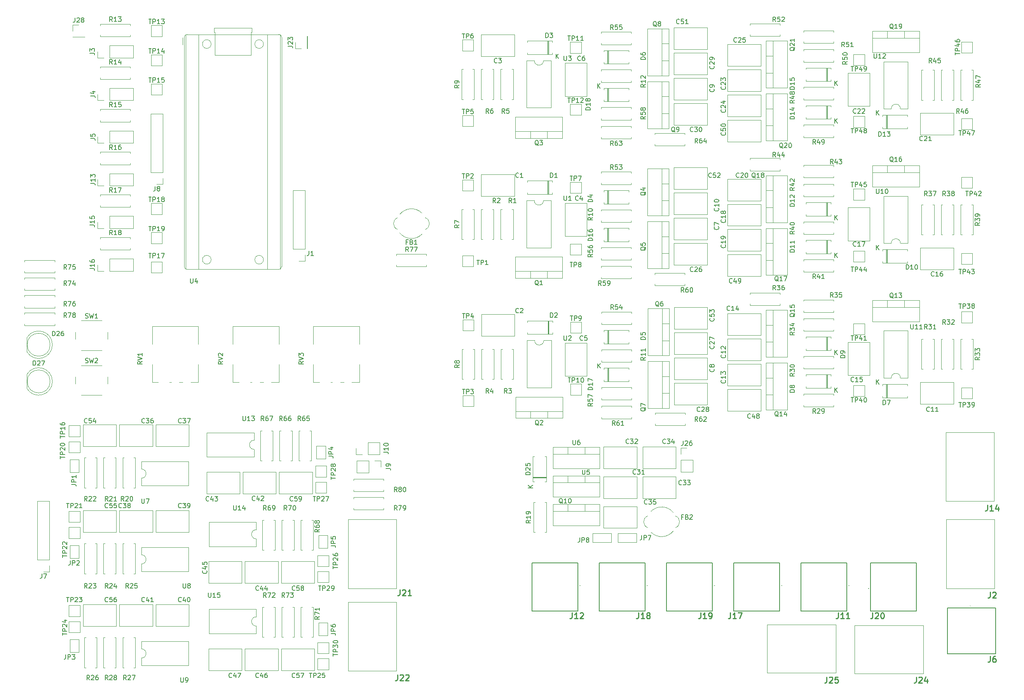
<source format=gbr>
%TF.GenerationSoftware,KiCad,Pcbnew,8.0.6*%
%TF.CreationDate,2025-02-16T13:00:18+00:00*%
%TF.ProjectId,PCB,5043422e-6b69-4636-9164-5f7063625858,rev?*%
%TF.SameCoordinates,Original*%
%TF.FileFunction,Legend,Top*%
%TF.FilePolarity,Positive*%
%FSLAX46Y46*%
G04 Gerber Fmt 4.6, Leading zero omitted, Abs format (unit mm)*
G04 Created by KiCad (PCBNEW 8.0.6) date 2025-02-16 13:00:18*
%MOMM*%
%LPD*%
G01*
G04 APERTURE LIST*
%ADD10C,0.150000*%
%ADD11C,0.254000*%
%ADD12C,0.120000*%
%ADD13C,0.100000*%
%ADD14C,0.200000*%
G04 APERTURE END LIST*
D10*
X102908207Y-170274580D02*
X102860588Y-170322200D01*
X102860588Y-170322200D02*
X102717731Y-170369819D01*
X102717731Y-170369819D02*
X102622493Y-170369819D01*
X102622493Y-170369819D02*
X102479636Y-170322200D01*
X102479636Y-170322200D02*
X102384398Y-170226961D01*
X102384398Y-170226961D02*
X102336779Y-170131723D01*
X102336779Y-170131723D02*
X102289160Y-169941247D01*
X102289160Y-169941247D02*
X102289160Y-169798390D01*
X102289160Y-169798390D02*
X102336779Y-169607914D01*
X102336779Y-169607914D02*
X102384398Y-169512676D01*
X102384398Y-169512676D02*
X102479636Y-169417438D01*
X102479636Y-169417438D02*
X102622493Y-169369819D01*
X102622493Y-169369819D02*
X102717731Y-169369819D01*
X102717731Y-169369819D02*
X102860588Y-169417438D01*
X102860588Y-169417438D02*
X102908207Y-169465057D01*
X103765350Y-169703152D02*
X103765350Y-170369819D01*
X103527255Y-169322200D02*
X103289160Y-170036485D01*
X103289160Y-170036485D02*
X103908207Y-170036485D01*
X104241541Y-169465057D02*
X104289160Y-169417438D01*
X104289160Y-169417438D02*
X104384398Y-169369819D01*
X104384398Y-169369819D02*
X104622493Y-169369819D01*
X104622493Y-169369819D02*
X104717731Y-169417438D01*
X104717731Y-169417438D02*
X104765350Y-169465057D01*
X104765350Y-169465057D02*
X104812969Y-169560295D01*
X104812969Y-169560295D02*
X104812969Y-169655533D01*
X104812969Y-169655533D02*
X104765350Y-169798390D01*
X104765350Y-169798390D02*
X104193922Y-170369819D01*
X104193922Y-170369819D02*
X104812969Y-170369819D01*
X220454819Y-116214285D02*
X219454819Y-116214285D01*
X219454819Y-116214285D02*
X219454819Y-115976190D01*
X219454819Y-115976190D02*
X219502438Y-115833333D01*
X219502438Y-115833333D02*
X219597676Y-115738095D01*
X219597676Y-115738095D02*
X219692914Y-115690476D01*
X219692914Y-115690476D02*
X219883390Y-115642857D01*
X219883390Y-115642857D02*
X220026247Y-115642857D01*
X220026247Y-115642857D02*
X220216723Y-115690476D01*
X220216723Y-115690476D02*
X220311961Y-115738095D01*
X220311961Y-115738095D02*
X220407200Y-115833333D01*
X220407200Y-115833333D02*
X220454819Y-115976190D01*
X220454819Y-115976190D02*
X220454819Y-116214285D01*
X220454819Y-114690476D02*
X220454819Y-115261904D01*
X220454819Y-114976190D02*
X219454819Y-114976190D01*
X219454819Y-114976190D02*
X219597676Y-115071428D01*
X219597676Y-115071428D02*
X219692914Y-115166666D01*
X219692914Y-115166666D02*
X219740533Y-115261904D01*
X220454819Y-113738095D02*
X220454819Y-114309523D01*
X220454819Y-114023809D02*
X219454819Y-114023809D01*
X219454819Y-114023809D02*
X219597676Y-114119047D01*
X219597676Y-114119047D02*
X219692914Y-114214285D01*
X219692914Y-114214285D02*
X219740533Y-114309523D01*
X229238095Y-117415819D02*
X229238095Y-116415819D01*
X229809523Y-117415819D02*
X229380952Y-116844390D01*
X229809523Y-116415819D02*
X229238095Y-116987247D01*
X176454819Y-113714285D02*
X175454819Y-113714285D01*
X175454819Y-113714285D02*
X175454819Y-113476190D01*
X175454819Y-113476190D02*
X175502438Y-113333333D01*
X175502438Y-113333333D02*
X175597676Y-113238095D01*
X175597676Y-113238095D02*
X175692914Y-113190476D01*
X175692914Y-113190476D02*
X175883390Y-113142857D01*
X175883390Y-113142857D02*
X176026247Y-113142857D01*
X176026247Y-113142857D02*
X176216723Y-113190476D01*
X176216723Y-113190476D02*
X176311961Y-113238095D01*
X176311961Y-113238095D02*
X176407200Y-113333333D01*
X176407200Y-113333333D02*
X176454819Y-113476190D01*
X176454819Y-113476190D02*
X176454819Y-113714285D01*
X176454819Y-112190476D02*
X176454819Y-112761904D01*
X176454819Y-112476190D02*
X175454819Y-112476190D01*
X175454819Y-112476190D02*
X175597676Y-112571428D01*
X175597676Y-112571428D02*
X175692914Y-112666666D01*
X175692914Y-112666666D02*
X175740533Y-112761904D01*
X175454819Y-111333333D02*
X175454819Y-111523809D01*
X175454819Y-111523809D02*
X175502438Y-111619047D01*
X175502438Y-111619047D02*
X175550057Y-111666666D01*
X175550057Y-111666666D02*
X175692914Y-111761904D01*
X175692914Y-111761904D02*
X175883390Y-111809523D01*
X175883390Y-111809523D02*
X176264342Y-111809523D01*
X176264342Y-111809523D02*
X176359580Y-111761904D01*
X176359580Y-111761904D02*
X176407200Y-111714285D01*
X176407200Y-111714285D02*
X176454819Y-111619047D01*
X176454819Y-111619047D02*
X176454819Y-111428571D01*
X176454819Y-111428571D02*
X176407200Y-111333333D01*
X176407200Y-111333333D02*
X176359580Y-111285714D01*
X176359580Y-111285714D02*
X176264342Y-111238095D01*
X176264342Y-111238095D02*
X176026247Y-111238095D01*
X176026247Y-111238095D02*
X175931009Y-111285714D01*
X175931009Y-111285714D02*
X175883390Y-111333333D01*
X175883390Y-111333333D02*
X175835771Y-111428571D01*
X175835771Y-111428571D02*
X175835771Y-111619047D01*
X175835771Y-111619047D02*
X175883390Y-111714285D01*
X175883390Y-111714285D02*
X175931009Y-111761904D01*
X175931009Y-111761904D02*
X176026247Y-111809523D01*
X195357142Y-66359580D02*
X195309523Y-66407200D01*
X195309523Y-66407200D02*
X195166666Y-66454819D01*
X195166666Y-66454819D02*
X195071428Y-66454819D01*
X195071428Y-66454819D02*
X194928571Y-66407200D01*
X194928571Y-66407200D02*
X194833333Y-66311961D01*
X194833333Y-66311961D02*
X194785714Y-66216723D01*
X194785714Y-66216723D02*
X194738095Y-66026247D01*
X194738095Y-66026247D02*
X194738095Y-65883390D01*
X194738095Y-65883390D02*
X194785714Y-65692914D01*
X194785714Y-65692914D02*
X194833333Y-65597676D01*
X194833333Y-65597676D02*
X194928571Y-65502438D01*
X194928571Y-65502438D02*
X195071428Y-65454819D01*
X195071428Y-65454819D02*
X195166666Y-65454819D01*
X195166666Y-65454819D02*
X195309523Y-65502438D01*
X195309523Y-65502438D02*
X195357142Y-65550057D01*
X196261904Y-65454819D02*
X195785714Y-65454819D01*
X195785714Y-65454819D02*
X195738095Y-65931009D01*
X195738095Y-65931009D02*
X195785714Y-65883390D01*
X195785714Y-65883390D02*
X195880952Y-65835771D01*
X195880952Y-65835771D02*
X196119047Y-65835771D01*
X196119047Y-65835771D02*
X196214285Y-65883390D01*
X196214285Y-65883390D02*
X196261904Y-65931009D01*
X196261904Y-65931009D02*
X196309523Y-66026247D01*
X196309523Y-66026247D02*
X196309523Y-66264342D01*
X196309523Y-66264342D02*
X196261904Y-66359580D01*
X196261904Y-66359580D02*
X196214285Y-66407200D01*
X196214285Y-66407200D02*
X196119047Y-66454819D01*
X196119047Y-66454819D02*
X195880952Y-66454819D01*
X195880952Y-66454819D02*
X195785714Y-66407200D01*
X195785714Y-66407200D02*
X195738095Y-66359580D01*
X197261904Y-66454819D02*
X196690476Y-66454819D01*
X196976190Y-66454819D02*
X196976190Y-65454819D01*
X196976190Y-65454819D02*
X196880952Y-65597676D01*
X196880952Y-65597676D02*
X196785714Y-65692914D01*
X196785714Y-65692914D02*
X196690476Y-65740533D01*
X111617142Y-208859580D02*
X111569523Y-208907200D01*
X111569523Y-208907200D02*
X111426666Y-208954819D01*
X111426666Y-208954819D02*
X111331428Y-208954819D01*
X111331428Y-208954819D02*
X111188571Y-208907200D01*
X111188571Y-208907200D02*
X111093333Y-208811961D01*
X111093333Y-208811961D02*
X111045714Y-208716723D01*
X111045714Y-208716723D02*
X110998095Y-208526247D01*
X110998095Y-208526247D02*
X110998095Y-208383390D01*
X110998095Y-208383390D02*
X111045714Y-208192914D01*
X111045714Y-208192914D02*
X111093333Y-208097676D01*
X111093333Y-208097676D02*
X111188571Y-208002438D01*
X111188571Y-208002438D02*
X111331428Y-207954819D01*
X111331428Y-207954819D02*
X111426666Y-207954819D01*
X111426666Y-207954819D02*
X111569523Y-208002438D01*
X111569523Y-208002438D02*
X111617142Y-208050057D01*
X112521904Y-207954819D02*
X112045714Y-207954819D01*
X112045714Y-207954819D02*
X111998095Y-208431009D01*
X111998095Y-208431009D02*
X112045714Y-208383390D01*
X112045714Y-208383390D02*
X112140952Y-208335771D01*
X112140952Y-208335771D02*
X112379047Y-208335771D01*
X112379047Y-208335771D02*
X112474285Y-208383390D01*
X112474285Y-208383390D02*
X112521904Y-208431009D01*
X112521904Y-208431009D02*
X112569523Y-208526247D01*
X112569523Y-208526247D02*
X112569523Y-208764342D01*
X112569523Y-208764342D02*
X112521904Y-208859580D01*
X112521904Y-208859580D02*
X112474285Y-208907200D01*
X112474285Y-208907200D02*
X112379047Y-208954819D01*
X112379047Y-208954819D02*
X112140952Y-208954819D01*
X112140952Y-208954819D02*
X112045714Y-208907200D01*
X112045714Y-208907200D02*
X111998095Y-208859580D01*
X112902857Y-207954819D02*
X113569523Y-207954819D01*
X113569523Y-207954819D02*
X113140952Y-208954819D01*
X188050057Y-115095238D02*
X188002438Y-115190476D01*
X188002438Y-115190476D02*
X187907200Y-115285714D01*
X187907200Y-115285714D02*
X187764342Y-115428571D01*
X187764342Y-115428571D02*
X187716723Y-115523809D01*
X187716723Y-115523809D02*
X187716723Y-115619047D01*
X187954819Y-115571428D02*
X187907200Y-115666666D01*
X187907200Y-115666666D02*
X187811961Y-115761904D01*
X187811961Y-115761904D02*
X187621485Y-115809523D01*
X187621485Y-115809523D02*
X187288152Y-115809523D01*
X187288152Y-115809523D02*
X187097676Y-115761904D01*
X187097676Y-115761904D02*
X187002438Y-115666666D01*
X187002438Y-115666666D02*
X186954819Y-115571428D01*
X186954819Y-115571428D02*
X186954819Y-115380952D01*
X186954819Y-115380952D02*
X187002438Y-115285714D01*
X187002438Y-115285714D02*
X187097676Y-115190476D01*
X187097676Y-115190476D02*
X187288152Y-115142857D01*
X187288152Y-115142857D02*
X187621485Y-115142857D01*
X187621485Y-115142857D02*
X187811961Y-115190476D01*
X187811961Y-115190476D02*
X187907200Y-115285714D01*
X187907200Y-115285714D02*
X187954819Y-115380952D01*
X187954819Y-115380952D02*
X187954819Y-115571428D01*
X186954819Y-114238095D02*
X186954819Y-114714285D01*
X186954819Y-114714285D02*
X187431009Y-114761904D01*
X187431009Y-114761904D02*
X187383390Y-114714285D01*
X187383390Y-114714285D02*
X187335771Y-114619047D01*
X187335771Y-114619047D02*
X187335771Y-114380952D01*
X187335771Y-114380952D02*
X187383390Y-114285714D01*
X187383390Y-114285714D02*
X187431009Y-114238095D01*
X187431009Y-114238095D02*
X187526247Y-114190476D01*
X187526247Y-114190476D02*
X187764342Y-114190476D01*
X187764342Y-114190476D02*
X187859580Y-114238095D01*
X187859580Y-114238095D02*
X187907200Y-114285714D01*
X187907200Y-114285714D02*
X187954819Y-114380952D01*
X187954819Y-114380952D02*
X187954819Y-114619047D01*
X187954819Y-114619047D02*
X187907200Y-114714285D01*
X187907200Y-114714285D02*
X187859580Y-114761904D01*
X184357142Y-157859580D02*
X184309523Y-157907200D01*
X184309523Y-157907200D02*
X184166666Y-157954819D01*
X184166666Y-157954819D02*
X184071428Y-157954819D01*
X184071428Y-157954819D02*
X183928571Y-157907200D01*
X183928571Y-157907200D02*
X183833333Y-157811961D01*
X183833333Y-157811961D02*
X183785714Y-157716723D01*
X183785714Y-157716723D02*
X183738095Y-157526247D01*
X183738095Y-157526247D02*
X183738095Y-157383390D01*
X183738095Y-157383390D02*
X183785714Y-157192914D01*
X183785714Y-157192914D02*
X183833333Y-157097676D01*
X183833333Y-157097676D02*
X183928571Y-157002438D01*
X183928571Y-157002438D02*
X184071428Y-156954819D01*
X184071428Y-156954819D02*
X184166666Y-156954819D01*
X184166666Y-156954819D02*
X184309523Y-157002438D01*
X184309523Y-157002438D02*
X184357142Y-157050057D01*
X184690476Y-156954819D02*
X185309523Y-156954819D01*
X185309523Y-156954819D02*
X184976190Y-157335771D01*
X184976190Y-157335771D02*
X185119047Y-157335771D01*
X185119047Y-157335771D02*
X185214285Y-157383390D01*
X185214285Y-157383390D02*
X185261904Y-157431009D01*
X185261904Y-157431009D02*
X185309523Y-157526247D01*
X185309523Y-157526247D02*
X185309523Y-157764342D01*
X185309523Y-157764342D02*
X185261904Y-157859580D01*
X185261904Y-157859580D02*
X185214285Y-157907200D01*
X185214285Y-157907200D02*
X185119047Y-157954819D01*
X185119047Y-157954819D02*
X184833333Y-157954819D01*
X184833333Y-157954819D02*
X184738095Y-157907200D01*
X184738095Y-157907200D02*
X184690476Y-157859580D01*
X185690476Y-157050057D02*
X185738095Y-157002438D01*
X185738095Y-157002438D02*
X185833333Y-156954819D01*
X185833333Y-156954819D02*
X186071428Y-156954819D01*
X186071428Y-156954819D02*
X186166666Y-157002438D01*
X186166666Y-157002438D02*
X186214285Y-157050057D01*
X186214285Y-157050057D02*
X186261904Y-157145295D01*
X186261904Y-157145295D02*
X186261904Y-157240533D01*
X186261904Y-157240533D02*
X186214285Y-157383390D01*
X186214285Y-157383390D02*
X185642857Y-157954819D01*
X185642857Y-157954819D02*
X186261904Y-157954819D01*
X176454819Y-108642857D02*
X175978628Y-108976190D01*
X176454819Y-109214285D02*
X175454819Y-109214285D01*
X175454819Y-109214285D02*
X175454819Y-108833333D01*
X175454819Y-108833333D02*
X175502438Y-108738095D01*
X175502438Y-108738095D02*
X175550057Y-108690476D01*
X175550057Y-108690476D02*
X175645295Y-108642857D01*
X175645295Y-108642857D02*
X175788152Y-108642857D01*
X175788152Y-108642857D02*
X175883390Y-108690476D01*
X175883390Y-108690476D02*
X175931009Y-108738095D01*
X175931009Y-108738095D02*
X175978628Y-108833333D01*
X175978628Y-108833333D02*
X175978628Y-109214285D01*
X176454819Y-107690476D02*
X176454819Y-108261904D01*
X176454819Y-107976190D02*
X175454819Y-107976190D01*
X175454819Y-107976190D02*
X175597676Y-108071428D01*
X175597676Y-108071428D02*
X175692914Y-108166666D01*
X175692914Y-108166666D02*
X175740533Y-108261904D01*
X175454819Y-107071428D02*
X175454819Y-106976190D01*
X175454819Y-106976190D02*
X175502438Y-106880952D01*
X175502438Y-106880952D02*
X175550057Y-106833333D01*
X175550057Y-106833333D02*
X175645295Y-106785714D01*
X175645295Y-106785714D02*
X175835771Y-106738095D01*
X175835771Y-106738095D02*
X176073866Y-106738095D01*
X176073866Y-106738095D02*
X176264342Y-106785714D01*
X176264342Y-106785714D02*
X176359580Y-106833333D01*
X176359580Y-106833333D02*
X176407200Y-106880952D01*
X176407200Y-106880952D02*
X176454819Y-106976190D01*
X176454819Y-106976190D02*
X176454819Y-107071428D01*
X176454819Y-107071428D02*
X176407200Y-107166666D01*
X176407200Y-107166666D02*
X176359580Y-107214285D01*
X176359580Y-107214285D02*
X176264342Y-107261904D01*
X176264342Y-107261904D02*
X176073866Y-107309523D01*
X176073866Y-107309523D02*
X175835771Y-107309523D01*
X175835771Y-107309523D02*
X175645295Y-107261904D01*
X175645295Y-107261904D02*
X175550057Y-107214285D01*
X175550057Y-107214285D02*
X175502438Y-107166666D01*
X175502438Y-107166666D02*
X175454819Y-107071428D01*
X86857142Y-192359580D02*
X86809523Y-192407200D01*
X86809523Y-192407200D02*
X86666666Y-192454819D01*
X86666666Y-192454819D02*
X86571428Y-192454819D01*
X86571428Y-192454819D02*
X86428571Y-192407200D01*
X86428571Y-192407200D02*
X86333333Y-192311961D01*
X86333333Y-192311961D02*
X86285714Y-192216723D01*
X86285714Y-192216723D02*
X86238095Y-192026247D01*
X86238095Y-192026247D02*
X86238095Y-191883390D01*
X86238095Y-191883390D02*
X86285714Y-191692914D01*
X86285714Y-191692914D02*
X86333333Y-191597676D01*
X86333333Y-191597676D02*
X86428571Y-191502438D01*
X86428571Y-191502438D02*
X86571428Y-191454819D01*
X86571428Y-191454819D02*
X86666666Y-191454819D01*
X86666666Y-191454819D02*
X86809523Y-191502438D01*
X86809523Y-191502438D02*
X86857142Y-191550057D01*
X87714285Y-191788152D02*
X87714285Y-192454819D01*
X87476190Y-191407200D02*
X87238095Y-192121485D01*
X87238095Y-192121485D02*
X87857142Y-192121485D01*
X88428571Y-191454819D02*
X88523809Y-191454819D01*
X88523809Y-191454819D02*
X88619047Y-191502438D01*
X88619047Y-191502438D02*
X88666666Y-191550057D01*
X88666666Y-191550057D02*
X88714285Y-191645295D01*
X88714285Y-191645295D02*
X88761904Y-191835771D01*
X88761904Y-191835771D02*
X88761904Y-192073866D01*
X88761904Y-192073866D02*
X88714285Y-192264342D01*
X88714285Y-192264342D02*
X88666666Y-192359580D01*
X88666666Y-192359580D02*
X88619047Y-192407200D01*
X88619047Y-192407200D02*
X88523809Y-192454819D01*
X88523809Y-192454819D02*
X88428571Y-192454819D01*
X88428571Y-192454819D02*
X88333333Y-192407200D01*
X88333333Y-192407200D02*
X88285714Y-192359580D01*
X88285714Y-192359580D02*
X88238095Y-192264342D01*
X88238095Y-192264342D02*
X88190476Y-192073866D01*
X88190476Y-192073866D02*
X88190476Y-191835771D01*
X88190476Y-191835771D02*
X88238095Y-191645295D01*
X88238095Y-191645295D02*
X88285714Y-191550057D01*
X88285714Y-191550057D02*
X88333333Y-191502438D01*
X88333333Y-191502438D02*
X88428571Y-191454819D01*
X164664761Y-123458057D02*
X164569523Y-123410438D01*
X164569523Y-123410438D02*
X164474285Y-123315200D01*
X164474285Y-123315200D02*
X164331428Y-123172342D01*
X164331428Y-123172342D02*
X164236190Y-123124723D01*
X164236190Y-123124723D02*
X164140952Y-123124723D01*
X164188571Y-123362819D02*
X164093333Y-123315200D01*
X164093333Y-123315200D02*
X163998095Y-123219961D01*
X163998095Y-123219961D02*
X163950476Y-123029485D01*
X163950476Y-123029485D02*
X163950476Y-122696152D01*
X163950476Y-122696152D02*
X163998095Y-122505676D01*
X163998095Y-122505676D02*
X164093333Y-122410438D01*
X164093333Y-122410438D02*
X164188571Y-122362819D01*
X164188571Y-122362819D02*
X164379047Y-122362819D01*
X164379047Y-122362819D02*
X164474285Y-122410438D01*
X164474285Y-122410438D02*
X164569523Y-122505676D01*
X164569523Y-122505676D02*
X164617142Y-122696152D01*
X164617142Y-122696152D02*
X164617142Y-123029485D01*
X164617142Y-123029485D02*
X164569523Y-123219961D01*
X164569523Y-123219961D02*
X164474285Y-123315200D01*
X164474285Y-123315200D02*
X164379047Y-123362819D01*
X164379047Y-123362819D02*
X164188571Y-123362819D01*
X165569523Y-123362819D02*
X164998095Y-123362819D01*
X165283809Y-123362819D02*
X165283809Y-122362819D01*
X165283809Y-122362819D02*
X165188571Y-122505676D01*
X165188571Y-122505676D02*
X165093333Y-122600914D01*
X165093333Y-122600914D02*
X164998095Y-122648533D01*
D11*
X227471905Y-208804318D02*
X227471905Y-209711461D01*
X227471905Y-209711461D02*
X227411428Y-209892889D01*
X227411428Y-209892889D02*
X227290476Y-210013842D01*
X227290476Y-210013842D02*
X227109047Y-210074318D01*
X227109047Y-210074318D02*
X226988095Y-210074318D01*
X228016190Y-208925270D02*
X228076666Y-208864794D01*
X228076666Y-208864794D02*
X228197619Y-208804318D01*
X228197619Y-208804318D02*
X228500000Y-208804318D01*
X228500000Y-208804318D02*
X228620952Y-208864794D01*
X228620952Y-208864794D02*
X228681428Y-208925270D01*
X228681428Y-208925270D02*
X228741905Y-209046222D01*
X228741905Y-209046222D02*
X228741905Y-209167175D01*
X228741905Y-209167175D02*
X228681428Y-209348603D01*
X228681428Y-209348603D02*
X227955714Y-210074318D01*
X227955714Y-210074318D02*
X228741905Y-210074318D01*
X229890952Y-208804318D02*
X229286190Y-208804318D01*
X229286190Y-208804318D02*
X229225714Y-209409080D01*
X229225714Y-209409080D02*
X229286190Y-209348603D01*
X229286190Y-209348603D02*
X229407143Y-209288127D01*
X229407143Y-209288127D02*
X229709524Y-209288127D01*
X229709524Y-209288127D02*
X229830476Y-209348603D01*
X229830476Y-209348603D02*
X229890952Y-209409080D01*
X229890952Y-209409080D02*
X229951429Y-209530032D01*
X229951429Y-209530032D02*
X229951429Y-209832413D01*
X229951429Y-209832413D02*
X229890952Y-209953365D01*
X229890952Y-209953365D02*
X229830476Y-210013842D01*
X229830476Y-210013842D02*
X229709524Y-210074318D01*
X229709524Y-210074318D02*
X229407143Y-210074318D01*
X229407143Y-210074318D02*
X229286190Y-210013842D01*
X229286190Y-210013842D02*
X229225714Y-209953365D01*
D10*
X160333333Y-99859580D02*
X160285714Y-99907200D01*
X160285714Y-99907200D02*
X160142857Y-99954819D01*
X160142857Y-99954819D02*
X160047619Y-99954819D01*
X160047619Y-99954819D02*
X159904762Y-99907200D01*
X159904762Y-99907200D02*
X159809524Y-99811961D01*
X159809524Y-99811961D02*
X159761905Y-99716723D01*
X159761905Y-99716723D02*
X159714286Y-99526247D01*
X159714286Y-99526247D02*
X159714286Y-99383390D01*
X159714286Y-99383390D02*
X159761905Y-99192914D01*
X159761905Y-99192914D02*
X159809524Y-99097676D01*
X159809524Y-99097676D02*
X159904762Y-99002438D01*
X159904762Y-99002438D02*
X160047619Y-98954819D01*
X160047619Y-98954819D02*
X160142857Y-98954819D01*
X160142857Y-98954819D02*
X160285714Y-99002438D01*
X160285714Y-99002438D02*
X160333333Y-99050057D01*
X161285714Y-99954819D02*
X160714286Y-99954819D01*
X161000000Y-99954819D02*
X161000000Y-98954819D01*
X161000000Y-98954819D02*
X160904762Y-99097676D01*
X160904762Y-99097676D02*
X160809524Y-99192914D01*
X160809524Y-99192914D02*
X160714286Y-99240533D01*
X116761905Y-188954819D02*
X117333333Y-188954819D01*
X117047619Y-189954819D02*
X117047619Y-188954819D01*
X117666667Y-189954819D02*
X117666667Y-188954819D01*
X117666667Y-188954819D02*
X118047619Y-188954819D01*
X118047619Y-188954819D02*
X118142857Y-189002438D01*
X118142857Y-189002438D02*
X118190476Y-189050057D01*
X118190476Y-189050057D02*
X118238095Y-189145295D01*
X118238095Y-189145295D02*
X118238095Y-189288152D01*
X118238095Y-189288152D02*
X118190476Y-189383390D01*
X118190476Y-189383390D02*
X118142857Y-189431009D01*
X118142857Y-189431009D02*
X118047619Y-189478628D01*
X118047619Y-189478628D02*
X117666667Y-189478628D01*
X118619048Y-189050057D02*
X118666667Y-189002438D01*
X118666667Y-189002438D02*
X118761905Y-188954819D01*
X118761905Y-188954819D02*
X119000000Y-188954819D01*
X119000000Y-188954819D02*
X119095238Y-189002438D01*
X119095238Y-189002438D02*
X119142857Y-189050057D01*
X119142857Y-189050057D02*
X119190476Y-189145295D01*
X119190476Y-189145295D02*
X119190476Y-189240533D01*
X119190476Y-189240533D02*
X119142857Y-189383390D01*
X119142857Y-189383390D02*
X118571429Y-189954819D01*
X118571429Y-189954819D02*
X119190476Y-189954819D01*
X119666667Y-189954819D02*
X119857143Y-189954819D01*
X119857143Y-189954819D02*
X119952381Y-189907200D01*
X119952381Y-189907200D02*
X120000000Y-189859580D01*
X120000000Y-189859580D02*
X120095238Y-189716723D01*
X120095238Y-189716723D02*
X120142857Y-189526247D01*
X120142857Y-189526247D02*
X120142857Y-189145295D01*
X120142857Y-189145295D02*
X120095238Y-189050057D01*
X120095238Y-189050057D02*
X120047619Y-189002438D01*
X120047619Y-189002438D02*
X119952381Y-188954819D01*
X119952381Y-188954819D02*
X119761905Y-188954819D01*
X119761905Y-188954819D02*
X119666667Y-189002438D01*
X119666667Y-189002438D02*
X119619048Y-189050057D01*
X119619048Y-189050057D02*
X119571429Y-189145295D01*
X119571429Y-189145295D02*
X119571429Y-189383390D01*
X119571429Y-189383390D02*
X119619048Y-189478628D01*
X119619048Y-189478628D02*
X119666667Y-189526247D01*
X119666667Y-189526247D02*
X119761905Y-189573866D01*
X119761905Y-189573866D02*
X119952381Y-189573866D01*
X119952381Y-189573866D02*
X120047619Y-189526247D01*
X120047619Y-189526247D02*
X120095238Y-189478628D01*
X120095238Y-189478628D02*
X120142857Y-189383390D01*
D11*
X199971905Y-194804318D02*
X199971905Y-195711461D01*
X199971905Y-195711461D02*
X199911428Y-195892889D01*
X199911428Y-195892889D02*
X199790476Y-196013842D01*
X199790476Y-196013842D02*
X199609047Y-196074318D01*
X199609047Y-196074318D02*
X199488095Y-196074318D01*
X201241905Y-196074318D02*
X200516190Y-196074318D01*
X200879047Y-196074318D02*
X200879047Y-194804318D01*
X200879047Y-194804318D02*
X200758095Y-194985746D01*
X200758095Y-194985746D02*
X200637143Y-195106699D01*
X200637143Y-195106699D02*
X200516190Y-195167175D01*
X201846667Y-196074318D02*
X202088571Y-196074318D01*
X202088571Y-196074318D02*
X202209524Y-196013842D01*
X202209524Y-196013842D02*
X202270000Y-195953365D01*
X202270000Y-195953365D02*
X202390952Y-195771937D01*
X202390952Y-195771937D02*
X202451429Y-195530032D01*
X202451429Y-195530032D02*
X202451429Y-195046222D01*
X202451429Y-195046222D02*
X202390952Y-194925270D01*
X202390952Y-194925270D02*
X202330476Y-194864794D01*
X202330476Y-194864794D02*
X202209524Y-194804318D01*
X202209524Y-194804318D02*
X201967619Y-194804318D01*
X201967619Y-194804318D02*
X201846667Y-194864794D01*
X201846667Y-194864794D02*
X201786190Y-194925270D01*
X201786190Y-194925270D02*
X201725714Y-195046222D01*
X201725714Y-195046222D02*
X201725714Y-195348603D01*
X201725714Y-195348603D02*
X201786190Y-195469556D01*
X201786190Y-195469556D02*
X201846667Y-195530032D01*
X201846667Y-195530032D02*
X201967619Y-195590508D01*
X201967619Y-195590508D02*
X202209524Y-195590508D01*
X202209524Y-195590508D02*
X202330476Y-195530032D01*
X202330476Y-195530032D02*
X202390952Y-195469556D01*
X202390952Y-195469556D02*
X202451429Y-195348603D01*
D10*
X62666666Y-183454819D02*
X62666666Y-184169104D01*
X62666666Y-184169104D02*
X62619047Y-184311961D01*
X62619047Y-184311961D02*
X62523809Y-184407200D01*
X62523809Y-184407200D02*
X62380952Y-184454819D01*
X62380952Y-184454819D02*
X62285714Y-184454819D01*
X63142857Y-184454819D02*
X63142857Y-183454819D01*
X63142857Y-183454819D02*
X63523809Y-183454819D01*
X63523809Y-183454819D02*
X63619047Y-183502438D01*
X63619047Y-183502438D02*
X63666666Y-183550057D01*
X63666666Y-183550057D02*
X63714285Y-183645295D01*
X63714285Y-183645295D02*
X63714285Y-183788152D01*
X63714285Y-183788152D02*
X63666666Y-183883390D01*
X63666666Y-183883390D02*
X63619047Y-183931009D01*
X63619047Y-183931009D02*
X63523809Y-183978628D01*
X63523809Y-183978628D02*
X63142857Y-183978628D01*
X64095238Y-183550057D02*
X64142857Y-183502438D01*
X64142857Y-183502438D02*
X64238095Y-183454819D01*
X64238095Y-183454819D02*
X64476190Y-183454819D01*
X64476190Y-183454819D02*
X64571428Y-183502438D01*
X64571428Y-183502438D02*
X64619047Y-183550057D01*
X64619047Y-183550057D02*
X64666666Y-183645295D01*
X64666666Y-183645295D02*
X64666666Y-183740533D01*
X64666666Y-183740533D02*
X64619047Y-183883390D01*
X64619047Y-183883390D02*
X64047619Y-184454819D01*
X64047619Y-184454819D02*
X64666666Y-184454819D01*
D11*
X134471905Y-189804318D02*
X134471905Y-190711461D01*
X134471905Y-190711461D02*
X134411428Y-190892889D01*
X134411428Y-190892889D02*
X134290476Y-191013842D01*
X134290476Y-191013842D02*
X134109047Y-191074318D01*
X134109047Y-191074318D02*
X133988095Y-191074318D01*
X135016190Y-189925270D02*
X135076666Y-189864794D01*
X135076666Y-189864794D02*
X135197619Y-189804318D01*
X135197619Y-189804318D02*
X135500000Y-189804318D01*
X135500000Y-189804318D02*
X135620952Y-189864794D01*
X135620952Y-189864794D02*
X135681428Y-189925270D01*
X135681428Y-189925270D02*
X135741905Y-190046222D01*
X135741905Y-190046222D02*
X135741905Y-190167175D01*
X135741905Y-190167175D02*
X135681428Y-190348603D01*
X135681428Y-190348603D02*
X134955714Y-191074318D01*
X134955714Y-191074318D02*
X135741905Y-191074318D01*
X136951429Y-191074318D02*
X136225714Y-191074318D01*
X136588571Y-191074318D02*
X136588571Y-189804318D01*
X136588571Y-189804318D02*
X136467619Y-189985746D01*
X136467619Y-189985746D02*
X136346667Y-190106699D01*
X136346667Y-190106699D02*
X136225714Y-190167175D01*
D10*
X208357142Y-99859580D02*
X208309523Y-99907200D01*
X208309523Y-99907200D02*
X208166666Y-99954819D01*
X208166666Y-99954819D02*
X208071428Y-99954819D01*
X208071428Y-99954819D02*
X207928571Y-99907200D01*
X207928571Y-99907200D02*
X207833333Y-99811961D01*
X207833333Y-99811961D02*
X207785714Y-99716723D01*
X207785714Y-99716723D02*
X207738095Y-99526247D01*
X207738095Y-99526247D02*
X207738095Y-99383390D01*
X207738095Y-99383390D02*
X207785714Y-99192914D01*
X207785714Y-99192914D02*
X207833333Y-99097676D01*
X207833333Y-99097676D02*
X207928571Y-99002438D01*
X207928571Y-99002438D02*
X208071428Y-98954819D01*
X208071428Y-98954819D02*
X208166666Y-98954819D01*
X208166666Y-98954819D02*
X208309523Y-99002438D01*
X208309523Y-99002438D02*
X208357142Y-99050057D01*
X208738095Y-99050057D02*
X208785714Y-99002438D01*
X208785714Y-99002438D02*
X208880952Y-98954819D01*
X208880952Y-98954819D02*
X209119047Y-98954819D01*
X209119047Y-98954819D02*
X209214285Y-99002438D01*
X209214285Y-99002438D02*
X209261904Y-99050057D01*
X209261904Y-99050057D02*
X209309523Y-99145295D01*
X209309523Y-99145295D02*
X209309523Y-99240533D01*
X209309523Y-99240533D02*
X209261904Y-99383390D01*
X209261904Y-99383390D02*
X208690476Y-99954819D01*
X208690476Y-99954819D02*
X209309523Y-99954819D01*
X209928571Y-98954819D02*
X210023809Y-98954819D01*
X210023809Y-98954819D02*
X210119047Y-99002438D01*
X210119047Y-99002438D02*
X210166666Y-99050057D01*
X210166666Y-99050057D02*
X210214285Y-99145295D01*
X210214285Y-99145295D02*
X210261904Y-99335771D01*
X210261904Y-99335771D02*
X210261904Y-99573866D01*
X210261904Y-99573866D02*
X210214285Y-99764342D01*
X210214285Y-99764342D02*
X210166666Y-99859580D01*
X210166666Y-99859580D02*
X210119047Y-99907200D01*
X210119047Y-99907200D02*
X210023809Y-99954819D01*
X210023809Y-99954819D02*
X209928571Y-99954819D01*
X209928571Y-99954819D02*
X209833333Y-99907200D01*
X209833333Y-99907200D02*
X209785714Y-99859580D01*
X209785714Y-99859580D02*
X209738095Y-99764342D01*
X209738095Y-99764342D02*
X209690476Y-99573866D01*
X209690476Y-99573866D02*
X209690476Y-99335771D01*
X209690476Y-99335771D02*
X209738095Y-99145295D01*
X209738095Y-99145295D02*
X209785714Y-99050057D01*
X209785714Y-99050057D02*
X209833333Y-99002438D01*
X209833333Y-99002438D02*
X209928571Y-98954819D01*
X241968571Y-96550057D02*
X241873333Y-96502438D01*
X241873333Y-96502438D02*
X241778095Y-96407200D01*
X241778095Y-96407200D02*
X241635238Y-96264342D01*
X241635238Y-96264342D02*
X241540000Y-96216723D01*
X241540000Y-96216723D02*
X241444762Y-96216723D01*
X241492381Y-96454819D02*
X241397143Y-96407200D01*
X241397143Y-96407200D02*
X241301905Y-96311961D01*
X241301905Y-96311961D02*
X241254286Y-96121485D01*
X241254286Y-96121485D02*
X241254286Y-95788152D01*
X241254286Y-95788152D02*
X241301905Y-95597676D01*
X241301905Y-95597676D02*
X241397143Y-95502438D01*
X241397143Y-95502438D02*
X241492381Y-95454819D01*
X241492381Y-95454819D02*
X241682857Y-95454819D01*
X241682857Y-95454819D02*
X241778095Y-95502438D01*
X241778095Y-95502438D02*
X241873333Y-95597676D01*
X241873333Y-95597676D02*
X241920952Y-95788152D01*
X241920952Y-95788152D02*
X241920952Y-96121485D01*
X241920952Y-96121485D02*
X241873333Y-96311961D01*
X241873333Y-96311961D02*
X241778095Y-96407200D01*
X241778095Y-96407200D02*
X241682857Y-96454819D01*
X241682857Y-96454819D02*
X241492381Y-96454819D01*
X242873333Y-96454819D02*
X242301905Y-96454819D01*
X242587619Y-96454819D02*
X242587619Y-95454819D01*
X242587619Y-95454819D02*
X242492381Y-95597676D01*
X242492381Y-95597676D02*
X242397143Y-95692914D01*
X242397143Y-95692914D02*
X242301905Y-95740533D01*
X243730476Y-95454819D02*
X243540000Y-95454819D01*
X243540000Y-95454819D02*
X243444762Y-95502438D01*
X243444762Y-95502438D02*
X243397143Y-95550057D01*
X243397143Y-95550057D02*
X243301905Y-95692914D01*
X243301905Y-95692914D02*
X243254286Y-95883390D01*
X243254286Y-95883390D02*
X243254286Y-96264342D01*
X243254286Y-96264342D02*
X243301905Y-96359580D01*
X243301905Y-96359580D02*
X243349524Y-96407200D01*
X243349524Y-96407200D02*
X243444762Y-96454819D01*
X243444762Y-96454819D02*
X243635238Y-96454819D01*
X243635238Y-96454819D02*
X243730476Y-96407200D01*
X243730476Y-96407200D02*
X243778095Y-96359580D01*
X243778095Y-96359580D02*
X243825714Y-96264342D01*
X243825714Y-96264342D02*
X243825714Y-96026247D01*
X243825714Y-96026247D02*
X243778095Y-95931009D01*
X243778095Y-95931009D02*
X243730476Y-95883390D01*
X243730476Y-95883390D02*
X243635238Y-95835771D01*
X243635238Y-95835771D02*
X243444762Y-95835771D01*
X243444762Y-95835771D02*
X243349524Y-95883390D01*
X243349524Y-95883390D02*
X243301905Y-95931009D01*
X243301905Y-95931009D02*
X243254286Y-96026247D01*
X92359580Y-185642857D02*
X92407200Y-185690476D01*
X92407200Y-185690476D02*
X92454819Y-185833333D01*
X92454819Y-185833333D02*
X92454819Y-185928571D01*
X92454819Y-185928571D02*
X92407200Y-186071428D01*
X92407200Y-186071428D02*
X92311961Y-186166666D01*
X92311961Y-186166666D02*
X92216723Y-186214285D01*
X92216723Y-186214285D02*
X92026247Y-186261904D01*
X92026247Y-186261904D02*
X91883390Y-186261904D01*
X91883390Y-186261904D02*
X91692914Y-186214285D01*
X91692914Y-186214285D02*
X91597676Y-186166666D01*
X91597676Y-186166666D02*
X91502438Y-186071428D01*
X91502438Y-186071428D02*
X91454819Y-185928571D01*
X91454819Y-185928571D02*
X91454819Y-185833333D01*
X91454819Y-185833333D02*
X91502438Y-185690476D01*
X91502438Y-185690476D02*
X91550057Y-185642857D01*
X91788152Y-184785714D02*
X92454819Y-184785714D01*
X91407200Y-185023809D02*
X92121485Y-185261904D01*
X92121485Y-185261904D02*
X92121485Y-184642857D01*
X91454819Y-183785714D02*
X91454819Y-184261904D01*
X91454819Y-184261904D02*
X91931009Y-184309523D01*
X91931009Y-184309523D02*
X91883390Y-184261904D01*
X91883390Y-184261904D02*
X91835771Y-184166666D01*
X91835771Y-184166666D02*
X91835771Y-183928571D01*
X91835771Y-183928571D02*
X91883390Y-183833333D01*
X91883390Y-183833333D02*
X91931009Y-183785714D01*
X91931009Y-183785714D02*
X92026247Y-183738095D01*
X92026247Y-183738095D02*
X92264342Y-183738095D01*
X92264342Y-183738095D02*
X92359580Y-183785714D01*
X92359580Y-183785714D02*
X92407200Y-183833333D01*
X92407200Y-183833333D02*
X92454819Y-183928571D01*
X92454819Y-183928571D02*
X92454819Y-184166666D01*
X92454819Y-184166666D02*
X92407200Y-184261904D01*
X92407200Y-184261904D02*
X92359580Y-184309523D01*
X147384819Y-79804666D02*
X146908628Y-80137999D01*
X147384819Y-80376094D02*
X146384819Y-80376094D01*
X146384819Y-80376094D02*
X146384819Y-79995142D01*
X146384819Y-79995142D02*
X146432438Y-79899904D01*
X146432438Y-79899904D02*
X146480057Y-79852285D01*
X146480057Y-79852285D02*
X146575295Y-79804666D01*
X146575295Y-79804666D02*
X146718152Y-79804666D01*
X146718152Y-79804666D02*
X146813390Y-79852285D01*
X146813390Y-79852285D02*
X146861009Y-79899904D01*
X146861009Y-79899904D02*
X146908628Y-79995142D01*
X146908628Y-79995142D02*
X146908628Y-80376094D01*
X147384819Y-79328475D02*
X147384819Y-79137999D01*
X147384819Y-79137999D02*
X147337200Y-79042761D01*
X147337200Y-79042761D02*
X147289580Y-78995142D01*
X147289580Y-78995142D02*
X147146723Y-78899904D01*
X147146723Y-78899904D02*
X146956247Y-78852285D01*
X146956247Y-78852285D02*
X146575295Y-78852285D01*
X146575295Y-78852285D02*
X146480057Y-78899904D01*
X146480057Y-78899904D02*
X146432438Y-78947523D01*
X146432438Y-78947523D02*
X146384819Y-79042761D01*
X146384819Y-79042761D02*
X146384819Y-79233237D01*
X146384819Y-79233237D02*
X146432438Y-79328475D01*
X146432438Y-79328475D02*
X146480057Y-79376094D01*
X146480057Y-79376094D02*
X146575295Y-79423713D01*
X146575295Y-79423713D02*
X146813390Y-79423713D01*
X146813390Y-79423713D02*
X146908628Y-79376094D01*
X146908628Y-79376094D02*
X146956247Y-79328475D01*
X146956247Y-79328475D02*
X147003866Y-79233237D01*
X147003866Y-79233237D02*
X147003866Y-79042761D01*
X147003866Y-79042761D02*
X146956247Y-78947523D01*
X146956247Y-78947523D02*
X146908628Y-78899904D01*
X146908628Y-78899904D02*
X146813390Y-78852285D01*
X164719761Y-153958057D02*
X164624523Y-153910438D01*
X164624523Y-153910438D02*
X164529285Y-153815200D01*
X164529285Y-153815200D02*
X164386428Y-153672342D01*
X164386428Y-153672342D02*
X164291190Y-153624723D01*
X164291190Y-153624723D02*
X164195952Y-153624723D01*
X164243571Y-153862819D02*
X164148333Y-153815200D01*
X164148333Y-153815200D02*
X164053095Y-153719961D01*
X164053095Y-153719961D02*
X164005476Y-153529485D01*
X164005476Y-153529485D02*
X164005476Y-153196152D01*
X164005476Y-153196152D02*
X164053095Y-153005676D01*
X164053095Y-153005676D02*
X164148333Y-152910438D01*
X164148333Y-152910438D02*
X164243571Y-152862819D01*
X164243571Y-152862819D02*
X164434047Y-152862819D01*
X164434047Y-152862819D02*
X164529285Y-152910438D01*
X164529285Y-152910438D02*
X164624523Y-153005676D01*
X164624523Y-153005676D02*
X164672142Y-153196152D01*
X164672142Y-153196152D02*
X164672142Y-153529485D01*
X164672142Y-153529485D02*
X164624523Y-153719961D01*
X164624523Y-153719961D02*
X164529285Y-153815200D01*
X164529285Y-153815200D02*
X164434047Y-153862819D01*
X164434047Y-153862819D02*
X164243571Y-153862819D01*
X165053095Y-152958057D02*
X165100714Y-152910438D01*
X165100714Y-152910438D02*
X165195952Y-152862819D01*
X165195952Y-152862819D02*
X165434047Y-152862819D01*
X165434047Y-152862819D02*
X165529285Y-152910438D01*
X165529285Y-152910438D02*
X165576904Y-152958057D01*
X165576904Y-152958057D02*
X165624523Y-153053295D01*
X165624523Y-153053295D02*
X165624523Y-153148533D01*
X165624523Y-153148533D02*
X165576904Y-153291390D01*
X165576904Y-153291390D02*
X165005476Y-153862819D01*
X165005476Y-153862819D02*
X165624523Y-153862819D01*
X56466666Y-186324819D02*
X56466666Y-187039104D01*
X56466666Y-187039104D02*
X56419047Y-187181961D01*
X56419047Y-187181961D02*
X56323809Y-187277200D01*
X56323809Y-187277200D02*
X56180952Y-187324819D01*
X56180952Y-187324819D02*
X56085714Y-187324819D01*
X56847619Y-186324819D02*
X57514285Y-186324819D01*
X57514285Y-186324819D02*
X57085714Y-187324819D01*
X244785714Y-119954819D02*
X244785714Y-118954819D01*
X244785714Y-118954819D02*
X245023809Y-118954819D01*
X245023809Y-118954819D02*
X245166666Y-119002438D01*
X245166666Y-119002438D02*
X245261904Y-119097676D01*
X245261904Y-119097676D02*
X245309523Y-119192914D01*
X245309523Y-119192914D02*
X245357142Y-119383390D01*
X245357142Y-119383390D02*
X245357142Y-119526247D01*
X245357142Y-119526247D02*
X245309523Y-119716723D01*
X245309523Y-119716723D02*
X245261904Y-119811961D01*
X245261904Y-119811961D02*
X245166666Y-119907200D01*
X245166666Y-119907200D02*
X245023809Y-119954819D01*
X245023809Y-119954819D02*
X244785714Y-119954819D01*
X246309523Y-119954819D02*
X245738095Y-119954819D01*
X246023809Y-119954819D02*
X246023809Y-118954819D01*
X246023809Y-118954819D02*
X245928571Y-119097676D01*
X245928571Y-119097676D02*
X245833333Y-119192914D01*
X245833333Y-119192914D02*
X245738095Y-119240533D01*
X246928571Y-118954819D02*
X247023809Y-118954819D01*
X247023809Y-118954819D02*
X247119047Y-119002438D01*
X247119047Y-119002438D02*
X247166666Y-119050057D01*
X247166666Y-119050057D02*
X247214285Y-119145295D01*
X247214285Y-119145295D02*
X247261904Y-119335771D01*
X247261904Y-119335771D02*
X247261904Y-119573866D01*
X247261904Y-119573866D02*
X247214285Y-119764342D01*
X247214285Y-119764342D02*
X247166666Y-119859580D01*
X247166666Y-119859580D02*
X247119047Y-119907200D01*
X247119047Y-119907200D02*
X247023809Y-119954819D01*
X247023809Y-119954819D02*
X246928571Y-119954819D01*
X246928571Y-119954819D02*
X246833333Y-119907200D01*
X246833333Y-119907200D02*
X246785714Y-119859580D01*
X246785714Y-119859580D02*
X246738095Y-119764342D01*
X246738095Y-119764342D02*
X246690476Y-119573866D01*
X246690476Y-119573866D02*
X246690476Y-119335771D01*
X246690476Y-119335771D02*
X246738095Y-119145295D01*
X246738095Y-119145295D02*
X246785714Y-119050057D01*
X246785714Y-119050057D02*
X246833333Y-119002438D01*
X246833333Y-119002438D02*
X246928571Y-118954819D01*
X238283095Y-115683819D02*
X238283095Y-114683819D01*
X238854523Y-115683819D02*
X238425952Y-115112390D01*
X238854523Y-114683819D02*
X238283095Y-115255247D01*
X233357142Y-144359580D02*
X233309523Y-144407200D01*
X233309523Y-144407200D02*
X233166666Y-144454819D01*
X233166666Y-144454819D02*
X233071428Y-144454819D01*
X233071428Y-144454819D02*
X232928571Y-144407200D01*
X232928571Y-144407200D02*
X232833333Y-144311961D01*
X232833333Y-144311961D02*
X232785714Y-144216723D01*
X232785714Y-144216723D02*
X232738095Y-144026247D01*
X232738095Y-144026247D02*
X232738095Y-143883390D01*
X232738095Y-143883390D02*
X232785714Y-143692914D01*
X232785714Y-143692914D02*
X232833333Y-143597676D01*
X232833333Y-143597676D02*
X232928571Y-143502438D01*
X232928571Y-143502438D02*
X233071428Y-143454819D01*
X233071428Y-143454819D02*
X233166666Y-143454819D01*
X233166666Y-143454819D02*
X233309523Y-143502438D01*
X233309523Y-143502438D02*
X233357142Y-143550057D01*
X234309523Y-144454819D02*
X233738095Y-144454819D01*
X234023809Y-144454819D02*
X234023809Y-143454819D01*
X234023809Y-143454819D02*
X233928571Y-143597676D01*
X233928571Y-143597676D02*
X233833333Y-143692914D01*
X233833333Y-143692914D02*
X233738095Y-143740533D01*
X235214285Y-143454819D02*
X234738095Y-143454819D01*
X234738095Y-143454819D02*
X234690476Y-143931009D01*
X234690476Y-143931009D02*
X234738095Y-143883390D01*
X234738095Y-143883390D02*
X234833333Y-143835771D01*
X234833333Y-143835771D02*
X235071428Y-143835771D01*
X235071428Y-143835771D02*
X235166666Y-143883390D01*
X235166666Y-143883390D02*
X235214285Y-143931009D01*
X235214285Y-143931009D02*
X235261904Y-144026247D01*
X235261904Y-144026247D02*
X235261904Y-144264342D01*
X235261904Y-144264342D02*
X235214285Y-144359580D01*
X235214285Y-144359580D02*
X235166666Y-144407200D01*
X235166666Y-144407200D02*
X235071428Y-144454819D01*
X235071428Y-144454819D02*
X234833333Y-144454819D01*
X234833333Y-144454819D02*
X234738095Y-144407200D01*
X234738095Y-144407200D02*
X234690476Y-144359580D01*
X211928571Y-100050057D02*
X211833333Y-100002438D01*
X211833333Y-100002438D02*
X211738095Y-99907200D01*
X211738095Y-99907200D02*
X211595238Y-99764342D01*
X211595238Y-99764342D02*
X211500000Y-99716723D01*
X211500000Y-99716723D02*
X211404762Y-99716723D01*
X211452381Y-99954819D02*
X211357143Y-99907200D01*
X211357143Y-99907200D02*
X211261905Y-99811961D01*
X211261905Y-99811961D02*
X211214286Y-99621485D01*
X211214286Y-99621485D02*
X211214286Y-99288152D01*
X211214286Y-99288152D02*
X211261905Y-99097676D01*
X211261905Y-99097676D02*
X211357143Y-99002438D01*
X211357143Y-99002438D02*
X211452381Y-98954819D01*
X211452381Y-98954819D02*
X211642857Y-98954819D01*
X211642857Y-98954819D02*
X211738095Y-99002438D01*
X211738095Y-99002438D02*
X211833333Y-99097676D01*
X211833333Y-99097676D02*
X211880952Y-99288152D01*
X211880952Y-99288152D02*
X211880952Y-99621485D01*
X211880952Y-99621485D02*
X211833333Y-99811961D01*
X211833333Y-99811961D02*
X211738095Y-99907200D01*
X211738095Y-99907200D02*
X211642857Y-99954819D01*
X211642857Y-99954819D02*
X211452381Y-99954819D01*
X212833333Y-99954819D02*
X212261905Y-99954819D01*
X212547619Y-99954819D02*
X212547619Y-98954819D01*
X212547619Y-98954819D02*
X212452381Y-99097676D01*
X212452381Y-99097676D02*
X212357143Y-99192914D01*
X212357143Y-99192914D02*
X212261905Y-99240533D01*
X213404762Y-99383390D02*
X213309524Y-99335771D01*
X213309524Y-99335771D02*
X213261905Y-99288152D01*
X213261905Y-99288152D02*
X213214286Y-99192914D01*
X213214286Y-99192914D02*
X213214286Y-99145295D01*
X213214286Y-99145295D02*
X213261905Y-99050057D01*
X213261905Y-99050057D02*
X213309524Y-99002438D01*
X213309524Y-99002438D02*
X213404762Y-98954819D01*
X213404762Y-98954819D02*
X213595238Y-98954819D01*
X213595238Y-98954819D02*
X213690476Y-99002438D01*
X213690476Y-99002438D02*
X213738095Y-99050057D01*
X213738095Y-99050057D02*
X213785714Y-99145295D01*
X213785714Y-99145295D02*
X213785714Y-99192914D01*
X213785714Y-99192914D02*
X213738095Y-99288152D01*
X213738095Y-99288152D02*
X213690476Y-99335771D01*
X213690476Y-99335771D02*
X213595238Y-99383390D01*
X213595238Y-99383390D02*
X213404762Y-99383390D01*
X213404762Y-99383390D02*
X213309524Y-99431009D01*
X213309524Y-99431009D02*
X213261905Y-99478628D01*
X213261905Y-99478628D02*
X213214286Y-99573866D01*
X213214286Y-99573866D02*
X213214286Y-99764342D01*
X213214286Y-99764342D02*
X213261905Y-99859580D01*
X213261905Y-99859580D02*
X213309524Y-99907200D01*
X213309524Y-99907200D02*
X213404762Y-99954819D01*
X213404762Y-99954819D02*
X213595238Y-99954819D01*
X213595238Y-99954819D02*
X213690476Y-99907200D01*
X213690476Y-99907200D02*
X213738095Y-99859580D01*
X213738095Y-99859580D02*
X213785714Y-99764342D01*
X213785714Y-99764342D02*
X213785714Y-99573866D01*
X213785714Y-99573866D02*
X213738095Y-99478628D01*
X213738095Y-99478628D02*
X213690476Y-99431009D01*
X213690476Y-99431009D02*
X213595238Y-99383390D01*
X66954819Y-119809523D02*
X67669104Y-119809523D01*
X67669104Y-119809523D02*
X67811961Y-119857142D01*
X67811961Y-119857142D02*
X67907200Y-119952380D01*
X67907200Y-119952380D02*
X67954819Y-120095237D01*
X67954819Y-120095237D02*
X67954819Y-120190475D01*
X67954819Y-118809523D02*
X67954819Y-119380951D01*
X67954819Y-119095237D02*
X66954819Y-119095237D01*
X66954819Y-119095237D02*
X67097676Y-119190475D01*
X67097676Y-119190475D02*
X67192914Y-119285713D01*
X67192914Y-119285713D02*
X67240533Y-119380951D01*
X66954819Y-117952380D02*
X66954819Y-118142856D01*
X66954819Y-118142856D02*
X67002438Y-118238094D01*
X67002438Y-118238094D02*
X67050057Y-118285713D01*
X67050057Y-118285713D02*
X67192914Y-118380951D01*
X67192914Y-118380951D02*
X67383390Y-118428570D01*
X67383390Y-118428570D02*
X67764342Y-118428570D01*
X67764342Y-118428570D02*
X67859580Y-118380951D01*
X67859580Y-118380951D02*
X67907200Y-118333332D01*
X67907200Y-118333332D02*
X67954819Y-118238094D01*
X67954819Y-118238094D02*
X67954819Y-118047618D01*
X67954819Y-118047618D02*
X67907200Y-117952380D01*
X67907200Y-117952380D02*
X67859580Y-117904761D01*
X67859580Y-117904761D02*
X67764342Y-117857142D01*
X67764342Y-117857142D02*
X67526247Y-117857142D01*
X67526247Y-117857142D02*
X67431009Y-117904761D01*
X67431009Y-117904761D02*
X67383390Y-117952380D01*
X67383390Y-117952380D02*
X67335771Y-118047618D01*
X67335771Y-118047618D02*
X67335771Y-118238094D01*
X67335771Y-118238094D02*
X67383390Y-118333332D01*
X67383390Y-118333332D02*
X67431009Y-118380951D01*
X67431009Y-118380951D02*
X67526247Y-118428570D01*
X256261905Y-119954819D02*
X256833333Y-119954819D01*
X256547619Y-120954819D02*
X256547619Y-119954819D01*
X257166667Y-120954819D02*
X257166667Y-119954819D01*
X257166667Y-119954819D02*
X257547619Y-119954819D01*
X257547619Y-119954819D02*
X257642857Y-120002438D01*
X257642857Y-120002438D02*
X257690476Y-120050057D01*
X257690476Y-120050057D02*
X257738095Y-120145295D01*
X257738095Y-120145295D02*
X257738095Y-120288152D01*
X257738095Y-120288152D02*
X257690476Y-120383390D01*
X257690476Y-120383390D02*
X257642857Y-120431009D01*
X257642857Y-120431009D02*
X257547619Y-120478628D01*
X257547619Y-120478628D02*
X257166667Y-120478628D01*
X258595238Y-120288152D02*
X258595238Y-120954819D01*
X258357143Y-119907200D02*
X258119048Y-120621485D01*
X258119048Y-120621485D02*
X258738095Y-120621485D01*
X259023810Y-119954819D02*
X259642857Y-119954819D01*
X259642857Y-119954819D02*
X259309524Y-120335771D01*
X259309524Y-120335771D02*
X259452381Y-120335771D01*
X259452381Y-120335771D02*
X259547619Y-120383390D01*
X259547619Y-120383390D02*
X259595238Y-120431009D01*
X259595238Y-120431009D02*
X259642857Y-120526247D01*
X259642857Y-120526247D02*
X259642857Y-120764342D01*
X259642857Y-120764342D02*
X259595238Y-120859580D01*
X259595238Y-120859580D02*
X259547619Y-120907200D01*
X259547619Y-120907200D02*
X259452381Y-120954819D01*
X259452381Y-120954819D02*
X259166667Y-120954819D01*
X259166667Y-120954819D02*
X259071429Y-120907200D01*
X259071429Y-120907200D02*
X259023810Y-120859580D01*
X192357142Y-157859580D02*
X192309523Y-157907200D01*
X192309523Y-157907200D02*
X192166666Y-157954819D01*
X192166666Y-157954819D02*
X192071428Y-157954819D01*
X192071428Y-157954819D02*
X191928571Y-157907200D01*
X191928571Y-157907200D02*
X191833333Y-157811961D01*
X191833333Y-157811961D02*
X191785714Y-157716723D01*
X191785714Y-157716723D02*
X191738095Y-157526247D01*
X191738095Y-157526247D02*
X191738095Y-157383390D01*
X191738095Y-157383390D02*
X191785714Y-157192914D01*
X191785714Y-157192914D02*
X191833333Y-157097676D01*
X191833333Y-157097676D02*
X191928571Y-157002438D01*
X191928571Y-157002438D02*
X192071428Y-156954819D01*
X192071428Y-156954819D02*
X192166666Y-156954819D01*
X192166666Y-156954819D02*
X192309523Y-157002438D01*
X192309523Y-157002438D02*
X192357142Y-157050057D01*
X192690476Y-156954819D02*
X193309523Y-156954819D01*
X193309523Y-156954819D02*
X192976190Y-157335771D01*
X192976190Y-157335771D02*
X193119047Y-157335771D01*
X193119047Y-157335771D02*
X193214285Y-157383390D01*
X193214285Y-157383390D02*
X193261904Y-157431009D01*
X193261904Y-157431009D02*
X193309523Y-157526247D01*
X193309523Y-157526247D02*
X193309523Y-157764342D01*
X193309523Y-157764342D02*
X193261904Y-157859580D01*
X193261904Y-157859580D02*
X193214285Y-157907200D01*
X193214285Y-157907200D02*
X193119047Y-157954819D01*
X193119047Y-157954819D02*
X192833333Y-157954819D01*
X192833333Y-157954819D02*
X192738095Y-157907200D01*
X192738095Y-157907200D02*
X192690476Y-157859580D01*
X194166666Y-157288152D02*
X194166666Y-157954819D01*
X193928571Y-156907200D02*
X193690476Y-157621485D01*
X193690476Y-157621485D02*
X194309523Y-157621485D01*
D11*
X133971905Y-208304318D02*
X133971905Y-209211461D01*
X133971905Y-209211461D02*
X133911428Y-209392889D01*
X133911428Y-209392889D02*
X133790476Y-209513842D01*
X133790476Y-209513842D02*
X133609047Y-209574318D01*
X133609047Y-209574318D02*
X133488095Y-209574318D01*
X134516190Y-208425270D02*
X134576666Y-208364794D01*
X134576666Y-208364794D02*
X134697619Y-208304318D01*
X134697619Y-208304318D02*
X135000000Y-208304318D01*
X135000000Y-208304318D02*
X135120952Y-208364794D01*
X135120952Y-208364794D02*
X135181428Y-208425270D01*
X135181428Y-208425270D02*
X135241905Y-208546222D01*
X135241905Y-208546222D02*
X135241905Y-208667175D01*
X135241905Y-208667175D02*
X135181428Y-208848603D01*
X135181428Y-208848603D02*
X134455714Y-209574318D01*
X134455714Y-209574318D02*
X135241905Y-209574318D01*
X135725714Y-208425270D02*
X135786190Y-208364794D01*
X135786190Y-208364794D02*
X135907143Y-208304318D01*
X135907143Y-208304318D02*
X136209524Y-208304318D01*
X136209524Y-208304318D02*
X136330476Y-208364794D01*
X136330476Y-208364794D02*
X136390952Y-208425270D01*
X136390952Y-208425270D02*
X136451429Y-208546222D01*
X136451429Y-208546222D02*
X136451429Y-208667175D01*
X136451429Y-208667175D02*
X136390952Y-208848603D01*
X136390952Y-208848603D02*
X135665238Y-209574318D01*
X135665238Y-209574318D02*
X136451429Y-209574318D01*
D10*
X205359580Y-109142857D02*
X205407200Y-109190476D01*
X205407200Y-109190476D02*
X205454819Y-109333333D01*
X205454819Y-109333333D02*
X205454819Y-109428571D01*
X205454819Y-109428571D02*
X205407200Y-109571428D01*
X205407200Y-109571428D02*
X205311961Y-109666666D01*
X205311961Y-109666666D02*
X205216723Y-109714285D01*
X205216723Y-109714285D02*
X205026247Y-109761904D01*
X205026247Y-109761904D02*
X204883390Y-109761904D01*
X204883390Y-109761904D02*
X204692914Y-109714285D01*
X204692914Y-109714285D02*
X204597676Y-109666666D01*
X204597676Y-109666666D02*
X204502438Y-109571428D01*
X204502438Y-109571428D02*
X204454819Y-109428571D01*
X204454819Y-109428571D02*
X204454819Y-109333333D01*
X204454819Y-109333333D02*
X204502438Y-109190476D01*
X204502438Y-109190476D02*
X204550057Y-109142857D01*
X205454819Y-108190476D02*
X205454819Y-108761904D01*
X205454819Y-108476190D02*
X204454819Y-108476190D01*
X204454819Y-108476190D02*
X204597676Y-108571428D01*
X204597676Y-108571428D02*
X204692914Y-108666666D01*
X204692914Y-108666666D02*
X204740533Y-108761904D01*
X204883390Y-107619047D02*
X204835771Y-107714285D01*
X204835771Y-107714285D02*
X204788152Y-107761904D01*
X204788152Y-107761904D02*
X204692914Y-107809523D01*
X204692914Y-107809523D02*
X204645295Y-107809523D01*
X204645295Y-107809523D02*
X204550057Y-107761904D01*
X204550057Y-107761904D02*
X204502438Y-107714285D01*
X204502438Y-107714285D02*
X204454819Y-107619047D01*
X204454819Y-107619047D02*
X204454819Y-107428571D01*
X204454819Y-107428571D02*
X204502438Y-107333333D01*
X204502438Y-107333333D02*
X204550057Y-107285714D01*
X204550057Y-107285714D02*
X204645295Y-107238095D01*
X204645295Y-107238095D02*
X204692914Y-107238095D01*
X204692914Y-107238095D02*
X204788152Y-107285714D01*
X204788152Y-107285714D02*
X204835771Y-107333333D01*
X204835771Y-107333333D02*
X204883390Y-107428571D01*
X204883390Y-107428571D02*
X204883390Y-107619047D01*
X204883390Y-107619047D02*
X204931009Y-107714285D01*
X204931009Y-107714285D02*
X204978628Y-107761904D01*
X204978628Y-107761904D02*
X205073866Y-107809523D01*
X205073866Y-107809523D02*
X205264342Y-107809523D01*
X205264342Y-107809523D02*
X205359580Y-107761904D01*
X205359580Y-107761904D02*
X205407200Y-107714285D01*
X205407200Y-107714285D02*
X205454819Y-107619047D01*
X205454819Y-107619047D02*
X205454819Y-107428571D01*
X205454819Y-107428571D02*
X205407200Y-107333333D01*
X205407200Y-107333333D02*
X205359580Y-107285714D01*
X205359580Y-107285714D02*
X205264342Y-107238095D01*
X205264342Y-107238095D02*
X205073866Y-107238095D01*
X205073866Y-107238095D02*
X204978628Y-107285714D01*
X204978628Y-107285714D02*
X204931009Y-107333333D01*
X204931009Y-107333333D02*
X204883390Y-107428571D01*
X198357142Y-120359580D02*
X198309523Y-120407200D01*
X198309523Y-120407200D02*
X198166666Y-120454819D01*
X198166666Y-120454819D02*
X198071428Y-120454819D01*
X198071428Y-120454819D02*
X197928571Y-120407200D01*
X197928571Y-120407200D02*
X197833333Y-120311961D01*
X197833333Y-120311961D02*
X197785714Y-120216723D01*
X197785714Y-120216723D02*
X197738095Y-120026247D01*
X197738095Y-120026247D02*
X197738095Y-119883390D01*
X197738095Y-119883390D02*
X197785714Y-119692914D01*
X197785714Y-119692914D02*
X197833333Y-119597676D01*
X197833333Y-119597676D02*
X197928571Y-119502438D01*
X197928571Y-119502438D02*
X198071428Y-119454819D01*
X198071428Y-119454819D02*
X198166666Y-119454819D01*
X198166666Y-119454819D02*
X198309523Y-119502438D01*
X198309523Y-119502438D02*
X198357142Y-119550057D01*
X198738095Y-119550057D02*
X198785714Y-119502438D01*
X198785714Y-119502438D02*
X198880952Y-119454819D01*
X198880952Y-119454819D02*
X199119047Y-119454819D01*
X199119047Y-119454819D02*
X199214285Y-119502438D01*
X199214285Y-119502438D02*
X199261904Y-119550057D01*
X199261904Y-119550057D02*
X199309523Y-119645295D01*
X199309523Y-119645295D02*
X199309523Y-119740533D01*
X199309523Y-119740533D02*
X199261904Y-119883390D01*
X199261904Y-119883390D02*
X198690476Y-120454819D01*
X198690476Y-120454819D02*
X199309523Y-120454819D01*
X200166666Y-119454819D02*
X199976190Y-119454819D01*
X199976190Y-119454819D02*
X199880952Y-119502438D01*
X199880952Y-119502438D02*
X199833333Y-119550057D01*
X199833333Y-119550057D02*
X199738095Y-119692914D01*
X199738095Y-119692914D02*
X199690476Y-119883390D01*
X199690476Y-119883390D02*
X199690476Y-120264342D01*
X199690476Y-120264342D02*
X199738095Y-120359580D01*
X199738095Y-120359580D02*
X199785714Y-120407200D01*
X199785714Y-120407200D02*
X199880952Y-120454819D01*
X199880952Y-120454819D02*
X200071428Y-120454819D01*
X200071428Y-120454819D02*
X200166666Y-120407200D01*
X200166666Y-120407200D02*
X200214285Y-120359580D01*
X200214285Y-120359580D02*
X200261904Y-120264342D01*
X200261904Y-120264342D02*
X200261904Y-120026247D01*
X200261904Y-120026247D02*
X200214285Y-119931009D01*
X200214285Y-119931009D02*
X200166666Y-119883390D01*
X200166666Y-119883390D02*
X200071428Y-119835771D01*
X200071428Y-119835771D02*
X199880952Y-119835771D01*
X199880952Y-119835771D02*
X199785714Y-119883390D01*
X199785714Y-119883390D02*
X199738095Y-119931009D01*
X199738095Y-119931009D02*
X199690476Y-120026247D01*
X147384819Y-110304666D02*
X146908628Y-110637999D01*
X147384819Y-110876094D02*
X146384819Y-110876094D01*
X146384819Y-110876094D02*
X146384819Y-110495142D01*
X146384819Y-110495142D02*
X146432438Y-110399904D01*
X146432438Y-110399904D02*
X146480057Y-110352285D01*
X146480057Y-110352285D02*
X146575295Y-110304666D01*
X146575295Y-110304666D02*
X146718152Y-110304666D01*
X146718152Y-110304666D02*
X146813390Y-110352285D01*
X146813390Y-110352285D02*
X146861009Y-110399904D01*
X146861009Y-110399904D02*
X146908628Y-110495142D01*
X146908628Y-110495142D02*
X146908628Y-110876094D01*
X146384819Y-109971332D02*
X146384819Y-109304666D01*
X146384819Y-109304666D02*
X147384819Y-109733237D01*
X71842142Y-75243019D02*
X71508809Y-74766828D01*
X71270714Y-75243019D02*
X71270714Y-74243019D01*
X71270714Y-74243019D02*
X71651666Y-74243019D01*
X71651666Y-74243019D02*
X71746904Y-74290638D01*
X71746904Y-74290638D02*
X71794523Y-74338257D01*
X71794523Y-74338257D02*
X71842142Y-74433495D01*
X71842142Y-74433495D02*
X71842142Y-74576352D01*
X71842142Y-74576352D02*
X71794523Y-74671590D01*
X71794523Y-74671590D02*
X71746904Y-74719209D01*
X71746904Y-74719209D02*
X71651666Y-74766828D01*
X71651666Y-74766828D02*
X71270714Y-74766828D01*
X72794523Y-75243019D02*
X72223095Y-75243019D01*
X72508809Y-75243019D02*
X72508809Y-74243019D01*
X72508809Y-74243019D02*
X72413571Y-74385876D01*
X72413571Y-74385876D02*
X72318333Y-74481114D01*
X72318333Y-74481114D02*
X72223095Y-74528733D01*
X73651666Y-74576352D02*
X73651666Y-75243019D01*
X73413571Y-74195400D02*
X73175476Y-74909685D01*
X73175476Y-74909685D02*
X73794523Y-74909685D01*
X188050057Y-103095238D02*
X188002438Y-103190476D01*
X188002438Y-103190476D02*
X187907200Y-103285714D01*
X187907200Y-103285714D02*
X187764342Y-103428571D01*
X187764342Y-103428571D02*
X187716723Y-103523809D01*
X187716723Y-103523809D02*
X187716723Y-103619047D01*
X187954819Y-103571428D02*
X187907200Y-103666666D01*
X187907200Y-103666666D02*
X187811961Y-103761904D01*
X187811961Y-103761904D02*
X187621485Y-103809523D01*
X187621485Y-103809523D02*
X187288152Y-103809523D01*
X187288152Y-103809523D02*
X187097676Y-103761904D01*
X187097676Y-103761904D02*
X187002438Y-103666666D01*
X187002438Y-103666666D02*
X186954819Y-103571428D01*
X186954819Y-103571428D02*
X186954819Y-103380952D01*
X186954819Y-103380952D02*
X187002438Y-103285714D01*
X187002438Y-103285714D02*
X187097676Y-103190476D01*
X187097676Y-103190476D02*
X187288152Y-103142857D01*
X187288152Y-103142857D02*
X187621485Y-103142857D01*
X187621485Y-103142857D02*
X187811961Y-103190476D01*
X187811961Y-103190476D02*
X187907200Y-103285714D01*
X187907200Y-103285714D02*
X187954819Y-103380952D01*
X187954819Y-103380952D02*
X187954819Y-103571428D01*
X187288152Y-102285714D02*
X187954819Y-102285714D01*
X186907200Y-102523809D02*
X187621485Y-102761904D01*
X187621485Y-102761904D02*
X187621485Y-102142857D01*
X176454819Y-149142857D02*
X175978628Y-149476190D01*
X176454819Y-149714285D02*
X175454819Y-149714285D01*
X175454819Y-149714285D02*
X175454819Y-149333333D01*
X175454819Y-149333333D02*
X175502438Y-149238095D01*
X175502438Y-149238095D02*
X175550057Y-149190476D01*
X175550057Y-149190476D02*
X175645295Y-149142857D01*
X175645295Y-149142857D02*
X175788152Y-149142857D01*
X175788152Y-149142857D02*
X175883390Y-149190476D01*
X175883390Y-149190476D02*
X175931009Y-149238095D01*
X175931009Y-149238095D02*
X175978628Y-149333333D01*
X175978628Y-149333333D02*
X175978628Y-149714285D01*
X175454819Y-148238095D02*
X175454819Y-148714285D01*
X175454819Y-148714285D02*
X175931009Y-148761904D01*
X175931009Y-148761904D02*
X175883390Y-148714285D01*
X175883390Y-148714285D02*
X175835771Y-148619047D01*
X175835771Y-148619047D02*
X175835771Y-148380952D01*
X175835771Y-148380952D02*
X175883390Y-148285714D01*
X175883390Y-148285714D02*
X175931009Y-148238095D01*
X175931009Y-148238095D02*
X176026247Y-148190476D01*
X176026247Y-148190476D02*
X176264342Y-148190476D01*
X176264342Y-148190476D02*
X176359580Y-148238095D01*
X176359580Y-148238095D02*
X176407200Y-148285714D01*
X176407200Y-148285714D02*
X176454819Y-148380952D01*
X176454819Y-148380952D02*
X176454819Y-148619047D01*
X176454819Y-148619047D02*
X176407200Y-148714285D01*
X176407200Y-148714285D02*
X176359580Y-148761904D01*
X175454819Y-147857142D02*
X175454819Y-147190476D01*
X175454819Y-147190476D02*
X176454819Y-147619047D01*
X172158095Y-157184819D02*
X172158095Y-157994342D01*
X172158095Y-157994342D02*
X172205714Y-158089580D01*
X172205714Y-158089580D02*
X172253333Y-158137200D01*
X172253333Y-158137200D02*
X172348571Y-158184819D01*
X172348571Y-158184819D02*
X172539047Y-158184819D01*
X172539047Y-158184819D02*
X172634285Y-158137200D01*
X172634285Y-158137200D02*
X172681904Y-158089580D01*
X172681904Y-158089580D02*
X172729523Y-157994342D01*
X172729523Y-157994342D02*
X172729523Y-157184819D01*
X173634285Y-157184819D02*
X173443809Y-157184819D01*
X173443809Y-157184819D02*
X173348571Y-157232438D01*
X173348571Y-157232438D02*
X173300952Y-157280057D01*
X173300952Y-157280057D02*
X173205714Y-157422914D01*
X173205714Y-157422914D02*
X173158095Y-157613390D01*
X173158095Y-157613390D02*
X173158095Y-157994342D01*
X173158095Y-157994342D02*
X173205714Y-158089580D01*
X173205714Y-158089580D02*
X173253333Y-158137200D01*
X173253333Y-158137200D02*
X173348571Y-158184819D01*
X173348571Y-158184819D02*
X173539047Y-158184819D01*
X173539047Y-158184819D02*
X173634285Y-158137200D01*
X173634285Y-158137200D02*
X173681904Y-158089580D01*
X173681904Y-158089580D02*
X173729523Y-157994342D01*
X173729523Y-157994342D02*
X173729523Y-157756247D01*
X173729523Y-157756247D02*
X173681904Y-157661009D01*
X173681904Y-157661009D02*
X173634285Y-157613390D01*
X173634285Y-157613390D02*
X173539047Y-157565771D01*
X173539047Y-157565771D02*
X173348571Y-157565771D01*
X173348571Y-157565771D02*
X173253333Y-157613390D01*
X173253333Y-157613390D02*
X173205714Y-157661009D01*
X173205714Y-157661009D02*
X173158095Y-157756247D01*
X67084819Y-91438733D02*
X67799104Y-91438733D01*
X67799104Y-91438733D02*
X67941961Y-91486352D01*
X67941961Y-91486352D02*
X68037200Y-91581590D01*
X68037200Y-91581590D02*
X68084819Y-91724447D01*
X68084819Y-91724447D02*
X68084819Y-91819685D01*
X67084819Y-90486352D02*
X67084819Y-90962542D01*
X67084819Y-90962542D02*
X67561009Y-91010161D01*
X67561009Y-91010161D02*
X67513390Y-90962542D01*
X67513390Y-90962542D02*
X67465771Y-90867304D01*
X67465771Y-90867304D02*
X67465771Y-90629209D01*
X67465771Y-90629209D02*
X67513390Y-90533971D01*
X67513390Y-90533971D02*
X67561009Y-90486352D01*
X67561009Y-90486352D02*
X67656247Y-90438733D01*
X67656247Y-90438733D02*
X67894342Y-90438733D01*
X67894342Y-90438733D02*
X67989580Y-90486352D01*
X67989580Y-90486352D02*
X68037200Y-90533971D01*
X68037200Y-90533971D02*
X68084819Y-90629209D01*
X68084819Y-90629209D02*
X68084819Y-90867304D01*
X68084819Y-90867304D02*
X68037200Y-90962542D01*
X68037200Y-90962542D02*
X67989580Y-91010161D01*
X136166666Y-113995009D02*
X135833333Y-113995009D01*
X135833333Y-114518819D02*
X135833333Y-113518819D01*
X135833333Y-113518819D02*
X136309523Y-113518819D01*
X137023809Y-113995009D02*
X137166666Y-114042628D01*
X137166666Y-114042628D02*
X137214285Y-114090247D01*
X137214285Y-114090247D02*
X137261904Y-114185485D01*
X137261904Y-114185485D02*
X137261904Y-114328342D01*
X137261904Y-114328342D02*
X137214285Y-114423580D01*
X137214285Y-114423580D02*
X137166666Y-114471200D01*
X137166666Y-114471200D02*
X137071428Y-114518819D01*
X137071428Y-114518819D02*
X136690476Y-114518819D01*
X136690476Y-114518819D02*
X136690476Y-113518819D01*
X136690476Y-113518819D02*
X137023809Y-113518819D01*
X137023809Y-113518819D02*
X137119047Y-113566438D01*
X137119047Y-113566438D02*
X137166666Y-113614057D01*
X137166666Y-113614057D02*
X137214285Y-113709295D01*
X137214285Y-113709295D02*
X137214285Y-113804533D01*
X137214285Y-113804533D02*
X137166666Y-113899771D01*
X137166666Y-113899771D02*
X137119047Y-113947390D01*
X137119047Y-113947390D02*
X137023809Y-113995009D01*
X137023809Y-113995009D02*
X136690476Y-113995009D01*
X138214285Y-114518819D02*
X137642857Y-114518819D01*
X137928571Y-114518819D02*
X137928571Y-113518819D01*
X137928571Y-113518819D02*
X137833333Y-113661676D01*
X137833333Y-113661676D02*
X137738095Y-113756914D01*
X137738095Y-113756914D02*
X137642857Y-113804533D01*
X116954819Y-195642857D02*
X116478628Y-195976190D01*
X116954819Y-196214285D02*
X115954819Y-196214285D01*
X115954819Y-196214285D02*
X115954819Y-195833333D01*
X115954819Y-195833333D02*
X116002438Y-195738095D01*
X116002438Y-195738095D02*
X116050057Y-195690476D01*
X116050057Y-195690476D02*
X116145295Y-195642857D01*
X116145295Y-195642857D02*
X116288152Y-195642857D01*
X116288152Y-195642857D02*
X116383390Y-195690476D01*
X116383390Y-195690476D02*
X116431009Y-195738095D01*
X116431009Y-195738095D02*
X116478628Y-195833333D01*
X116478628Y-195833333D02*
X116478628Y-196214285D01*
X115954819Y-195309523D02*
X115954819Y-194642857D01*
X115954819Y-194642857D02*
X116954819Y-195071428D01*
X116954819Y-193738095D02*
X116954819Y-194309523D01*
X116954819Y-194023809D02*
X115954819Y-194023809D01*
X115954819Y-194023809D02*
X116097676Y-194119047D01*
X116097676Y-194119047D02*
X116192914Y-194214285D01*
X116192914Y-194214285D02*
X116240533Y-194309523D01*
X232761905Y-89250819D02*
X233333333Y-89250819D01*
X233047619Y-90250819D02*
X233047619Y-89250819D01*
X233666667Y-90250819D02*
X233666667Y-89250819D01*
X233666667Y-89250819D02*
X234047619Y-89250819D01*
X234047619Y-89250819D02*
X234142857Y-89298438D01*
X234142857Y-89298438D02*
X234190476Y-89346057D01*
X234190476Y-89346057D02*
X234238095Y-89441295D01*
X234238095Y-89441295D02*
X234238095Y-89584152D01*
X234238095Y-89584152D02*
X234190476Y-89679390D01*
X234190476Y-89679390D02*
X234142857Y-89727009D01*
X234142857Y-89727009D02*
X234047619Y-89774628D01*
X234047619Y-89774628D02*
X233666667Y-89774628D01*
X235095238Y-89584152D02*
X235095238Y-90250819D01*
X234857143Y-89203200D02*
X234619048Y-89917485D01*
X234619048Y-89917485D02*
X235238095Y-89917485D01*
X235761905Y-89679390D02*
X235666667Y-89631771D01*
X235666667Y-89631771D02*
X235619048Y-89584152D01*
X235619048Y-89584152D02*
X235571429Y-89488914D01*
X235571429Y-89488914D02*
X235571429Y-89441295D01*
X235571429Y-89441295D02*
X235619048Y-89346057D01*
X235619048Y-89346057D02*
X235666667Y-89298438D01*
X235666667Y-89298438D02*
X235761905Y-89250819D01*
X235761905Y-89250819D02*
X235952381Y-89250819D01*
X235952381Y-89250819D02*
X236047619Y-89298438D01*
X236047619Y-89298438D02*
X236095238Y-89346057D01*
X236095238Y-89346057D02*
X236142857Y-89441295D01*
X236142857Y-89441295D02*
X236142857Y-89488914D01*
X236142857Y-89488914D02*
X236095238Y-89584152D01*
X236095238Y-89584152D02*
X236047619Y-89631771D01*
X236047619Y-89631771D02*
X235952381Y-89679390D01*
X235952381Y-89679390D02*
X235761905Y-89679390D01*
X235761905Y-89679390D02*
X235666667Y-89727009D01*
X235666667Y-89727009D02*
X235619048Y-89774628D01*
X235619048Y-89774628D02*
X235571429Y-89869866D01*
X235571429Y-89869866D02*
X235571429Y-90060342D01*
X235571429Y-90060342D02*
X235619048Y-90155580D01*
X235619048Y-90155580D02*
X235666667Y-90203200D01*
X235666667Y-90203200D02*
X235761905Y-90250819D01*
X235761905Y-90250819D02*
X235952381Y-90250819D01*
X235952381Y-90250819D02*
X236047619Y-90203200D01*
X236047619Y-90203200D02*
X236095238Y-90155580D01*
X236095238Y-90155580D02*
X236142857Y-90060342D01*
X236142857Y-90060342D02*
X236142857Y-89869866D01*
X236142857Y-89869866D02*
X236095238Y-89774628D01*
X236095238Y-89774628D02*
X236047619Y-89727009D01*
X236047619Y-89727009D02*
X235952381Y-89679390D01*
X260954819Y-79642857D02*
X260478628Y-79976190D01*
X260954819Y-80214285D02*
X259954819Y-80214285D01*
X259954819Y-80214285D02*
X259954819Y-79833333D01*
X259954819Y-79833333D02*
X260002438Y-79738095D01*
X260002438Y-79738095D02*
X260050057Y-79690476D01*
X260050057Y-79690476D02*
X260145295Y-79642857D01*
X260145295Y-79642857D02*
X260288152Y-79642857D01*
X260288152Y-79642857D02*
X260383390Y-79690476D01*
X260383390Y-79690476D02*
X260431009Y-79738095D01*
X260431009Y-79738095D02*
X260478628Y-79833333D01*
X260478628Y-79833333D02*
X260478628Y-80214285D01*
X260288152Y-78785714D02*
X260954819Y-78785714D01*
X259907200Y-79023809D02*
X260621485Y-79261904D01*
X260621485Y-79261904D02*
X260621485Y-78642857D01*
X259954819Y-78357142D02*
X259954819Y-77690476D01*
X259954819Y-77690476D02*
X260954819Y-78119047D01*
X109357142Y-191454819D02*
X109023809Y-190978628D01*
X108785714Y-191454819D02*
X108785714Y-190454819D01*
X108785714Y-190454819D02*
X109166666Y-190454819D01*
X109166666Y-190454819D02*
X109261904Y-190502438D01*
X109261904Y-190502438D02*
X109309523Y-190550057D01*
X109309523Y-190550057D02*
X109357142Y-190645295D01*
X109357142Y-190645295D02*
X109357142Y-190788152D01*
X109357142Y-190788152D02*
X109309523Y-190883390D01*
X109309523Y-190883390D02*
X109261904Y-190931009D01*
X109261904Y-190931009D02*
X109166666Y-190978628D01*
X109166666Y-190978628D02*
X108785714Y-190978628D01*
X109690476Y-190454819D02*
X110357142Y-190454819D01*
X110357142Y-190454819D02*
X109928571Y-191454819D01*
X110642857Y-190454819D02*
X111261904Y-190454819D01*
X111261904Y-190454819D02*
X110928571Y-190835771D01*
X110928571Y-190835771D02*
X111071428Y-190835771D01*
X111071428Y-190835771D02*
X111166666Y-190883390D01*
X111166666Y-190883390D02*
X111214285Y-190931009D01*
X111214285Y-190931009D02*
X111261904Y-191026247D01*
X111261904Y-191026247D02*
X111261904Y-191264342D01*
X111261904Y-191264342D02*
X111214285Y-191359580D01*
X111214285Y-191359580D02*
X111166666Y-191407200D01*
X111166666Y-191407200D02*
X111071428Y-191454819D01*
X111071428Y-191454819D02*
X110785714Y-191454819D01*
X110785714Y-191454819D02*
X110690476Y-191407200D01*
X110690476Y-191407200D02*
X110642857Y-191359580D01*
X92761905Y-190454819D02*
X92761905Y-191264342D01*
X92761905Y-191264342D02*
X92809524Y-191359580D01*
X92809524Y-191359580D02*
X92857143Y-191407200D01*
X92857143Y-191407200D02*
X92952381Y-191454819D01*
X92952381Y-191454819D02*
X93142857Y-191454819D01*
X93142857Y-191454819D02*
X93238095Y-191407200D01*
X93238095Y-191407200D02*
X93285714Y-191359580D01*
X93285714Y-191359580D02*
X93333333Y-191264342D01*
X93333333Y-191264342D02*
X93333333Y-190454819D01*
X94333333Y-191454819D02*
X93761905Y-191454819D01*
X94047619Y-191454819D02*
X94047619Y-190454819D01*
X94047619Y-190454819D02*
X93952381Y-190597676D01*
X93952381Y-190597676D02*
X93857143Y-190692914D01*
X93857143Y-190692914D02*
X93761905Y-190740533D01*
X95238095Y-190454819D02*
X94761905Y-190454819D01*
X94761905Y-190454819D02*
X94714286Y-190931009D01*
X94714286Y-190931009D02*
X94761905Y-190883390D01*
X94761905Y-190883390D02*
X94857143Y-190835771D01*
X94857143Y-190835771D02*
X95095238Y-190835771D01*
X95095238Y-190835771D02*
X95190476Y-190883390D01*
X95190476Y-190883390D02*
X95238095Y-190931009D01*
X95238095Y-190931009D02*
X95285714Y-191026247D01*
X95285714Y-191026247D02*
X95285714Y-191264342D01*
X95285714Y-191264342D02*
X95238095Y-191359580D01*
X95238095Y-191359580D02*
X95190476Y-191407200D01*
X95190476Y-191407200D02*
X95095238Y-191454819D01*
X95095238Y-191454819D02*
X94857143Y-191454819D01*
X94857143Y-191454819D02*
X94761905Y-191407200D01*
X94761905Y-191407200D02*
X94714286Y-191359580D01*
X119454819Y-165738094D02*
X119454819Y-165166666D01*
X120454819Y-165452380D02*
X119454819Y-165452380D01*
X120454819Y-164833332D02*
X119454819Y-164833332D01*
X119454819Y-164833332D02*
X119454819Y-164452380D01*
X119454819Y-164452380D02*
X119502438Y-164357142D01*
X119502438Y-164357142D02*
X119550057Y-164309523D01*
X119550057Y-164309523D02*
X119645295Y-164261904D01*
X119645295Y-164261904D02*
X119788152Y-164261904D01*
X119788152Y-164261904D02*
X119883390Y-164309523D01*
X119883390Y-164309523D02*
X119931009Y-164357142D01*
X119931009Y-164357142D02*
X119978628Y-164452380D01*
X119978628Y-164452380D02*
X119978628Y-164833332D01*
X119550057Y-163880951D02*
X119502438Y-163833332D01*
X119502438Y-163833332D02*
X119454819Y-163738094D01*
X119454819Y-163738094D02*
X119454819Y-163499999D01*
X119454819Y-163499999D02*
X119502438Y-163404761D01*
X119502438Y-163404761D02*
X119550057Y-163357142D01*
X119550057Y-163357142D02*
X119645295Y-163309523D01*
X119645295Y-163309523D02*
X119740533Y-163309523D01*
X119740533Y-163309523D02*
X119883390Y-163357142D01*
X119883390Y-163357142D02*
X120454819Y-163928570D01*
X120454819Y-163928570D02*
X120454819Y-163309523D01*
X119883390Y-162738094D02*
X119835771Y-162833332D01*
X119835771Y-162833332D02*
X119788152Y-162880951D01*
X119788152Y-162880951D02*
X119692914Y-162928570D01*
X119692914Y-162928570D02*
X119645295Y-162928570D01*
X119645295Y-162928570D02*
X119550057Y-162880951D01*
X119550057Y-162880951D02*
X119502438Y-162833332D01*
X119502438Y-162833332D02*
X119454819Y-162738094D01*
X119454819Y-162738094D02*
X119454819Y-162547618D01*
X119454819Y-162547618D02*
X119502438Y-162452380D01*
X119502438Y-162452380D02*
X119550057Y-162404761D01*
X119550057Y-162404761D02*
X119645295Y-162357142D01*
X119645295Y-162357142D02*
X119692914Y-162357142D01*
X119692914Y-162357142D02*
X119788152Y-162404761D01*
X119788152Y-162404761D02*
X119835771Y-162452380D01*
X119835771Y-162452380D02*
X119883390Y-162547618D01*
X119883390Y-162547618D02*
X119883390Y-162738094D01*
X119883390Y-162738094D02*
X119931009Y-162833332D01*
X119931009Y-162833332D02*
X119978628Y-162880951D01*
X119978628Y-162880951D02*
X120073866Y-162928570D01*
X120073866Y-162928570D02*
X120264342Y-162928570D01*
X120264342Y-162928570D02*
X120359580Y-162880951D01*
X120359580Y-162880951D02*
X120407200Y-162833332D01*
X120407200Y-162833332D02*
X120454819Y-162738094D01*
X120454819Y-162738094D02*
X120454819Y-162547618D01*
X120454819Y-162547618D02*
X120407200Y-162452380D01*
X120407200Y-162452380D02*
X120359580Y-162404761D01*
X120359580Y-162404761D02*
X120264342Y-162357142D01*
X120264342Y-162357142D02*
X120073866Y-162357142D01*
X120073866Y-162357142D02*
X119978628Y-162404761D01*
X119978628Y-162404761D02*
X119931009Y-162452380D01*
X119931009Y-162452380D02*
X119883390Y-162547618D01*
X60954819Y-182738094D02*
X60954819Y-182166666D01*
X61954819Y-182452380D02*
X60954819Y-182452380D01*
X61954819Y-181833332D02*
X60954819Y-181833332D01*
X60954819Y-181833332D02*
X60954819Y-181452380D01*
X60954819Y-181452380D02*
X61002438Y-181357142D01*
X61002438Y-181357142D02*
X61050057Y-181309523D01*
X61050057Y-181309523D02*
X61145295Y-181261904D01*
X61145295Y-181261904D02*
X61288152Y-181261904D01*
X61288152Y-181261904D02*
X61383390Y-181309523D01*
X61383390Y-181309523D02*
X61431009Y-181357142D01*
X61431009Y-181357142D02*
X61478628Y-181452380D01*
X61478628Y-181452380D02*
X61478628Y-181833332D01*
X61050057Y-180880951D02*
X61002438Y-180833332D01*
X61002438Y-180833332D02*
X60954819Y-180738094D01*
X60954819Y-180738094D02*
X60954819Y-180499999D01*
X60954819Y-180499999D02*
X61002438Y-180404761D01*
X61002438Y-180404761D02*
X61050057Y-180357142D01*
X61050057Y-180357142D02*
X61145295Y-180309523D01*
X61145295Y-180309523D02*
X61240533Y-180309523D01*
X61240533Y-180309523D02*
X61383390Y-180357142D01*
X61383390Y-180357142D02*
X61954819Y-180928570D01*
X61954819Y-180928570D02*
X61954819Y-180309523D01*
X61050057Y-179928570D02*
X61002438Y-179880951D01*
X61002438Y-179880951D02*
X60954819Y-179785713D01*
X60954819Y-179785713D02*
X60954819Y-179547618D01*
X60954819Y-179547618D02*
X61002438Y-179452380D01*
X61002438Y-179452380D02*
X61050057Y-179404761D01*
X61050057Y-179404761D02*
X61145295Y-179357142D01*
X61145295Y-179357142D02*
X61240533Y-179357142D01*
X61240533Y-179357142D02*
X61383390Y-179404761D01*
X61383390Y-179404761D02*
X61954819Y-179976189D01*
X61954819Y-179976189D02*
X61954819Y-179357142D01*
X220454819Y-80714285D02*
X219454819Y-80714285D01*
X219454819Y-80714285D02*
X219454819Y-80476190D01*
X219454819Y-80476190D02*
X219502438Y-80333333D01*
X219502438Y-80333333D02*
X219597676Y-80238095D01*
X219597676Y-80238095D02*
X219692914Y-80190476D01*
X219692914Y-80190476D02*
X219883390Y-80142857D01*
X219883390Y-80142857D02*
X220026247Y-80142857D01*
X220026247Y-80142857D02*
X220216723Y-80190476D01*
X220216723Y-80190476D02*
X220311961Y-80238095D01*
X220311961Y-80238095D02*
X220407200Y-80333333D01*
X220407200Y-80333333D02*
X220454819Y-80476190D01*
X220454819Y-80476190D02*
X220454819Y-80714285D01*
X220454819Y-79190476D02*
X220454819Y-79761904D01*
X220454819Y-79476190D02*
X219454819Y-79476190D01*
X219454819Y-79476190D02*
X219597676Y-79571428D01*
X219597676Y-79571428D02*
X219692914Y-79666666D01*
X219692914Y-79666666D02*
X219740533Y-79761904D01*
X219454819Y-78285714D02*
X219454819Y-78761904D01*
X219454819Y-78761904D02*
X219931009Y-78809523D01*
X219931009Y-78809523D02*
X219883390Y-78761904D01*
X219883390Y-78761904D02*
X219835771Y-78666666D01*
X219835771Y-78666666D02*
X219835771Y-78428571D01*
X219835771Y-78428571D02*
X219883390Y-78333333D01*
X219883390Y-78333333D02*
X219931009Y-78285714D01*
X219931009Y-78285714D02*
X220026247Y-78238095D01*
X220026247Y-78238095D02*
X220264342Y-78238095D01*
X220264342Y-78238095D02*
X220359580Y-78285714D01*
X220359580Y-78285714D02*
X220407200Y-78333333D01*
X220407200Y-78333333D02*
X220454819Y-78428571D01*
X220454819Y-78428571D02*
X220454819Y-78666666D01*
X220454819Y-78666666D02*
X220407200Y-78761904D01*
X220407200Y-78761904D02*
X220359580Y-78809523D01*
X229238095Y-79868819D02*
X229238095Y-78868819D01*
X229809523Y-79868819D02*
X229380952Y-79297390D01*
X229809523Y-78868819D02*
X229238095Y-79440247D01*
X88836779Y-121954819D02*
X88836779Y-122764342D01*
X88836779Y-122764342D02*
X88884398Y-122859580D01*
X88884398Y-122859580D02*
X88932017Y-122907200D01*
X88932017Y-122907200D02*
X89027255Y-122954819D01*
X89027255Y-122954819D02*
X89217731Y-122954819D01*
X89217731Y-122954819D02*
X89312969Y-122907200D01*
X89312969Y-122907200D02*
X89360588Y-122859580D01*
X89360588Y-122859580D02*
X89408207Y-122764342D01*
X89408207Y-122764342D02*
X89408207Y-121954819D01*
X90312969Y-122288152D02*
X90312969Y-122954819D01*
X90074874Y-121907200D02*
X89836779Y-122621485D01*
X89836779Y-122621485D02*
X90455826Y-122621485D01*
X187954819Y-79642857D02*
X187478628Y-79976190D01*
X187954819Y-80214285D02*
X186954819Y-80214285D01*
X186954819Y-80214285D02*
X186954819Y-79833333D01*
X186954819Y-79833333D02*
X187002438Y-79738095D01*
X187002438Y-79738095D02*
X187050057Y-79690476D01*
X187050057Y-79690476D02*
X187145295Y-79642857D01*
X187145295Y-79642857D02*
X187288152Y-79642857D01*
X187288152Y-79642857D02*
X187383390Y-79690476D01*
X187383390Y-79690476D02*
X187431009Y-79738095D01*
X187431009Y-79738095D02*
X187478628Y-79833333D01*
X187478628Y-79833333D02*
X187478628Y-80214285D01*
X187954819Y-78690476D02*
X187954819Y-79261904D01*
X187954819Y-78976190D02*
X186954819Y-78976190D01*
X186954819Y-78976190D02*
X187097676Y-79071428D01*
X187097676Y-79071428D02*
X187192914Y-79166666D01*
X187192914Y-79166666D02*
X187240533Y-79261904D01*
X187050057Y-78309523D02*
X187002438Y-78261904D01*
X187002438Y-78261904D02*
X186954819Y-78166666D01*
X186954819Y-78166666D02*
X186954819Y-77928571D01*
X186954819Y-77928571D02*
X187002438Y-77833333D01*
X187002438Y-77833333D02*
X187050057Y-77785714D01*
X187050057Y-77785714D02*
X187145295Y-77738095D01*
X187145295Y-77738095D02*
X187240533Y-77738095D01*
X187240533Y-77738095D02*
X187383390Y-77785714D01*
X187383390Y-77785714D02*
X187954819Y-78357142D01*
X187954819Y-78357142D02*
X187954819Y-77738095D01*
X79761905Y-110590119D02*
X80333333Y-110590119D01*
X80047619Y-111590119D02*
X80047619Y-110590119D01*
X80666667Y-111590119D02*
X80666667Y-110590119D01*
X80666667Y-110590119D02*
X81047619Y-110590119D01*
X81047619Y-110590119D02*
X81142857Y-110637738D01*
X81142857Y-110637738D02*
X81190476Y-110685357D01*
X81190476Y-110685357D02*
X81238095Y-110780595D01*
X81238095Y-110780595D02*
X81238095Y-110923452D01*
X81238095Y-110923452D02*
X81190476Y-111018690D01*
X81190476Y-111018690D02*
X81142857Y-111066309D01*
X81142857Y-111066309D02*
X81047619Y-111113928D01*
X81047619Y-111113928D02*
X80666667Y-111113928D01*
X82190476Y-111590119D02*
X81619048Y-111590119D01*
X81904762Y-111590119D02*
X81904762Y-110590119D01*
X81904762Y-110590119D02*
X81809524Y-110732976D01*
X81809524Y-110732976D02*
X81714286Y-110828214D01*
X81714286Y-110828214D02*
X81619048Y-110875833D01*
X82666667Y-111590119D02*
X82857143Y-111590119D01*
X82857143Y-111590119D02*
X82952381Y-111542500D01*
X82952381Y-111542500D02*
X83000000Y-111494880D01*
X83000000Y-111494880D02*
X83095238Y-111352023D01*
X83095238Y-111352023D02*
X83142857Y-111161547D01*
X83142857Y-111161547D02*
X83142857Y-110780595D01*
X83142857Y-110780595D02*
X83095238Y-110685357D01*
X83095238Y-110685357D02*
X83047619Y-110637738D01*
X83047619Y-110637738D02*
X82952381Y-110590119D01*
X82952381Y-110590119D02*
X82761905Y-110590119D01*
X82761905Y-110590119D02*
X82666667Y-110637738D01*
X82666667Y-110637738D02*
X82619048Y-110685357D01*
X82619048Y-110685357D02*
X82571429Y-110780595D01*
X82571429Y-110780595D02*
X82571429Y-111018690D01*
X82571429Y-111018690D02*
X82619048Y-111113928D01*
X82619048Y-111113928D02*
X82666667Y-111161547D01*
X82666667Y-111161547D02*
X82761905Y-111209166D01*
X82761905Y-111209166D02*
X82952381Y-111209166D01*
X82952381Y-111209166D02*
X83047619Y-111161547D01*
X83047619Y-111161547D02*
X83095238Y-111113928D01*
X83095238Y-111113928D02*
X83142857Y-111018690D01*
X199857142Y-150859580D02*
X199809523Y-150907200D01*
X199809523Y-150907200D02*
X199666666Y-150954819D01*
X199666666Y-150954819D02*
X199571428Y-150954819D01*
X199571428Y-150954819D02*
X199428571Y-150907200D01*
X199428571Y-150907200D02*
X199333333Y-150811961D01*
X199333333Y-150811961D02*
X199285714Y-150716723D01*
X199285714Y-150716723D02*
X199238095Y-150526247D01*
X199238095Y-150526247D02*
X199238095Y-150383390D01*
X199238095Y-150383390D02*
X199285714Y-150192914D01*
X199285714Y-150192914D02*
X199333333Y-150097676D01*
X199333333Y-150097676D02*
X199428571Y-150002438D01*
X199428571Y-150002438D02*
X199571428Y-149954819D01*
X199571428Y-149954819D02*
X199666666Y-149954819D01*
X199666666Y-149954819D02*
X199809523Y-150002438D01*
X199809523Y-150002438D02*
X199857142Y-150050057D01*
X200238095Y-150050057D02*
X200285714Y-150002438D01*
X200285714Y-150002438D02*
X200380952Y-149954819D01*
X200380952Y-149954819D02*
X200619047Y-149954819D01*
X200619047Y-149954819D02*
X200714285Y-150002438D01*
X200714285Y-150002438D02*
X200761904Y-150050057D01*
X200761904Y-150050057D02*
X200809523Y-150145295D01*
X200809523Y-150145295D02*
X200809523Y-150240533D01*
X200809523Y-150240533D02*
X200761904Y-150383390D01*
X200761904Y-150383390D02*
X200190476Y-150954819D01*
X200190476Y-150954819D02*
X200809523Y-150954819D01*
X201380952Y-150383390D02*
X201285714Y-150335771D01*
X201285714Y-150335771D02*
X201238095Y-150288152D01*
X201238095Y-150288152D02*
X201190476Y-150192914D01*
X201190476Y-150192914D02*
X201190476Y-150145295D01*
X201190476Y-150145295D02*
X201238095Y-150050057D01*
X201238095Y-150050057D02*
X201285714Y-150002438D01*
X201285714Y-150002438D02*
X201380952Y-149954819D01*
X201380952Y-149954819D02*
X201571428Y-149954819D01*
X201571428Y-149954819D02*
X201666666Y-150002438D01*
X201666666Y-150002438D02*
X201714285Y-150050057D01*
X201714285Y-150050057D02*
X201761904Y-150145295D01*
X201761904Y-150145295D02*
X201761904Y-150192914D01*
X201761904Y-150192914D02*
X201714285Y-150288152D01*
X201714285Y-150288152D02*
X201666666Y-150335771D01*
X201666666Y-150335771D02*
X201571428Y-150383390D01*
X201571428Y-150383390D02*
X201380952Y-150383390D01*
X201380952Y-150383390D02*
X201285714Y-150431009D01*
X201285714Y-150431009D02*
X201238095Y-150478628D01*
X201238095Y-150478628D02*
X201190476Y-150573866D01*
X201190476Y-150573866D02*
X201190476Y-150764342D01*
X201190476Y-150764342D02*
X201238095Y-150859580D01*
X201238095Y-150859580D02*
X201285714Y-150907200D01*
X201285714Y-150907200D02*
X201380952Y-150954819D01*
X201380952Y-150954819D02*
X201571428Y-150954819D01*
X201571428Y-150954819D02*
X201666666Y-150907200D01*
X201666666Y-150907200D02*
X201714285Y-150859580D01*
X201714285Y-150859580D02*
X201761904Y-150764342D01*
X201761904Y-150764342D02*
X201761904Y-150573866D01*
X201761904Y-150573866D02*
X201714285Y-150478628D01*
X201714285Y-150478628D02*
X201666666Y-150431009D01*
X201666666Y-150431009D02*
X201571428Y-150383390D01*
X232761905Y-119454819D02*
X233333333Y-119454819D01*
X233047619Y-120454819D02*
X233047619Y-119454819D01*
X233666667Y-120454819D02*
X233666667Y-119454819D01*
X233666667Y-119454819D02*
X234047619Y-119454819D01*
X234047619Y-119454819D02*
X234142857Y-119502438D01*
X234142857Y-119502438D02*
X234190476Y-119550057D01*
X234190476Y-119550057D02*
X234238095Y-119645295D01*
X234238095Y-119645295D02*
X234238095Y-119788152D01*
X234238095Y-119788152D02*
X234190476Y-119883390D01*
X234190476Y-119883390D02*
X234142857Y-119931009D01*
X234142857Y-119931009D02*
X234047619Y-119978628D01*
X234047619Y-119978628D02*
X233666667Y-119978628D01*
X235095238Y-119788152D02*
X235095238Y-120454819D01*
X234857143Y-119407200D02*
X234619048Y-120121485D01*
X234619048Y-120121485D02*
X235238095Y-120121485D01*
X236047619Y-119788152D02*
X236047619Y-120454819D01*
X235809524Y-119407200D02*
X235571429Y-120121485D01*
X235571429Y-120121485D02*
X236190476Y-120121485D01*
X233857142Y-114859580D02*
X233809523Y-114907200D01*
X233809523Y-114907200D02*
X233666666Y-114954819D01*
X233666666Y-114954819D02*
X233571428Y-114954819D01*
X233571428Y-114954819D02*
X233428571Y-114907200D01*
X233428571Y-114907200D02*
X233333333Y-114811961D01*
X233333333Y-114811961D02*
X233285714Y-114716723D01*
X233285714Y-114716723D02*
X233238095Y-114526247D01*
X233238095Y-114526247D02*
X233238095Y-114383390D01*
X233238095Y-114383390D02*
X233285714Y-114192914D01*
X233285714Y-114192914D02*
X233333333Y-114097676D01*
X233333333Y-114097676D02*
X233428571Y-114002438D01*
X233428571Y-114002438D02*
X233571428Y-113954819D01*
X233571428Y-113954819D02*
X233666666Y-113954819D01*
X233666666Y-113954819D02*
X233809523Y-114002438D01*
X233809523Y-114002438D02*
X233857142Y-114050057D01*
X234809523Y-114954819D02*
X234238095Y-114954819D01*
X234523809Y-114954819D02*
X234523809Y-113954819D01*
X234523809Y-113954819D02*
X234428571Y-114097676D01*
X234428571Y-114097676D02*
X234333333Y-114192914D01*
X234333333Y-114192914D02*
X234238095Y-114240533D01*
X235142857Y-113954819D02*
X235809523Y-113954819D01*
X235809523Y-113954819D02*
X235380952Y-114954819D01*
X173666666Y-178454819D02*
X173666666Y-179169104D01*
X173666666Y-179169104D02*
X173619047Y-179311961D01*
X173619047Y-179311961D02*
X173523809Y-179407200D01*
X173523809Y-179407200D02*
X173380952Y-179454819D01*
X173380952Y-179454819D02*
X173285714Y-179454819D01*
X174142857Y-179454819D02*
X174142857Y-178454819D01*
X174142857Y-178454819D02*
X174523809Y-178454819D01*
X174523809Y-178454819D02*
X174619047Y-178502438D01*
X174619047Y-178502438D02*
X174666666Y-178550057D01*
X174666666Y-178550057D02*
X174714285Y-178645295D01*
X174714285Y-178645295D02*
X174714285Y-178788152D01*
X174714285Y-178788152D02*
X174666666Y-178883390D01*
X174666666Y-178883390D02*
X174619047Y-178931009D01*
X174619047Y-178931009D02*
X174523809Y-178978628D01*
X174523809Y-178978628D02*
X174142857Y-178978628D01*
X175285714Y-178883390D02*
X175190476Y-178835771D01*
X175190476Y-178835771D02*
X175142857Y-178788152D01*
X175142857Y-178788152D02*
X175095238Y-178692914D01*
X175095238Y-178692914D02*
X175095238Y-178645295D01*
X175095238Y-178645295D02*
X175142857Y-178550057D01*
X175142857Y-178550057D02*
X175190476Y-178502438D01*
X175190476Y-178502438D02*
X175285714Y-178454819D01*
X175285714Y-178454819D02*
X175476190Y-178454819D01*
X175476190Y-178454819D02*
X175571428Y-178502438D01*
X175571428Y-178502438D02*
X175619047Y-178550057D01*
X175619047Y-178550057D02*
X175666666Y-178645295D01*
X175666666Y-178645295D02*
X175666666Y-178692914D01*
X175666666Y-178692914D02*
X175619047Y-178788152D01*
X175619047Y-178788152D02*
X175571428Y-178835771D01*
X175571428Y-178835771D02*
X175476190Y-178883390D01*
X175476190Y-178883390D02*
X175285714Y-178883390D01*
X175285714Y-178883390D02*
X175190476Y-178931009D01*
X175190476Y-178931009D02*
X175142857Y-178978628D01*
X175142857Y-178978628D02*
X175095238Y-179073866D01*
X175095238Y-179073866D02*
X175095238Y-179264342D01*
X175095238Y-179264342D02*
X175142857Y-179359580D01*
X175142857Y-179359580D02*
X175190476Y-179407200D01*
X175190476Y-179407200D02*
X175285714Y-179454819D01*
X175285714Y-179454819D02*
X175476190Y-179454819D01*
X175476190Y-179454819D02*
X175571428Y-179407200D01*
X175571428Y-179407200D02*
X175619047Y-179359580D01*
X175619047Y-179359580D02*
X175666666Y-179264342D01*
X175666666Y-179264342D02*
X175666666Y-179073866D01*
X175666666Y-179073866D02*
X175619047Y-178978628D01*
X175619047Y-178978628D02*
X175571428Y-178931009D01*
X175571428Y-178931009D02*
X175476190Y-178883390D01*
X256357142Y-85954819D02*
X256023809Y-85478628D01*
X255785714Y-85954819D02*
X255785714Y-84954819D01*
X255785714Y-84954819D02*
X256166666Y-84954819D01*
X256166666Y-84954819D02*
X256261904Y-85002438D01*
X256261904Y-85002438D02*
X256309523Y-85050057D01*
X256309523Y-85050057D02*
X256357142Y-85145295D01*
X256357142Y-85145295D02*
X256357142Y-85288152D01*
X256357142Y-85288152D02*
X256309523Y-85383390D01*
X256309523Y-85383390D02*
X256261904Y-85431009D01*
X256261904Y-85431009D02*
X256166666Y-85478628D01*
X256166666Y-85478628D02*
X255785714Y-85478628D01*
X257214285Y-85288152D02*
X257214285Y-85954819D01*
X256976190Y-84907200D02*
X256738095Y-85621485D01*
X256738095Y-85621485D02*
X257357142Y-85621485D01*
X258166666Y-84954819D02*
X257976190Y-84954819D01*
X257976190Y-84954819D02*
X257880952Y-85002438D01*
X257880952Y-85002438D02*
X257833333Y-85050057D01*
X257833333Y-85050057D02*
X257738095Y-85192914D01*
X257738095Y-85192914D02*
X257690476Y-85383390D01*
X257690476Y-85383390D02*
X257690476Y-85764342D01*
X257690476Y-85764342D02*
X257738095Y-85859580D01*
X257738095Y-85859580D02*
X257785714Y-85907200D01*
X257785714Y-85907200D02*
X257880952Y-85954819D01*
X257880952Y-85954819D02*
X258071428Y-85954819D01*
X258071428Y-85954819D02*
X258166666Y-85907200D01*
X258166666Y-85907200D02*
X258214285Y-85859580D01*
X258214285Y-85859580D02*
X258261904Y-85764342D01*
X258261904Y-85764342D02*
X258261904Y-85526247D01*
X258261904Y-85526247D02*
X258214285Y-85431009D01*
X258214285Y-85431009D02*
X258166666Y-85383390D01*
X258166666Y-85383390D02*
X258071428Y-85335771D01*
X258071428Y-85335771D02*
X257880952Y-85335771D01*
X257880952Y-85335771D02*
X257785714Y-85383390D01*
X257785714Y-85383390D02*
X257738095Y-85431009D01*
X257738095Y-85431009D02*
X257690476Y-85526247D01*
X78857142Y-192359580D02*
X78809523Y-192407200D01*
X78809523Y-192407200D02*
X78666666Y-192454819D01*
X78666666Y-192454819D02*
X78571428Y-192454819D01*
X78571428Y-192454819D02*
X78428571Y-192407200D01*
X78428571Y-192407200D02*
X78333333Y-192311961D01*
X78333333Y-192311961D02*
X78285714Y-192216723D01*
X78285714Y-192216723D02*
X78238095Y-192026247D01*
X78238095Y-192026247D02*
X78238095Y-191883390D01*
X78238095Y-191883390D02*
X78285714Y-191692914D01*
X78285714Y-191692914D02*
X78333333Y-191597676D01*
X78333333Y-191597676D02*
X78428571Y-191502438D01*
X78428571Y-191502438D02*
X78571428Y-191454819D01*
X78571428Y-191454819D02*
X78666666Y-191454819D01*
X78666666Y-191454819D02*
X78809523Y-191502438D01*
X78809523Y-191502438D02*
X78857142Y-191550057D01*
X79714285Y-191788152D02*
X79714285Y-192454819D01*
X79476190Y-191407200D02*
X79238095Y-192121485D01*
X79238095Y-192121485D02*
X79857142Y-192121485D01*
X80761904Y-192454819D02*
X80190476Y-192454819D01*
X80476190Y-192454819D02*
X80476190Y-191454819D01*
X80476190Y-191454819D02*
X80380952Y-191597676D01*
X80380952Y-191597676D02*
X80285714Y-191692914D01*
X80285714Y-191692914D02*
X80190476Y-191740533D01*
X188357142Y-171059580D02*
X188309523Y-171107200D01*
X188309523Y-171107200D02*
X188166666Y-171154819D01*
X188166666Y-171154819D02*
X188071428Y-171154819D01*
X188071428Y-171154819D02*
X187928571Y-171107200D01*
X187928571Y-171107200D02*
X187833333Y-171011961D01*
X187833333Y-171011961D02*
X187785714Y-170916723D01*
X187785714Y-170916723D02*
X187738095Y-170726247D01*
X187738095Y-170726247D02*
X187738095Y-170583390D01*
X187738095Y-170583390D02*
X187785714Y-170392914D01*
X187785714Y-170392914D02*
X187833333Y-170297676D01*
X187833333Y-170297676D02*
X187928571Y-170202438D01*
X187928571Y-170202438D02*
X188071428Y-170154819D01*
X188071428Y-170154819D02*
X188166666Y-170154819D01*
X188166666Y-170154819D02*
X188309523Y-170202438D01*
X188309523Y-170202438D02*
X188357142Y-170250057D01*
X188690476Y-170154819D02*
X189309523Y-170154819D01*
X189309523Y-170154819D02*
X188976190Y-170535771D01*
X188976190Y-170535771D02*
X189119047Y-170535771D01*
X189119047Y-170535771D02*
X189214285Y-170583390D01*
X189214285Y-170583390D02*
X189261904Y-170631009D01*
X189261904Y-170631009D02*
X189309523Y-170726247D01*
X189309523Y-170726247D02*
X189309523Y-170964342D01*
X189309523Y-170964342D02*
X189261904Y-171059580D01*
X189261904Y-171059580D02*
X189214285Y-171107200D01*
X189214285Y-171107200D02*
X189119047Y-171154819D01*
X189119047Y-171154819D02*
X188833333Y-171154819D01*
X188833333Y-171154819D02*
X188738095Y-171107200D01*
X188738095Y-171107200D02*
X188690476Y-171059580D01*
X190214285Y-170154819D02*
X189738095Y-170154819D01*
X189738095Y-170154819D02*
X189690476Y-170631009D01*
X189690476Y-170631009D02*
X189738095Y-170583390D01*
X189738095Y-170583390D02*
X189833333Y-170535771D01*
X189833333Y-170535771D02*
X190071428Y-170535771D01*
X190071428Y-170535771D02*
X190166666Y-170583390D01*
X190166666Y-170583390D02*
X190214285Y-170631009D01*
X190214285Y-170631009D02*
X190261904Y-170726247D01*
X190261904Y-170726247D02*
X190261904Y-170964342D01*
X190261904Y-170964342D02*
X190214285Y-171059580D01*
X190214285Y-171059580D02*
X190166666Y-171107200D01*
X190166666Y-171107200D02*
X190071428Y-171154819D01*
X190071428Y-171154819D02*
X189833333Y-171154819D01*
X189833333Y-171154819D02*
X189738095Y-171107200D01*
X189738095Y-171107200D02*
X189690476Y-171059580D01*
X173833333Y-74359580D02*
X173785714Y-74407200D01*
X173785714Y-74407200D02*
X173642857Y-74454819D01*
X173642857Y-74454819D02*
X173547619Y-74454819D01*
X173547619Y-74454819D02*
X173404762Y-74407200D01*
X173404762Y-74407200D02*
X173309524Y-74311961D01*
X173309524Y-74311961D02*
X173261905Y-74216723D01*
X173261905Y-74216723D02*
X173214286Y-74026247D01*
X173214286Y-74026247D02*
X173214286Y-73883390D01*
X173214286Y-73883390D02*
X173261905Y-73692914D01*
X173261905Y-73692914D02*
X173309524Y-73597676D01*
X173309524Y-73597676D02*
X173404762Y-73502438D01*
X173404762Y-73502438D02*
X173547619Y-73454819D01*
X173547619Y-73454819D02*
X173642857Y-73454819D01*
X173642857Y-73454819D02*
X173785714Y-73502438D01*
X173785714Y-73502438D02*
X173833333Y-73550057D01*
X174690476Y-73454819D02*
X174500000Y-73454819D01*
X174500000Y-73454819D02*
X174404762Y-73502438D01*
X174404762Y-73502438D02*
X174357143Y-73550057D01*
X174357143Y-73550057D02*
X174261905Y-73692914D01*
X174261905Y-73692914D02*
X174214286Y-73883390D01*
X174214286Y-73883390D02*
X174214286Y-74264342D01*
X174214286Y-74264342D02*
X174261905Y-74359580D01*
X174261905Y-74359580D02*
X174309524Y-74407200D01*
X174309524Y-74407200D02*
X174404762Y-74454819D01*
X174404762Y-74454819D02*
X174595238Y-74454819D01*
X174595238Y-74454819D02*
X174690476Y-74407200D01*
X174690476Y-74407200D02*
X174738095Y-74359580D01*
X174738095Y-74359580D02*
X174785714Y-74264342D01*
X174785714Y-74264342D02*
X174785714Y-74026247D01*
X174785714Y-74026247D02*
X174738095Y-73931009D01*
X174738095Y-73931009D02*
X174690476Y-73883390D01*
X174690476Y-73883390D02*
X174595238Y-73835771D01*
X174595238Y-73835771D02*
X174404762Y-73835771D01*
X174404762Y-73835771D02*
X174309524Y-73883390D01*
X174309524Y-73883390D02*
X174261905Y-73931009D01*
X174261905Y-73931009D02*
X174214286Y-74026247D01*
D11*
X263076667Y-190304318D02*
X263076667Y-191211461D01*
X263076667Y-191211461D02*
X263016190Y-191392889D01*
X263016190Y-191392889D02*
X262895238Y-191513842D01*
X262895238Y-191513842D02*
X262713809Y-191574318D01*
X262713809Y-191574318D02*
X262592857Y-191574318D01*
X263620952Y-190425270D02*
X263681428Y-190364794D01*
X263681428Y-190364794D02*
X263802381Y-190304318D01*
X263802381Y-190304318D02*
X264104762Y-190304318D01*
X264104762Y-190304318D02*
X264225714Y-190364794D01*
X264225714Y-190364794D02*
X264286190Y-190425270D01*
X264286190Y-190425270D02*
X264346667Y-190546222D01*
X264346667Y-190546222D02*
X264346667Y-190667175D01*
X264346667Y-190667175D02*
X264286190Y-190848603D01*
X264286190Y-190848603D02*
X263560476Y-191574318D01*
X263560476Y-191574318D02*
X264346667Y-191574318D01*
D10*
X66954819Y-72842433D02*
X67669104Y-72842433D01*
X67669104Y-72842433D02*
X67811961Y-72890052D01*
X67811961Y-72890052D02*
X67907200Y-72985290D01*
X67907200Y-72985290D02*
X67954819Y-73128147D01*
X67954819Y-73128147D02*
X67954819Y-73223385D01*
X66954819Y-72461480D02*
X66954819Y-71842433D01*
X66954819Y-71842433D02*
X67335771Y-72175766D01*
X67335771Y-72175766D02*
X67335771Y-72032909D01*
X67335771Y-72032909D02*
X67383390Y-71937671D01*
X67383390Y-71937671D02*
X67431009Y-71890052D01*
X67431009Y-71890052D02*
X67526247Y-71842433D01*
X67526247Y-71842433D02*
X67764342Y-71842433D01*
X67764342Y-71842433D02*
X67859580Y-71890052D01*
X67859580Y-71890052D02*
X67907200Y-71937671D01*
X67907200Y-71937671D02*
X67954819Y-72032909D01*
X67954819Y-72032909D02*
X67954819Y-72318623D01*
X67954819Y-72318623D02*
X67907200Y-72413861D01*
X67907200Y-72413861D02*
X67859580Y-72461480D01*
X181022142Y-128682819D02*
X180688809Y-128206628D01*
X180450714Y-128682819D02*
X180450714Y-127682819D01*
X180450714Y-127682819D02*
X180831666Y-127682819D01*
X180831666Y-127682819D02*
X180926904Y-127730438D01*
X180926904Y-127730438D02*
X180974523Y-127778057D01*
X180974523Y-127778057D02*
X181022142Y-127873295D01*
X181022142Y-127873295D02*
X181022142Y-128016152D01*
X181022142Y-128016152D02*
X180974523Y-128111390D01*
X180974523Y-128111390D02*
X180926904Y-128159009D01*
X180926904Y-128159009D02*
X180831666Y-128206628D01*
X180831666Y-128206628D02*
X180450714Y-128206628D01*
X181926904Y-127682819D02*
X181450714Y-127682819D01*
X181450714Y-127682819D02*
X181403095Y-128159009D01*
X181403095Y-128159009D02*
X181450714Y-128111390D01*
X181450714Y-128111390D02*
X181545952Y-128063771D01*
X181545952Y-128063771D02*
X181784047Y-128063771D01*
X181784047Y-128063771D02*
X181879285Y-128111390D01*
X181879285Y-128111390D02*
X181926904Y-128159009D01*
X181926904Y-128159009D02*
X181974523Y-128254247D01*
X181974523Y-128254247D02*
X181974523Y-128492342D01*
X181974523Y-128492342D02*
X181926904Y-128587580D01*
X181926904Y-128587580D02*
X181879285Y-128635200D01*
X181879285Y-128635200D02*
X181784047Y-128682819D01*
X181784047Y-128682819D02*
X181545952Y-128682819D01*
X181545952Y-128682819D02*
X181450714Y-128635200D01*
X181450714Y-128635200D02*
X181403095Y-128587580D01*
X182831666Y-128016152D02*
X182831666Y-128682819D01*
X182593571Y-127635200D02*
X182355476Y-128349485D01*
X182355476Y-128349485D02*
X182974523Y-128349485D01*
X207857142Y-70359580D02*
X207809523Y-70407200D01*
X207809523Y-70407200D02*
X207666666Y-70454819D01*
X207666666Y-70454819D02*
X207571428Y-70454819D01*
X207571428Y-70454819D02*
X207428571Y-70407200D01*
X207428571Y-70407200D02*
X207333333Y-70311961D01*
X207333333Y-70311961D02*
X207285714Y-70216723D01*
X207285714Y-70216723D02*
X207238095Y-70026247D01*
X207238095Y-70026247D02*
X207238095Y-69883390D01*
X207238095Y-69883390D02*
X207285714Y-69692914D01*
X207285714Y-69692914D02*
X207333333Y-69597676D01*
X207333333Y-69597676D02*
X207428571Y-69502438D01*
X207428571Y-69502438D02*
X207571428Y-69454819D01*
X207571428Y-69454819D02*
X207666666Y-69454819D01*
X207666666Y-69454819D02*
X207809523Y-69502438D01*
X207809523Y-69502438D02*
X207857142Y-69550057D01*
X208238095Y-69550057D02*
X208285714Y-69502438D01*
X208285714Y-69502438D02*
X208380952Y-69454819D01*
X208380952Y-69454819D02*
X208619047Y-69454819D01*
X208619047Y-69454819D02*
X208714285Y-69502438D01*
X208714285Y-69502438D02*
X208761904Y-69550057D01*
X208761904Y-69550057D02*
X208809523Y-69645295D01*
X208809523Y-69645295D02*
X208809523Y-69740533D01*
X208809523Y-69740533D02*
X208761904Y-69883390D01*
X208761904Y-69883390D02*
X208190476Y-70454819D01*
X208190476Y-70454819D02*
X208809523Y-70454819D01*
X209714285Y-69454819D02*
X209238095Y-69454819D01*
X209238095Y-69454819D02*
X209190476Y-69931009D01*
X209190476Y-69931009D02*
X209238095Y-69883390D01*
X209238095Y-69883390D02*
X209333333Y-69835771D01*
X209333333Y-69835771D02*
X209571428Y-69835771D01*
X209571428Y-69835771D02*
X209666666Y-69883390D01*
X209666666Y-69883390D02*
X209714285Y-69931009D01*
X209714285Y-69931009D02*
X209761904Y-70026247D01*
X209761904Y-70026247D02*
X209761904Y-70264342D01*
X209761904Y-70264342D02*
X209714285Y-70359580D01*
X209714285Y-70359580D02*
X209666666Y-70407200D01*
X209666666Y-70407200D02*
X209571428Y-70454819D01*
X209571428Y-70454819D02*
X209333333Y-70454819D01*
X209333333Y-70454819D02*
X209238095Y-70407200D01*
X209238095Y-70407200D02*
X209190476Y-70359580D01*
X220454819Y-133642857D02*
X219978628Y-133976190D01*
X220454819Y-134214285D02*
X219454819Y-134214285D01*
X219454819Y-134214285D02*
X219454819Y-133833333D01*
X219454819Y-133833333D02*
X219502438Y-133738095D01*
X219502438Y-133738095D02*
X219550057Y-133690476D01*
X219550057Y-133690476D02*
X219645295Y-133642857D01*
X219645295Y-133642857D02*
X219788152Y-133642857D01*
X219788152Y-133642857D02*
X219883390Y-133690476D01*
X219883390Y-133690476D02*
X219931009Y-133738095D01*
X219931009Y-133738095D02*
X219978628Y-133833333D01*
X219978628Y-133833333D02*
X219978628Y-134214285D01*
X219454819Y-133309523D02*
X219454819Y-132690476D01*
X219454819Y-132690476D02*
X219835771Y-133023809D01*
X219835771Y-133023809D02*
X219835771Y-132880952D01*
X219835771Y-132880952D02*
X219883390Y-132785714D01*
X219883390Y-132785714D02*
X219931009Y-132738095D01*
X219931009Y-132738095D02*
X220026247Y-132690476D01*
X220026247Y-132690476D02*
X220264342Y-132690476D01*
X220264342Y-132690476D02*
X220359580Y-132738095D01*
X220359580Y-132738095D02*
X220407200Y-132785714D01*
X220407200Y-132785714D02*
X220454819Y-132880952D01*
X220454819Y-132880952D02*
X220454819Y-133166666D01*
X220454819Y-133166666D02*
X220407200Y-133261904D01*
X220407200Y-133261904D02*
X220359580Y-133309523D01*
X219788152Y-131833333D02*
X220454819Y-131833333D01*
X219407200Y-132071428D02*
X220121485Y-132309523D01*
X220121485Y-132309523D02*
X220121485Y-131690476D01*
X66357142Y-153359580D02*
X66309523Y-153407200D01*
X66309523Y-153407200D02*
X66166666Y-153454819D01*
X66166666Y-153454819D02*
X66071428Y-153454819D01*
X66071428Y-153454819D02*
X65928571Y-153407200D01*
X65928571Y-153407200D02*
X65833333Y-153311961D01*
X65833333Y-153311961D02*
X65785714Y-153216723D01*
X65785714Y-153216723D02*
X65738095Y-153026247D01*
X65738095Y-153026247D02*
X65738095Y-152883390D01*
X65738095Y-152883390D02*
X65785714Y-152692914D01*
X65785714Y-152692914D02*
X65833333Y-152597676D01*
X65833333Y-152597676D02*
X65928571Y-152502438D01*
X65928571Y-152502438D02*
X66071428Y-152454819D01*
X66071428Y-152454819D02*
X66166666Y-152454819D01*
X66166666Y-152454819D02*
X66309523Y-152502438D01*
X66309523Y-152502438D02*
X66357142Y-152550057D01*
X67261904Y-152454819D02*
X66785714Y-152454819D01*
X66785714Y-152454819D02*
X66738095Y-152931009D01*
X66738095Y-152931009D02*
X66785714Y-152883390D01*
X66785714Y-152883390D02*
X66880952Y-152835771D01*
X66880952Y-152835771D02*
X67119047Y-152835771D01*
X67119047Y-152835771D02*
X67214285Y-152883390D01*
X67214285Y-152883390D02*
X67261904Y-152931009D01*
X67261904Y-152931009D02*
X67309523Y-153026247D01*
X67309523Y-153026247D02*
X67309523Y-153264342D01*
X67309523Y-153264342D02*
X67261904Y-153359580D01*
X67261904Y-153359580D02*
X67214285Y-153407200D01*
X67214285Y-153407200D02*
X67119047Y-153454819D01*
X67119047Y-153454819D02*
X66880952Y-153454819D01*
X66880952Y-153454819D02*
X66785714Y-153407200D01*
X66785714Y-153407200D02*
X66738095Y-153359580D01*
X68166666Y-152788152D02*
X68166666Y-153454819D01*
X67928571Y-152407200D02*
X67690476Y-153121485D01*
X67690476Y-153121485D02*
X68309523Y-153121485D01*
X181357142Y-153962819D02*
X181023809Y-153486628D01*
X180785714Y-153962819D02*
X180785714Y-152962819D01*
X180785714Y-152962819D02*
X181166666Y-152962819D01*
X181166666Y-152962819D02*
X181261904Y-153010438D01*
X181261904Y-153010438D02*
X181309523Y-153058057D01*
X181309523Y-153058057D02*
X181357142Y-153153295D01*
X181357142Y-153153295D02*
X181357142Y-153296152D01*
X181357142Y-153296152D02*
X181309523Y-153391390D01*
X181309523Y-153391390D02*
X181261904Y-153439009D01*
X181261904Y-153439009D02*
X181166666Y-153486628D01*
X181166666Y-153486628D02*
X180785714Y-153486628D01*
X182214285Y-152962819D02*
X182023809Y-152962819D01*
X182023809Y-152962819D02*
X181928571Y-153010438D01*
X181928571Y-153010438D02*
X181880952Y-153058057D01*
X181880952Y-153058057D02*
X181785714Y-153200914D01*
X181785714Y-153200914D02*
X181738095Y-153391390D01*
X181738095Y-153391390D02*
X181738095Y-153772342D01*
X181738095Y-153772342D02*
X181785714Y-153867580D01*
X181785714Y-153867580D02*
X181833333Y-153915200D01*
X181833333Y-153915200D02*
X181928571Y-153962819D01*
X181928571Y-153962819D02*
X182119047Y-153962819D01*
X182119047Y-153962819D02*
X182214285Y-153915200D01*
X182214285Y-153915200D02*
X182261904Y-153867580D01*
X182261904Y-153867580D02*
X182309523Y-153772342D01*
X182309523Y-153772342D02*
X182309523Y-153534247D01*
X182309523Y-153534247D02*
X182261904Y-153439009D01*
X182261904Y-153439009D02*
X182214285Y-153391390D01*
X182214285Y-153391390D02*
X182119047Y-153343771D01*
X182119047Y-153343771D02*
X181928571Y-153343771D01*
X181928571Y-153343771D02*
X181833333Y-153391390D01*
X181833333Y-153391390D02*
X181785714Y-153439009D01*
X181785714Y-153439009D02*
X181738095Y-153534247D01*
X183261904Y-153962819D02*
X182690476Y-153962819D01*
X182976190Y-153962819D02*
X182976190Y-152962819D01*
X182976190Y-152962819D02*
X182880952Y-153105676D01*
X182880952Y-153105676D02*
X182785714Y-153200914D01*
X182785714Y-153200914D02*
X182690476Y-153248533D01*
X114666666Y-115954819D02*
X114666666Y-116669104D01*
X114666666Y-116669104D02*
X114619047Y-116811961D01*
X114619047Y-116811961D02*
X114523809Y-116907200D01*
X114523809Y-116907200D02*
X114380952Y-116954819D01*
X114380952Y-116954819D02*
X114285714Y-116954819D01*
X115666666Y-116954819D02*
X115095238Y-116954819D01*
X115380952Y-116954819D02*
X115380952Y-115954819D01*
X115380952Y-115954819D02*
X115285714Y-116097676D01*
X115285714Y-116097676D02*
X115190476Y-116192914D01*
X115190476Y-116192914D02*
X115095238Y-116240533D01*
X67084819Y-101213123D02*
X67799104Y-101213123D01*
X67799104Y-101213123D02*
X67941961Y-101260742D01*
X67941961Y-101260742D02*
X68037200Y-101355980D01*
X68037200Y-101355980D02*
X68084819Y-101498837D01*
X68084819Y-101498837D02*
X68084819Y-101594075D01*
X68084819Y-100213123D02*
X68084819Y-100784551D01*
X68084819Y-100498837D02*
X67084819Y-100498837D01*
X67084819Y-100498837D02*
X67227676Y-100594075D01*
X67227676Y-100594075D02*
X67322914Y-100689313D01*
X67322914Y-100689313D02*
X67370533Y-100784551D01*
X67084819Y-99879789D02*
X67084819Y-99260742D01*
X67084819Y-99260742D02*
X67465771Y-99594075D01*
X67465771Y-99594075D02*
X67465771Y-99451218D01*
X67465771Y-99451218D02*
X67513390Y-99355980D01*
X67513390Y-99355980D02*
X67561009Y-99308361D01*
X67561009Y-99308361D02*
X67656247Y-99260742D01*
X67656247Y-99260742D02*
X67894342Y-99260742D01*
X67894342Y-99260742D02*
X67989580Y-99308361D01*
X67989580Y-99308361D02*
X68037200Y-99355980D01*
X68037200Y-99355980D02*
X68084819Y-99451218D01*
X68084819Y-99451218D02*
X68084819Y-99736932D01*
X68084819Y-99736932D02*
X68037200Y-99832170D01*
X68037200Y-99832170D02*
X67989580Y-99879789D01*
X174333333Y-135359580D02*
X174285714Y-135407200D01*
X174285714Y-135407200D02*
X174142857Y-135454819D01*
X174142857Y-135454819D02*
X174047619Y-135454819D01*
X174047619Y-135454819D02*
X173904762Y-135407200D01*
X173904762Y-135407200D02*
X173809524Y-135311961D01*
X173809524Y-135311961D02*
X173761905Y-135216723D01*
X173761905Y-135216723D02*
X173714286Y-135026247D01*
X173714286Y-135026247D02*
X173714286Y-134883390D01*
X173714286Y-134883390D02*
X173761905Y-134692914D01*
X173761905Y-134692914D02*
X173809524Y-134597676D01*
X173809524Y-134597676D02*
X173904762Y-134502438D01*
X173904762Y-134502438D02*
X174047619Y-134454819D01*
X174047619Y-134454819D02*
X174142857Y-134454819D01*
X174142857Y-134454819D02*
X174285714Y-134502438D01*
X174285714Y-134502438D02*
X174333333Y-134550057D01*
X175238095Y-134454819D02*
X174761905Y-134454819D01*
X174761905Y-134454819D02*
X174714286Y-134931009D01*
X174714286Y-134931009D02*
X174761905Y-134883390D01*
X174761905Y-134883390D02*
X174857143Y-134835771D01*
X174857143Y-134835771D02*
X175095238Y-134835771D01*
X175095238Y-134835771D02*
X175190476Y-134883390D01*
X175190476Y-134883390D02*
X175238095Y-134931009D01*
X175238095Y-134931009D02*
X175285714Y-135026247D01*
X175285714Y-135026247D02*
X175285714Y-135264342D01*
X175285714Y-135264342D02*
X175238095Y-135359580D01*
X175238095Y-135359580D02*
X175190476Y-135407200D01*
X175190476Y-135407200D02*
X175095238Y-135454819D01*
X175095238Y-135454819D02*
X174857143Y-135454819D01*
X174857143Y-135454819D02*
X174761905Y-135407200D01*
X174761905Y-135407200D02*
X174714286Y-135359580D01*
X233857142Y-85859580D02*
X233809523Y-85907200D01*
X233809523Y-85907200D02*
X233666666Y-85954819D01*
X233666666Y-85954819D02*
X233571428Y-85954819D01*
X233571428Y-85954819D02*
X233428571Y-85907200D01*
X233428571Y-85907200D02*
X233333333Y-85811961D01*
X233333333Y-85811961D02*
X233285714Y-85716723D01*
X233285714Y-85716723D02*
X233238095Y-85526247D01*
X233238095Y-85526247D02*
X233238095Y-85383390D01*
X233238095Y-85383390D02*
X233285714Y-85192914D01*
X233285714Y-85192914D02*
X233333333Y-85097676D01*
X233333333Y-85097676D02*
X233428571Y-85002438D01*
X233428571Y-85002438D02*
X233571428Y-84954819D01*
X233571428Y-84954819D02*
X233666666Y-84954819D01*
X233666666Y-84954819D02*
X233809523Y-85002438D01*
X233809523Y-85002438D02*
X233857142Y-85050057D01*
X234238095Y-85050057D02*
X234285714Y-85002438D01*
X234285714Y-85002438D02*
X234380952Y-84954819D01*
X234380952Y-84954819D02*
X234619047Y-84954819D01*
X234619047Y-84954819D02*
X234714285Y-85002438D01*
X234714285Y-85002438D02*
X234761904Y-85050057D01*
X234761904Y-85050057D02*
X234809523Y-85145295D01*
X234809523Y-85145295D02*
X234809523Y-85240533D01*
X234809523Y-85240533D02*
X234761904Y-85383390D01*
X234761904Y-85383390D02*
X234190476Y-85954819D01*
X234190476Y-85954819D02*
X234809523Y-85954819D01*
X235190476Y-85050057D02*
X235238095Y-85002438D01*
X235238095Y-85002438D02*
X235333333Y-84954819D01*
X235333333Y-84954819D02*
X235571428Y-84954819D01*
X235571428Y-84954819D02*
X235666666Y-85002438D01*
X235666666Y-85002438D02*
X235714285Y-85050057D01*
X235714285Y-85050057D02*
X235761904Y-85145295D01*
X235761904Y-85145295D02*
X235761904Y-85240533D01*
X235761904Y-85240533D02*
X235714285Y-85383390D01*
X235714285Y-85383390D02*
X235142857Y-85954819D01*
X235142857Y-85954819D02*
X235761904Y-85954819D01*
D11*
X206471905Y-194804318D02*
X206471905Y-195711461D01*
X206471905Y-195711461D02*
X206411428Y-195892889D01*
X206411428Y-195892889D02*
X206290476Y-196013842D01*
X206290476Y-196013842D02*
X206109047Y-196074318D01*
X206109047Y-196074318D02*
X205988095Y-196074318D01*
X207741905Y-196074318D02*
X207016190Y-196074318D01*
X207379047Y-196074318D02*
X207379047Y-194804318D01*
X207379047Y-194804318D02*
X207258095Y-194985746D01*
X207258095Y-194985746D02*
X207137143Y-195106699D01*
X207137143Y-195106699D02*
X207016190Y-195167175D01*
X208165238Y-194804318D02*
X209011905Y-194804318D01*
X209011905Y-194804318D02*
X208467619Y-196074318D01*
D10*
X202859580Y-141666666D02*
X202907200Y-141714285D01*
X202907200Y-141714285D02*
X202954819Y-141857142D01*
X202954819Y-141857142D02*
X202954819Y-141952380D01*
X202954819Y-141952380D02*
X202907200Y-142095237D01*
X202907200Y-142095237D02*
X202811961Y-142190475D01*
X202811961Y-142190475D02*
X202716723Y-142238094D01*
X202716723Y-142238094D02*
X202526247Y-142285713D01*
X202526247Y-142285713D02*
X202383390Y-142285713D01*
X202383390Y-142285713D02*
X202192914Y-142238094D01*
X202192914Y-142238094D02*
X202097676Y-142190475D01*
X202097676Y-142190475D02*
X202002438Y-142095237D01*
X202002438Y-142095237D02*
X201954819Y-141952380D01*
X201954819Y-141952380D02*
X201954819Y-141857142D01*
X201954819Y-141857142D02*
X202002438Y-141714285D01*
X202002438Y-141714285D02*
X202050057Y-141666666D01*
X202383390Y-141095237D02*
X202335771Y-141190475D01*
X202335771Y-141190475D02*
X202288152Y-141238094D01*
X202288152Y-141238094D02*
X202192914Y-141285713D01*
X202192914Y-141285713D02*
X202145295Y-141285713D01*
X202145295Y-141285713D02*
X202050057Y-141238094D01*
X202050057Y-141238094D02*
X202002438Y-141190475D01*
X202002438Y-141190475D02*
X201954819Y-141095237D01*
X201954819Y-141095237D02*
X201954819Y-140904761D01*
X201954819Y-140904761D02*
X202002438Y-140809523D01*
X202002438Y-140809523D02*
X202050057Y-140761904D01*
X202050057Y-140761904D02*
X202145295Y-140714285D01*
X202145295Y-140714285D02*
X202192914Y-140714285D01*
X202192914Y-140714285D02*
X202288152Y-140761904D01*
X202288152Y-140761904D02*
X202335771Y-140809523D01*
X202335771Y-140809523D02*
X202383390Y-140904761D01*
X202383390Y-140904761D02*
X202383390Y-141095237D01*
X202383390Y-141095237D02*
X202431009Y-141190475D01*
X202431009Y-141190475D02*
X202478628Y-141238094D01*
X202478628Y-141238094D02*
X202573866Y-141285713D01*
X202573866Y-141285713D02*
X202764342Y-141285713D01*
X202764342Y-141285713D02*
X202859580Y-141238094D01*
X202859580Y-141238094D02*
X202907200Y-141190475D01*
X202907200Y-141190475D02*
X202954819Y-141095237D01*
X202954819Y-141095237D02*
X202954819Y-140904761D01*
X202954819Y-140904761D02*
X202907200Y-140809523D01*
X202907200Y-140809523D02*
X202859580Y-140761904D01*
X202859580Y-140761904D02*
X202764342Y-140714285D01*
X202764342Y-140714285D02*
X202573866Y-140714285D01*
X202573866Y-140714285D02*
X202478628Y-140761904D01*
X202478628Y-140761904D02*
X202431009Y-140809523D01*
X202431009Y-140809523D02*
X202383390Y-140904761D01*
X73857142Y-171859580D02*
X73809523Y-171907200D01*
X73809523Y-171907200D02*
X73666666Y-171954819D01*
X73666666Y-171954819D02*
X73571428Y-171954819D01*
X73571428Y-171954819D02*
X73428571Y-171907200D01*
X73428571Y-171907200D02*
X73333333Y-171811961D01*
X73333333Y-171811961D02*
X73285714Y-171716723D01*
X73285714Y-171716723D02*
X73238095Y-171526247D01*
X73238095Y-171526247D02*
X73238095Y-171383390D01*
X73238095Y-171383390D02*
X73285714Y-171192914D01*
X73285714Y-171192914D02*
X73333333Y-171097676D01*
X73333333Y-171097676D02*
X73428571Y-171002438D01*
X73428571Y-171002438D02*
X73571428Y-170954819D01*
X73571428Y-170954819D02*
X73666666Y-170954819D01*
X73666666Y-170954819D02*
X73809523Y-171002438D01*
X73809523Y-171002438D02*
X73857142Y-171050057D01*
X74190476Y-170954819D02*
X74809523Y-170954819D01*
X74809523Y-170954819D02*
X74476190Y-171335771D01*
X74476190Y-171335771D02*
X74619047Y-171335771D01*
X74619047Y-171335771D02*
X74714285Y-171383390D01*
X74714285Y-171383390D02*
X74761904Y-171431009D01*
X74761904Y-171431009D02*
X74809523Y-171526247D01*
X74809523Y-171526247D02*
X74809523Y-171764342D01*
X74809523Y-171764342D02*
X74761904Y-171859580D01*
X74761904Y-171859580D02*
X74714285Y-171907200D01*
X74714285Y-171907200D02*
X74619047Y-171954819D01*
X74619047Y-171954819D02*
X74333333Y-171954819D01*
X74333333Y-171954819D02*
X74238095Y-171907200D01*
X74238095Y-171907200D02*
X74190476Y-171859580D01*
X75380952Y-171383390D02*
X75285714Y-171335771D01*
X75285714Y-171335771D02*
X75238095Y-171288152D01*
X75238095Y-171288152D02*
X75190476Y-171192914D01*
X75190476Y-171192914D02*
X75190476Y-171145295D01*
X75190476Y-171145295D02*
X75238095Y-171050057D01*
X75238095Y-171050057D02*
X75285714Y-171002438D01*
X75285714Y-171002438D02*
X75380952Y-170954819D01*
X75380952Y-170954819D02*
X75571428Y-170954819D01*
X75571428Y-170954819D02*
X75666666Y-171002438D01*
X75666666Y-171002438D02*
X75714285Y-171050057D01*
X75714285Y-171050057D02*
X75761904Y-171145295D01*
X75761904Y-171145295D02*
X75761904Y-171192914D01*
X75761904Y-171192914D02*
X75714285Y-171288152D01*
X75714285Y-171288152D02*
X75666666Y-171335771D01*
X75666666Y-171335771D02*
X75571428Y-171383390D01*
X75571428Y-171383390D02*
X75380952Y-171383390D01*
X75380952Y-171383390D02*
X75285714Y-171431009D01*
X75285714Y-171431009D02*
X75238095Y-171478628D01*
X75238095Y-171478628D02*
X75190476Y-171573866D01*
X75190476Y-171573866D02*
X75190476Y-171764342D01*
X75190476Y-171764342D02*
X75238095Y-171859580D01*
X75238095Y-171859580D02*
X75285714Y-171907200D01*
X75285714Y-171907200D02*
X75380952Y-171954819D01*
X75380952Y-171954819D02*
X75571428Y-171954819D01*
X75571428Y-171954819D02*
X75666666Y-171907200D01*
X75666666Y-171907200D02*
X75714285Y-171859580D01*
X75714285Y-171859580D02*
X75761904Y-171764342D01*
X75761904Y-171764342D02*
X75761904Y-171573866D01*
X75761904Y-171573866D02*
X75714285Y-171478628D01*
X75714285Y-171478628D02*
X75666666Y-171431009D01*
X75666666Y-171431009D02*
X75571428Y-171383390D01*
X86738095Y-208954819D02*
X86738095Y-209764342D01*
X86738095Y-209764342D02*
X86785714Y-209859580D01*
X86785714Y-209859580D02*
X86833333Y-209907200D01*
X86833333Y-209907200D02*
X86928571Y-209954819D01*
X86928571Y-209954819D02*
X87119047Y-209954819D01*
X87119047Y-209954819D02*
X87214285Y-209907200D01*
X87214285Y-209907200D02*
X87261904Y-209859580D01*
X87261904Y-209859580D02*
X87309523Y-209764342D01*
X87309523Y-209764342D02*
X87309523Y-208954819D01*
X87833333Y-209954819D02*
X88023809Y-209954819D01*
X88023809Y-209954819D02*
X88119047Y-209907200D01*
X88119047Y-209907200D02*
X88166666Y-209859580D01*
X88166666Y-209859580D02*
X88261904Y-209716723D01*
X88261904Y-209716723D02*
X88309523Y-209526247D01*
X88309523Y-209526247D02*
X88309523Y-209145295D01*
X88309523Y-209145295D02*
X88261904Y-209050057D01*
X88261904Y-209050057D02*
X88214285Y-209002438D01*
X88214285Y-209002438D02*
X88119047Y-208954819D01*
X88119047Y-208954819D02*
X87928571Y-208954819D01*
X87928571Y-208954819D02*
X87833333Y-209002438D01*
X87833333Y-209002438D02*
X87785714Y-209050057D01*
X87785714Y-209050057D02*
X87738095Y-209145295D01*
X87738095Y-209145295D02*
X87738095Y-209383390D01*
X87738095Y-209383390D02*
X87785714Y-209478628D01*
X87785714Y-209478628D02*
X87833333Y-209526247D01*
X87833333Y-209526247D02*
X87928571Y-209573866D01*
X87928571Y-209573866D02*
X88119047Y-209573866D01*
X88119047Y-209573866D02*
X88214285Y-209526247D01*
X88214285Y-209526247D02*
X88261904Y-209478628D01*
X88261904Y-209478628D02*
X88309523Y-209383390D01*
X71842142Y-103137519D02*
X71508809Y-102661328D01*
X71270714Y-103137519D02*
X71270714Y-102137519D01*
X71270714Y-102137519D02*
X71651666Y-102137519D01*
X71651666Y-102137519D02*
X71746904Y-102185138D01*
X71746904Y-102185138D02*
X71794523Y-102232757D01*
X71794523Y-102232757D02*
X71842142Y-102327995D01*
X71842142Y-102327995D02*
X71842142Y-102470852D01*
X71842142Y-102470852D02*
X71794523Y-102566090D01*
X71794523Y-102566090D02*
X71746904Y-102613709D01*
X71746904Y-102613709D02*
X71651666Y-102661328D01*
X71651666Y-102661328D02*
X71270714Y-102661328D01*
X72794523Y-103137519D02*
X72223095Y-103137519D01*
X72508809Y-103137519D02*
X72508809Y-102137519D01*
X72508809Y-102137519D02*
X72413571Y-102280376D01*
X72413571Y-102280376D02*
X72318333Y-102375614D01*
X72318333Y-102375614D02*
X72223095Y-102423233D01*
X73127857Y-102137519D02*
X73794523Y-102137519D01*
X73794523Y-102137519D02*
X73365952Y-103137519D01*
X171593095Y-130094819D02*
X172164523Y-130094819D01*
X171878809Y-131094819D02*
X171878809Y-130094819D01*
X172497857Y-131094819D02*
X172497857Y-130094819D01*
X172497857Y-130094819D02*
X172878809Y-130094819D01*
X172878809Y-130094819D02*
X172974047Y-130142438D01*
X172974047Y-130142438D02*
X173021666Y-130190057D01*
X173021666Y-130190057D02*
X173069285Y-130285295D01*
X173069285Y-130285295D02*
X173069285Y-130428152D01*
X173069285Y-130428152D02*
X173021666Y-130523390D01*
X173021666Y-130523390D02*
X172974047Y-130571009D01*
X172974047Y-130571009D02*
X172878809Y-130618628D01*
X172878809Y-130618628D02*
X172497857Y-130618628D01*
X173545476Y-131094819D02*
X173735952Y-131094819D01*
X173735952Y-131094819D02*
X173831190Y-131047200D01*
X173831190Y-131047200D02*
X173878809Y-130999580D01*
X173878809Y-130999580D02*
X173974047Y-130856723D01*
X173974047Y-130856723D02*
X174021666Y-130666247D01*
X174021666Y-130666247D02*
X174021666Y-130285295D01*
X174021666Y-130285295D02*
X173974047Y-130190057D01*
X173974047Y-130190057D02*
X173926428Y-130142438D01*
X173926428Y-130142438D02*
X173831190Y-130094819D01*
X173831190Y-130094819D02*
X173640714Y-130094819D01*
X173640714Y-130094819D02*
X173545476Y-130142438D01*
X173545476Y-130142438D02*
X173497857Y-130190057D01*
X173497857Y-130190057D02*
X173450238Y-130285295D01*
X173450238Y-130285295D02*
X173450238Y-130523390D01*
X173450238Y-130523390D02*
X173497857Y-130618628D01*
X173497857Y-130618628D02*
X173545476Y-130666247D01*
X173545476Y-130666247D02*
X173640714Y-130713866D01*
X173640714Y-130713866D02*
X173831190Y-130713866D01*
X173831190Y-130713866D02*
X173926428Y-130666247D01*
X173926428Y-130666247D02*
X173974047Y-130618628D01*
X173974047Y-130618628D02*
X174021666Y-130523390D01*
X133857142Y-168454819D02*
X133523809Y-167978628D01*
X133285714Y-168454819D02*
X133285714Y-167454819D01*
X133285714Y-167454819D02*
X133666666Y-167454819D01*
X133666666Y-167454819D02*
X133761904Y-167502438D01*
X133761904Y-167502438D02*
X133809523Y-167550057D01*
X133809523Y-167550057D02*
X133857142Y-167645295D01*
X133857142Y-167645295D02*
X133857142Y-167788152D01*
X133857142Y-167788152D02*
X133809523Y-167883390D01*
X133809523Y-167883390D02*
X133761904Y-167931009D01*
X133761904Y-167931009D02*
X133666666Y-167978628D01*
X133666666Y-167978628D02*
X133285714Y-167978628D01*
X134428571Y-167883390D02*
X134333333Y-167835771D01*
X134333333Y-167835771D02*
X134285714Y-167788152D01*
X134285714Y-167788152D02*
X134238095Y-167692914D01*
X134238095Y-167692914D02*
X134238095Y-167645295D01*
X134238095Y-167645295D02*
X134285714Y-167550057D01*
X134285714Y-167550057D02*
X134333333Y-167502438D01*
X134333333Y-167502438D02*
X134428571Y-167454819D01*
X134428571Y-167454819D02*
X134619047Y-167454819D01*
X134619047Y-167454819D02*
X134714285Y-167502438D01*
X134714285Y-167502438D02*
X134761904Y-167550057D01*
X134761904Y-167550057D02*
X134809523Y-167645295D01*
X134809523Y-167645295D02*
X134809523Y-167692914D01*
X134809523Y-167692914D02*
X134761904Y-167788152D01*
X134761904Y-167788152D02*
X134714285Y-167835771D01*
X134714285Y-167835771D02*
X134619047Y-167883390D01*
X134619047Y-167883390D02*
X134428571Y-167883390D01*
X134428571Y-167883390D02*
X134333333Y-167931009D01*
X134333333Y-167931009D02*
X134285714Y-167978628D01*
X134285714Y-167978628D02*
X134238095Y-168073866D01*
X134238095Y-168073866D02*
X134238095Y-168264342D01*
X134238095Y-168264342D02*
X134285714Y-168359580D01*
X134285714Y-168359580D02*
X134333333Y-168407200D01*
X134333333Y-168407200D02*
X134428571Y-168454819D01*
X134428571Y-168454819D02*
X134619047Y-168454819D01*
X134619047Y-168454819D02*
X134714285Y-168407200D01*
X134714285Y-168407200D02*
X134761904Y-168359580D01*
X134761904Y-168359580D02*
X134809523Y-168264342D01*
X134809523Y-168264342D02*
X134809523Y-168073866D01*
X134809523Y-168073866D02*
X134761904Y-167978628D01*
X134761904Y-167978628D02*
X134714285Y-167931009D01*
X134714285Y-167931009D02*
X134619047Y-167883390D01*
X135428571Y-167454819D02*
X135523809Y-167454819D01*
X135523809Y-167454819D02*
X135619047Y-167502438D01*
X135619047Y-167502438D02*
X135666666Y-167550057D01*
X135666666Y-167550057D02*
X135714285Y-167645295D01*
X135714285Y-167645295D02*
X135761904Y-167835771D01*
X135761904Y-167835771D02*
X135761904Y-168073866D01*
X135761904Y-168073866D02*
X135714285Y-168264342D01*
X135714285Y-168264342D02*
X135666666Y-168359580D01*
X135666666Y-168359580D02*
X135619047Y-168407200D01*
X135619047Y-168407200D02*
X135523809Y-168454819D01*
X135523809Y-168454819D02*
X135428571Y-168454819D01*
X135428571Y-168454819D02*
X135333333Y-168407200D01*
X135333333Y-168407200D02*
X135285714Y-168359580D01*
X135285714Y-168359580D02*
X135238095Y-168264342D01*
X135238095Y-168264342D02*
X135190476Y-168073866D01*
X135190476Y-168073866D02*
X135190476Y-167835771D01*
X135190476Y-167835771D02*
X135238095Y-167645295D01*
X135238095Y-167645295D02*
X135285714Y-167550057D01*
X135285714Y-167550057D02*
X135333333Y-167502438D01*
X135333333Y-167502438D02*
X135428571Y-167454819D01*
X228857142Y-126044819D02*
X228523809Y-125568628D01*
X228285714Y-126044819D02*
X228285714Y-125044819D01*
X228285714Y-125044819D02*
X228666666Y-125044819D01*
X228666666Y-125044819D02*
X228761904Y-125092438D01*
X228761904Y-125092438D02*
X228809523Y-125140057D01*
X228809523Y-125140057D02*
X228857142Y-125235295D01*
X228857142Y-125235295D02*
X228857142Y-125378152D01*
X228857142Y-125378152D02*
X228809523Y-125473390D01*
X228809523Y-125473390D02*
X228761904Y-125521009D01*
X228761904Y-125521009D02*
X228666666Y-125568628D01*
X228666666Y-125568628D02*
X228285714Y-125568628D01*
X229190476Y-125044819D02*
X229809523Y-125044819D01*
X229809523Y-125044819D02*
X229476190Y-125425771D01*
X229476190Y-125425771D02*
X229619047Y-125425771D01*
X229619047Y-125425771D02*
X229714285Y-125473390D01*
X229714285Y-125473390D02*
X229761904Y-125521009D01*
X229761904Y-125521009D02*
X229809523Y-125616247D01*
X229809523Y-125616247D02*
X229809523Y-125854342D01*
X229809523Y-125854342D02*
X229761904Y-125949580D01*
X229761904Y-125949580D02*
X229714285Y-125997200D01*
X229714285Y-125997200D02*
X229619047Y-126044819D01*
X229619047Y-126044819D02*
X229333333Y-126044819D01*
X229333333Y-126044819D02*
X229238095Y-125997200D01*
X229238095Y-125997200D02*
X229190476Y-125949580D01*
X230714285Y-125044819D02*
X230238095Y-125044819D01*
X230238095Y-125044819D02*
X230190476Y-125521009D01*
X230190476Y-125521009D02*
X230238095Y-125473390D01*
X230238095Y-125473390D02*
X230333333Y-125425771D01*
X230333333Y-125425771D02*
X230571428Y-125425771D01*
X230571428Y-125425771D02*
X230666666Y-125473390D01*
X230666666Y-125473390D02*
X230714285Y-125521009D01*
X230714285Y-125521009D02*
X230761904Y-125616247D01*
X230761904Y-125616247D02*
X230761904Y-125854342D01*
X230761904Y-125854342D02*
X230714285Y-125949580D01*
X230714285Y-125949580D02*
X230666666Y-125997200D01*
X230666666Y-125997200D02*
X230571428Y-126044819D01*
X230571428Y-126044819D02*
X230333333Y-126044819D01*
X230333333Y-126044819D02*
X230238095Y-125997200D01*
X230238095Y-125997200D02*
X230190476Y-125949580D01*
X225047142Y-92662819D02*
X224713809Y-92186628D01*
X224475714Y-92662819D02*
X224475714Y-91662819D01*
X224475714Y-91662819D02*
X224856666Y-91662819D01*
X224856666Y-91662819D02*
X224951904Y-91710438D01*
X224951904Y-91710438D02*
X224999523Y-91758057D01*
X224999523Y-91758057D02*
X225047142Y-91853295D01*
X225047142Y-91853295D02*
X225047142Y-91996152D01*
X225047142Y-91996152D02*
X224999523Y-92091390D01*
X224999523Y-92091390D02*
X224951904Y-92139009D01*
X224951904Y-92139009D02*
X224856666Y-92186628D01*
X224856666Y-92186628D02*
X224475714Y-92186628D01*
X225904285Y-91996152D02*
X225904285Y-92662819D01*
X225666190Y-91615200D02*
X225428095Y-92329485D01*
X225428095Y-92329485D02*
X226047142Y-92329485D01*
X226475714Y-92662819D02*
X226666190Y-92662819D01*
X226666190Y-92662819D02*
X226761428Y-92615200D01*
X226761428Y-92615200D02*
X226809047Y-92567580D01*
X226809047Y-92567580D02*
X226904285Y-92424723D01*
X226904285Y-92424723D02*
X226951904Y-92234247D01*
X226951904Y-92234247D02*
X226951904Y-91853295D01*
X226951904Y-91853295D02*
X226904285Y-91758057D01*
X226904285Y-91758057D02*
X226856666Y-91710438D01*
X226856666Y-91710438D02*
X226761428Y-91662819D01*
X226761428Y-91662819D02*
X226570952Y-91662819D01*
X226570952Y-91662819D02*
X226475714Y-91710438D01*
X226475714Y-91710438D02*
X226428095Y-91758057D01*
X226428095Y-91758057D02*
X226380476Y-91853295D01*
X226380476Y-91853295D02*
X226380476Y-92091390D01*
X226380476Y-92091390D02*
X226428095Y-92186628D01*
X226428095Y-92186628D02*
X226475714Y-92234247D01*
X226475714Y-92234247D02*
X226570952Y-92281866D01*
X226570952Y-92281866D02*
X226761428Y-92281866D01*
X226761428Y-92281866D02*
X226856666Y-92234247D01*
X226856666Y-92234247D02*
X226904285Y-92186628D01*
X226904285Y-92186628D02*
X226951904Y-92091390D01*
X61857142Y-123454819D02*
X61523809Y-122978628D01*
X61285714Y-123454819D02*
X61285714Y-122454819D01*
X61285714Y-122454819D02*
X61666666Y-122454819D01*
X61666666Y-122454819D02*
X61761904Y-122502438D01*
X61761904Y-122502438D02*
X61809523Y-122550057D01*
X61809523Y-122550057D02*
X61857142Y-122645295D01*
X61857142Y-122645295D02*
X61857142Y-122788152D01*
X61857142Y-122788152D02*
X61809523Y-122883390D01*
X61809523Y-122883390D02*
X61761904Y-122931009D01*
X61761904Y-122931009D02*
X61666666Y-122978628D01*
X61666666Y-122978628D02*
X61285714Y-122978628D01*
X62190476Y-122454819D02*
X62857142Y-122454819D01*
X62857142Y-122454819D02*
X62428571Y-123454819D01*
X63666666Y-122788152D02*
X63666666Y-123454819D01*
X63428571Y-122407200D02*
X63190476Y-123121485D01*
X63190476Y-123121485D02*
X63809523Y-123121485D01*
X79761905Y-78190119D02*
X80333333Y-78190119D01*
X80047619Y-79190119D02*
X80047619Y-78190119D01*
X80666667Y-79190119D02*
X80666667Y-78190119D01*
X80666667Y-78190119D02*
X81047619Y-78190119D01*
X81047619Y-78190119D02*
X81142857Y-78237738D01*
X81142857Y-78237738D02*
X81190476Y-78285357D01*
X81190476Y-78285357D02*
X81238095Y-78380595D01*
X81238095Y-78380595D02*
X81238095Y-78523452D01*
X81238095Y-78523452D02*
X81190476Y-78618690D01*
X81190476Y-78618690D02*
X81142857Y-78666309D01*
X81142857Y-78666309D02*
X81047619Y-78713928D01*
X81047619Y-78713928D02*
X80666667Y-78713928D01*
X82190476Y-79190119D02*
X81619048Y-79190119D01*
X81904762Y-79190119D02*
X81904762Y-78190119D01*
X81904762Y-78190119D02*
X81809524Y-78332976D01*
X81809524Y-78332976D02*
X81714286Y-78428214D01*
X81714286Y-78428214D02*
X81619048Y-78475833D01*
X83095238Y-78190119D02*
X82619048Y-78190119D01*
X82619048Y-78190119D02*
X82571429Y-78666309D01*
X82571429Y-78666309D02*
X82619048Y-78618690D01*
X82619048Y-78618690D02*
X82714286Y-78571071D01*
X82714286Y-78571071D02*
X82952381Y-78571071D01*
X82952381Y-78571071D02*
X83047619Y-78618690D01*
X83047619Y-78618690D02*
X83095238Y-78666309D01*
X83095238Y-78666309D02*
X83142857Y-78761547D01*
X83142857Y-78761547D02*
X83142857Y-78999642D01*
X83142857Y-78999642D02*
X83095238Y-79094880D01*
X83095238Y-79094880D02*
X83047619Y-79142500D01*
X83047619Y-79142500D02*
X82952381Y-79190119D01*
X82952381Y-79190119D02*
X82714286Y-79190119D01*
X82714286Y-79190119D02*
X82619048Y-79142500D01*
X82619048Y-79142500D02*
X82571429Y-79094880D01*
X205359580Y-138642857D02*
X205407200Y-138690476D01*
X205407200Y-138690476D02*
X205454819Y-138833333D01*
X205454819Y-138833333D02*
X205454819Y-138928571D01*
X205454819Y-138928571D02*
X205407200Y-139071428D01*
X205407200Y-139071428D02*
X205311961Y-139166666D01*
X205311961Y-139166666D02*
X205216723Y-139214285D01*
X205216723Y-139214285D02*
X205026247Y-139261904D01*
X205026247Y-139261904D02*
X204883390Y-139261904D01*
X204883390Y-139261904D02*
X204692914Y-139214285D01*
X204692914Y-139214285D02*
X204597676Y-139166666D01*
X204597676Y-139166666D02*
X204502438Y-139071428D01*
X204502438Y-139071428D02*
X204454819Y-138928571D01*
X204454819Y-138928571D02*
X204454819Y-138833333D01*
X204454819Y-138833333D02*
X204502438Y-138690476D01*
X204502438Y-138690476D02*
X204550057Y-138642857D01*
X205454819Y-137690476D02*
X205454819Y-138261904D01*
X205454819Y-137976190D02*
X204454819Y-137976190D01*
X204454819Y-137976190D02*
X204597676Y-138071428D01*
X204597676Y-138071428D02*
X204692914Y-138166666D01*
X204692914Y-138166666D02*
X204740533Y-138261904D01*
X204550057Y-137309523D02*
X204502438Y-137261904D01*
X204502438Y-137261904D02*
X204454819Y-137166666D01*
X204454819Y-137166666D02*
X204454819Y-136928571D01*
X204454819Y-136928571D02*
X204502438Y-136833333D01*
X204502438Y-136833333D02*
X204550057Y-136785714D01*
X204550057Y-136785714D02*
X204645295Y-136738095D01*
X204645295Y-136738095D02*
X204740533Y-136738095D01*
X204740533Y-136738095D02*
X204883390Y-136785714D01*
X204883390Y-136785714D02*
X205454819Y-137357142D01*
X205454819Y-137357142D02*
X205454819Y-136738095D01*
X249357142Y-103954819D02*
X249023809Y-103478628D01*
X248785714Y-103954819D02*
X248785714Y-102954819D01*
X248785714Y-102954819D02*
X249166666Y-102954819D01*
X249166666Y-102954819D02*
X249261904Y-103002438D01*
X249261904Y-103002438D02*
X249309523Y-103050057D01*
X249309523Y-103050057D02*
X249357142Y-103145295D01*
X249357142Y-103145295D02*
X249357142Y-103288152D01*
X249357142Y-103288152D02*
X249309523Y-103383390D01*
X249309523Y-103383390D02*
X249261904Y-103431009D01*
X249261904Y-103431009D02*
X249166666Y-103478628D01*
X249166666Y-103478628D02*
X248785714Y-103478628D01*
X249690476Y-102954819D02*
X250309523Y-102954819D01*
X250309523Y-102954819D02*
X249976190Y-103335771D01*
X249976190Y-103335771D02*
X250119047Y-103335771D01*
X250119047Y-103335771D02*
X250214285Y-103383390D01*
X250214285Y-103383390D02*
X250261904Y-103431009D01*
X250261904Y-103431009D02*
X250309523Y-103526247D01*
X250309523Y-103526247D02*
X250309523Y-103764342D01*
X250309523Y-103764342D02*
X250261904Y-103859580D01*
X250261904Y-103859580D02*
X250214285Y-103907200D01*
X250214285Y-103907200D02*
X250119047Y-103954819D01*
X250119047Y-103954819D02*
X249833333Y-103954819D01*
X249833333Y-103954819D02*
X249738095Y-103907200D01*
X249738095Y-103907200D02*
X249690476Y-103859580D01*
X250642857Y-102954819D02*
X251309523Y-102954819D01*
X251309523Y-102954819D02*
X250880952Y-103954819D01*
X147439819Y-140804666D02*
X146963628Y-141137999D01*
X147439819Y-141376094D02*
X146439819Y-141376094D01*
X146439819Y-141376094D02*
X146439819Y-140995142D01*
X146439819Y-140995142D02*
X146487438Y-140899904D01*
X146487438Y-140899904D02*
X146535057Y-140852285D01*
X146535057Y-140852285D02*
X146630295Y-140804666D01*
X146630295Y-140804666D02*
X146773152Y-140804666D01*
X146773152Y-140804666D02*
X146868390Y-140852285D01*
X146868390Y-140852285D02*
X146916009Y-140899904D01*
X146916009Y-140899904D02*
X146963628Y-140995142D01*
X146963628Y-140995142D02*
X146963628Y-141376094D01*
X146868390Y-140233237D02*
X146820771Y-140328475D01*
X146820771Y-140328475D02*
X146773152Y-140376094D01*
X146773152Y-140376094D02*
X146677914Y-140423713D01*
X146677914Y-140423713D02*
X146630295Y-140423713D01*
X146630295Y-140423713D02*
X146535057Y-140376094D01*
X146535057Y-140376094D02*
X146487438Y-140328475D01*
X146487438Y-140328475D02*
X146439819Y-140233237D01*
X146439819Y-140233237D02*
X146439819Y-140042761D01*
X146439819Y-140042761D02*
X146487438Y-139947523D01*
X146487438Y-139947523D02*
X146535057Y-139899904D01*
X146535057Y-139899904D02*
X146630295Y-139852285D01*
X146630295Y-139852285D02*
X146677914Y-139852285D01*
X146677914Y-139852285D02*
X146773152Y-139899904D01*
X146773152Y-139899904D02*
X146820771Y-139947523D01*
X146820771Y-139947523D02*
X146868390Y-140042761D01*
X146868390Y-140042761D02*
X146868390Y-140233237D01*
X146868390Y-140233237D02*
X146916009Y-140328475D01*
X146916009Y-140328475D02*
X146963628Y-140376094D01*
X146963628Y-140376094D02*
X147058866Y-140423713D01*
X147058866Y-140423713D02*
X147249342Y-140423713D01*
X147249342Y-140423713D02*
X147344580Y-140376094D01*
X147344580Y-140376094D02*
X147392200Y-140328475D01*
X147392200Y-140328475D02*
X147439819Y-140233237D01*
X147439819Y-140233237D02*
X147439819Y-140042761D01*
X147439819Y-140042761D02*
X147392200Y-139947523D01*
X147392200Y-139947523D02*
X147344580Y-139899904D01*
X147344580Y-139899904D02*
X147249342Y-139852285D01*
X147249342Y-139852285D02*
X147058866Y-139852285D01*
X147058866Y-139852285D02*
X146963628Y-139899904D01*
X146963628Y-139899904D02*
X146916009Y-139947523D01*
X146916009Y-139947523D02*
X146868390Y-140042761D01*
X216357142Y-65954819D02*
X216023809Y-65478628D01*
X215785714Y-65954819D02*
X215785714Y-64954819D01*
X215785714Y-64954819D02*
X216166666Y-64954819D01*
X216166666Y-64954819D02*
X216261904Y-65002438D01*
X216261904Y-65002438D02*
X216309523Y-65050057D01*
X216309523Y-65050057D02*
X216357142Y-65145295D01*
X216357142Y-65145295D02*
X216357142Y-65288152D01*
X216357142Y-65288152D02*
X216309523Y-65383390D01*
X216309523Y-65383390D02*
X216261904Y-65431009D01*
X216261904Y-65431009D02*
X216166666Y-65478628D01*
X216166666Y-65478628D02*
X215785714Y-65478628D01*
X217261904Y-64954819D02*
X216785714Y-64954819D01*
X216785714Y-64954819D02*
X216738095Y-65431009D01*
X216738095Y-65431009D02*
X216785714Y-65383390D01*
X216785714Y-65383390D02*
X216880952Y-65335771D01*
X216880952Y-65335771D02*
X217119047Y-65335771D01*
X217119047Y-65335771D02*
X217214285Y-65383390D01*
X217214285Y-65383390D02*
X217261904Y-65431009D01*
X217261904Y-65431009D02*
X217309523Y-65526247D01*
X217309523Y-65526247D02*
X217309523Y-65764342D01*
X217309523Y-65764342D02*
X217261904Y-65859580D01*
X217261904Y-65859580D02*
X217214285Y-65907200D01*
X217214285Y-65907200D02*
X217119047Y-65954819D01*
X217119047Y-65954819D02*
X216880952Y-65954819D01*
X216880952Y-65954819D02*
X216785714Y-65907200D01*
X216785714Y-65907200D02*
X216738095Y-65859580D01*
X217690476Y-65050057D02*
X217738095Y-65002438D01*
X217738095Y-65002438D02*
X217833333Y-64954819D01*
X217833333Y-64954819D02*
X218071428Y-64954819D01*
X218071428Y-64954819D02*
X218166666Y-65002438D01*
X218166666Y-65002438D02*
X218214285Y-65050057D01*
X218214285Y-65050057D02*
X218261904Y-65145295D01*
X218261904Y-65145295D02*
X218261904Y-65240533D01*
X218261904Y-65240533D02*
X218214285Y-65383390D01*
X218214285Y-65383390D02*
X217642857Y-65954819D01*
X217642857Y-65954819D02*
X218261904Y-65954819D01*
X79761905Y-116454819D02*
X80333333Y-116454819D01*
X80047619Y-117454819D02*
X80047619Y-116454819D01*
X80666667Y-117454819D02*
X80666667Y-116454819D01*
X80666667Y-116454819D02*
X81047619Y-116454819D01*
X81047619Y-116454819D02*
X81142857Y-116502438D01*
X81142857Y-116502438D02*
X81190476Y-116550057D01*
X81190476Y-116550057D02*
X81238095Y-116645295D01*
X81238095Y-116645295D02*
X81238095Y-116788152D01*
X81238095Y-116788152D02*
X81190476Y-116883390D01*
X81190476Y-116883390D02*
X81142857Y-116931009D01*
X81142857Y-116931009D02*
X81047619Y-116978628D01*
X81047619Y-116978628D02*
X80666667Y-116978628D01*
X82190476Y-117454819D02*
X81619048Y-117454819D01*
X81904762Y-117454819D02*
X81904762Y-116454819D01*
X81904762Y-116454819D02*
X81809524Y-116597676D01*
X81809524Y-116597676D02*
X81714286Y-116692914D01*
X81714286Y-116692914D02*
X81619048Y-116740533D01*
X82523810Y-116454819D02*
X83190476Y-116454819D01*
X83190476Y-116454819D02*
X82761905Y-117454819D01*
X148038095Y-85054819D02*
X148609523Y-85054819D01*
X148323809Y-86054819D02*
X148323809Y-85054819D01*
X148942857Y-86054819D02*
X148942857Y-85054819D01*
X148942857Y-85054819D02*
X149323809Y-85054819D01*
X149323809Y-85054819D02*
X149419047Y-85102438D01*
X149419047Y-85102438D02*
X149466666Y-85150057D01*
X149466666Y-85150057D02*
X149514285Y-85245295D01*
X149514285Y-85245295D02*
X149514285Y-85388152D01*
X149514285Y-85388152D02*
X149466666Y-85483390D01*
X149466666Y-85483390D02*
X149419047Y-85531009D01*
X149419047Y-85531009D02*
X149323809Y-85578628D01*
X149323809Y-85578628D02*
X148942857Y-85578628D01*
X150419047Y-85054819D02*
X149942857Y-85054819D01*
X149942857Y-85054819D02*
X149895238Y-85531009D01*
X149895238Y-85531009D02*
X149942857Y-85483390D01*
X149942857Y-85483390D02*
X150038095Y-85435771D01*
X150038095Y-85435771D02*
X150276190Y-85435771D01*
X150276190Y-85435771D02*
X150371428Y-85483390D01*
X150371428Y-85483390D02*
X150419047Y-85531009D01*
X150419047Y-85531009D02*
X150466666Y-85626247D01*
X150466666Y-85626247D02*
X150466666Y-85864342D01*
X150466666Y-85864342D02*
X150419047Y-85959580D01*
X150419047Y-85959580D02*
X150371428Y-86007200D01*
X150371428Y-86007200D02*
X150276190Y-86054819D01*
X150276190Y-86054819D02*
X150038095Y-86054819D01*
X150038095Y-86054819D02*
X149942857Y-86007200D01*
X149942857Y-86007200D02*
X149895238Y-85959580D01*
X63690476Y-65124819D02*
X63690476Y-65839104D01*
X63690476Y-65839104D02*
X63642857Y-65981961D01*
X63642857Y-65981961D02*
X63547619Y-66077200D01*
X63547619Y-66077200D02*
X63404762Y-66124819D01*
X63404762Y-66124819D02*
X63309524Y-66124819D01*
X64119048Y-65220057D02*
X64166667Y-65172438D01*
X64166667Y-65172438D02*
X64261905Y-65124819D01*
X64261905Y-65124819D02*
X64500000Y-65124819D01*
X64500000Y-65124819D02*
X64595238Y-65172438D01*
X64595238Y-65172438D02*
X64642857Y-65220057D01*
X64642857Y-65220057D02*
X64690476Y-65315295D01*
X64690476Y-65315295D02*
X64690476Y-65410533D01*
X64690476Y-65410533D02*
X64642857Y-65553390D01*
X64642857Y-65553390D02*
X64071429Y-66124819D01*
X64071429Y-66124819D02*
X64690476Y-66124819D01*
X65261905Y-65553390D02*
X65166667Y-65505771D01*
X65166667Y-65505771D02*
X65119048Y-65458152D01*
X65119048Y-65458152D02*
X65071429Y-65362914D01*
X65071429Y-65362914D02*
X65071429Y-65315295D01*
X65071429Y-65315295D02*
X65119048Y-65220057D01*
X65119048Y-65220057D02*
X65166667Y-65172438D01*
X65166667Y-65172438D02*
X65261905Y-65124819D01*
X65261905Y-65124819D02*
X65452381Y-65124819D01*
X65452381Y-65124819D02*
X65547619Y-65172438D01*
X65547619Y-65172438D02*
X65595238Y-65220057D01*
X65595238Y-65220057D02*
X65642857Y-65315295D01*
X65642857Y-65315295D02*
X65642857Y-65362914D01*
X65642857Y-65362914D02*
X65595238Y-65458152D01*
X65595238Y-65458152D02*
X65547619Y-65505771D01*
X65547619Y-65505771D02*
X65452381Y-65553390D01*
X65452381Y-65553390D02*
X65261905Y-65553390D01*
X65261905Y-65553390D02*
X65166667Y-65601009D01*
X65166667Y-65601009D02*
X65119048Y-65648628D01*
X65119048Y-65648628D02*
X65071429Y-65743866D01*
X65071429Y-65743866D02*
X65071429Y-65934342D01*
X65071429Y-65934342D02*
X65119048Y-66029580D01*
X65119048Y-66029580D02*
X65166667Y-66077200D01*
X65166667Y-66077200D02*
X65261905Y-66124819D01*
X65261905Y-66124819D02*
X65452381Y-66124819D01*
X65452381Y-66124819D02*
X65547619Y-66077200D01*
X65547619Y-66077200D02*
X65595238Y-66029580D01*
X65595238Y-66029580D02*
X65642857Y-65934342D01*
X65642857Y-65934342D02*
X65642857Y-65743866D01*
X65642857Y-65743866D02*
X65595238Y-65648628D01*
X65595238Y-65648628D02*
X65547619Y-65601009D01*
X65547619Y-65601009D02*
X65452381Y-65553390D01*
X245761905Y-131954819D02*
X245761905Y-132764342D01*
X245761905Y-132764342D02*
X245809524Y-132859580D01*
X245809524Y-132859580D02*
X245857143Y-132907200D01*
X245857143Y-132907200D02*
X245952381Y-132954819D01*
X245952381Y-132954819D02*
X246142857Y-132954819D01*
X246142857Y-132954819D02*
X246238095Y-132907200D01*
X246238095Y-132907200D02*
X246285714Y-132859580D01*
X246285714Y-132859580D02*
X246333333Y-132764342D01*
X246333333Y-132764342D02*
X246333333Y-131954819D01*
X247333333Y-132954819D02*
X246761905Y-132954819D01*
X247047619Y-132954819D02*
X247047619Y-131954819D01*
X247047619Y-131954819D02*
X246952381Y-132097676D01*
X246952381Y-132097676D02*
X246857143Y-132192914D01*
X246857143Y-132192914D02*
X246761905Y-132240533D01*
X248285714Y-132954819D02*
X247714286Y-132954819D01*
X248000000Y-132954819D02*
X248000000Y-131954819D01*
X248000000Y-131954819D02*
X247904762Y-132097676D01*
X247904762Y-132097676D02*
X247809524Y-132192914D01*
X247809524Y-132192914D02*
X247714286Y-132240533D01*
X256261905Y-89750819D02*
X256833333Y-89750819D01*
X256547619Y-90750819D02*
X256547619Y-89750819D01*
X257166667Y-90750819D02*
X257166667Y-89750819D01*
X257166667Y-89750819D02*
X257547619Y-89750819D01*
X257547619Y-89750819D02*
X257642857Y-89798438D01*
X257642857Y-89798438D02*
X257690476Y-89846057D01*
X257690476Y-89846057D02*
X257738095Y-89941295D01*
X257738095Y-89941295D02*
X257738095Y-90084152D01*
X257738095Y-90084152D02*
X257690476Y-90179390D01*
X257690476Y-90179390D02*
X257642857Y-90227009D01*
X257642857Y-90227009D02*
X257547619Y-90274628D01*
X257547619Y-90274628D02*
X257166667Y-90274628D01*
X258595238Y-90084152D02*
X258595238Y-90750819D01*
X258357143Y-89703200D02*
X258119048Y-90417485D01*
X258119048Y-90417485D02*
X258738095Y-90417485D01*
X259023810Y-89750819D02*
X259690476Y-89750819D01*
X259690476Y-89750819D02*
X259261905Y-90750819D01*
X250357142Y-74954819D02*
X250023809Y-74478628D01*
X249785714Y-74954819D02*
X249785714Y-73954819D01*
X249785714Y-73954819D02*
X250166666Y-73954819D01*
X250166666Y-73954819D02*
X250261904Y-74002438D01*
X250261904Y-74002438D02*
X250309523Y-74050057D01*
X250309523Y-74050057D02*
X250357142Y-74145295D01*
X250357142Y-74145295D02*
X250357142Y-74288152D01*
X250357142Y-74288152D02*
X250309523Y-74383390D01*
X250309523Y-74383390D02*
X250261904Y-74431009D01*
X250261904Y-74431009D02*
X250166666Y-74478628D01*
X250166666Y-74478628D02*
X249785714Y-74478628D01*
X251214285Y-74288152D02*
X251214285Y-74954819D01*
X250976190Y-73907200D02*
X250738095Y-74621485D01*
X250738095Y-74621485D02*
X251357142Y-74621485D01*
X252214285Y-73954819D02*
X251738095Y-73954819D01*
X251738095Y-73954819D02*
X251690476Y-74431009D01*
X251690476Y-74431009D02*
X251738095Y-74383390D01*
X251738095Y-74383390D02*
X251833333Y-74335771D01*
X251833333Y-74335771D02*
X252071428Y-74335771D01*
X252071428Y-74335771D02*
X252166666Y-74383390D01*
X252166666Y-74383390D02*
X252214285Y-74431009D01*
X252214285Y-74431009D02*
X252261904Y-74526247D01*
X252261904Y-74526247D02*
X252261904Y-74764342D01*
X252261904Y-74764342D02*
X252214285Y-74859580D01*
X252214285Y-74859580D02*
X252166666Y-74907200D01*
X252166666Y-74907200D02*
X252071428Y-74954819D01*
X252071428Y-74954819D02*
X251833333Y-74954819D01*
X251833333Y-74954819D02*
X251738095Y-74907200D01*
X251738095Y-74907200D02*
X251690476Y-74859580D01*
X187954819Y-74238094D02*
X186954819Y-74238094D01*
X186954819Y-74238094D02*
X186954819Y-73999999D01*
X186954819Y-73999999D02*
X187002438Y-73857142D01*
X187002438Y-73857142D02*
X187097676Y-73761904D01*
X187097676Y-73761904D02*
X187192914Y-73714285D01*
X187192914Y-73714285D02*
X187383390Y-73666666D01*
X187383390Y-73666666D02*
X187526247Y-73666666D01*
X187526247Y-73666666D02*
X187716723Y-73714285D01*
X187716723Y-73714285D02*
X187811961Y-73761904D01*
X187811961Y-73761904D02*
X187907200Y-73857142D01*
X187907200Y-73857142D02*
X187954819Y-73999999D01*
X187954819Y-73999999D02*
X187954819Y-74238094D01*
X186954819Y-72809523D02*
X186954819Y-72999999D01*
X186954819Y-72999999D02*
X187002438Y-73095237D01*
X187002438Y-73095237D02*
X187050057Y-73142856D01*
X187050057Y-73142856D02*
X187192914Y-73238094D01*
X187192914Y-73238094D02*
X187383390Y-73285713D01*
X187383390Y-73285713D02*
X187764342Y-73285713D01*
X187764342Y-73285713D02*
X187859580Y-73238094D01*
X187859580Y-73238094D02*
X187907200Y-73190475D01*
X187907200Y-73190475D02*
X187954819Y-73095237D01*
X187954819Y-73095237D02*
X187954819Y-72904761D01*
X187954819Y-72904761D02*
X187907200Y-72809523D01*
X187907200Y-72809523D02*
X187859580Y-72761904D01*
X187859580Y-72761904D02*
X187764342Y-72714285D01*
X187764342Y-72714285D02*
X187526247Y-72714285D01*
X187526247Y-72714285D02*
X187431009Y-72761904D01*
X187431009Y-72761904D02*
X187383390Y-72809523D01*
X187383390Y-72809523D02*
X187335771Y-72904761D01*
X187335771Y-72904761D02*
X187335771Y-73095237D01*
X187335771Y-73095237D02*
X187383390Y-73190475D01*
X187383390Y-73190475D02*
X187431009Y-73238094D01*
X187431009Y-73238094D02*
X187526247Y-73285713D01*
X113454819Y-140045238D02*
X112978628Y-140378571D01*
X113454819Y-140616666D02*
X112454819Y-140616666D01*
X112454819Y-140616666D02*
X112454819Y-140235714D01*
X112454819Y-140235714D02*
X112502438Y-140140476D01*
X112502438Y-140140476D02*
X112550057Y-140092857D01*
X112550057Y-140092857D02*
X112645295Y-140045238D01*
X112645295Y-140045238D02*
X112788152Y-140045238D01*
X112788152Y-140045238D02*
X112883390Y-140092857D01*
X112883390Y-140092857D02*
X112931009Y-140140476D01*
X112931009Y-140140476D02*
X112978628Y-140235714D01*
X112978628Y-140235714D02*
X112978628Y-140616666D01*
X112454819Y-139759523D02*
X113454819Y-139426190D01*
X113454819Y-139426190D02*
X112454819Y-139092857D01*
X112454819Y-138854761D02*
X112454819Y-138235714D01*
X112454819Y-138235714D02*
X112835771Y-138569047D01*
X112835771Y-138569047D02*
X112835771Y-138426190D01*
X112835771Y-138426190D02*
X112883390Y-138330952D01*
X112883390Y-138330952D02*
X112931009Y-138283333D01*
X112931009Y-138283333D02*
X113026247Y-138235714D01*
X113026247Y-138235714D02*
X113264342Y-138235714D01*
X113264342Y-138235714D02*
X113359580Y-138283333D01*
X113359580Y-138283333D02*
X113407200Y-138330952D01*
X113407200Y-138330952D02*
X113454819Y-138426190D01*
X113454819Y-138426190D02*
X113454819Y-138711904D01*
X113454819Y-138711904D02*
X113407200Y-138807142D01*
X113407200Y-138807142D02*
X113359580Y-138854761D01*
X162954819Y-174642857D02*
X162478628Y-174976190D01*
X162954819Y-175214285D02*
X161954819Y-175214285D01*
X161954819Y-175214285D02*
X161954819Y-174833333D01*
X161954819Y-174833333D02*
X162002438Y-174738095D01*
X162002438Y-174738095D02*
X162050057Y-174690476D01*
X162050057Y-174690476D02*
X162145295Y-174642857D01*
X162145295Y-174642857D02*
X162288152Y-174642857D01*
X162288152Y-174642857D02*
X162383390Y-174690476D01*
X162383390Y-174690476D02*
X162431009Y-174738095D01*
X162431009Y-174738095D02*
X162478628Y-174833333D01*
X162478628Y-174833333D02*
X162478628Y-175214285D01*
X162954819Y-173690476D02*
X162954819Y-174261904D01*
X162954819Y-173976190D02*
X161954819Y-173976190D01*
X161954819Y-173976190D02*
X162097676Y-174071428D01*
X162097676Y-174071428D02*
X162192914Y-174166666D01*
X162192914Y-174166666D02*
X162240533Y-174261904D01*
X162954819Y-173214285D02*
X162954819Y-173023809D01*
X162954819Y-173023809D02*
X162907200Y-172928571D01*
X162907200Y-172928571D02*
X162859580Y-172880952D01*
X162859580Y-172880952D02*
X162716723Y-172785714D01*
X162716723Y-172785714D02*
X162526247Y-172738095D01*
X162526247Y-172738095D02*
X162145295Y-172738095D01*
X162145295Y-172738095D02*
X162050057Y-172785714D01*
X162050057Y-172785714D02*
X162002438Y-172833333D01*
X162002438Y-172833333D02*
X161954819Y-172928571D01*
X161954819Y-172928571D02*
X161954819Y-173119047D01*
X161954819Y-173119047D02*
X162002438Y-173214285D01*
X162002438Y-173214285D02*
X162050057Y-173261904D01*
X162050057Y-173261904D02*
X162145295Y-173309523D01*
X162145295Y-173309523D02*
X162383390Y-173309523D01*
X162383390Y-173309523D02*
X162478628Y-173261904D01*
X162478628Y-173261904D02*
X162526247Y-173214285D01*
X162526247Y-173214285D02*
X162573866Y-173119047D01*
X162573866Y-173119047D02*
X162573866Y-172928571D01*
X162573866Y-172928571D02*
X162526247Y-172833333D01*
X162526247Y-172833333D02*
X162478628Y-172785714D01*
X162478628Y-172785714D02*
X162383390Y-172738095D01*
X176454819Y-105238094D02*
X175454819Y-105238094D01*
X175454819Y-105238094D02*
X175454819Y-104999999D01*
X175454819Y-104999999D02*
X175502438Y-104857142D01*
X175502438Y-104857142D02*
X175597676Y-104761904D01*
X175597676Y-104761904D02*
X175692914Y-104714285D01*
X175692914Y-104714285D02*
X175883390Y-104666666D01*
X175883390Y-104666666D02*
X176026247Y-104666666D01*
X176026247Y-104666666D02*
X176216723Y-104714285D01*
X176216723Y-104714285D02*
X176311961Y-104761904D01*
X176311961Y-104761904D02*
X176407200Y-104857142D01*
X176407200Y-104857142D02*
X176454819Y-104999999D01*
X176454819Y-104999999D02*
X176454819Y-105238094D01*
X175788152Y-103809523D02*
X176454819Y-103809523D01*
X175407200Y-104047618D02*
X176121485Y-104285713D01*
X176121485Y-104285713D02*
X176121485Y-103666666D01*
X78857142Y-153359580D02*
X78809523Y-153407200D01*
X78809523Y-153407200D02*
X78666666Y-153454819D01*
X78666666Y-153454819D02*
X78571428Y-153454819D01*
X78571428Y-153454819D02*
X78428571Y-153407200D01*
X78428571Y-153407200D02*
X78333333Y-153311961D01*
X78333333Y-153311961D02*
X78285714Y-153216723D01*
X78285714Y-153216723D02*
X78238095Y-153026247D01*
X78238095Y-153026247D02*
X78238095Y-152883390D01*
X78238095Y-152883390D02*
X78285714Y-152692914D01*
X78285714Y-152692914D02*
X78333333Y-152597676D01*
X78333333Y-152597676D02*
X78428571Y-152502438D01*
X78428571Y-152502438D02*
X78571428Y-152454819D01*
X78571428Y-152454819D02*
X78666666Y-152454819D01*
X78666666Y-152454819D02*
X78809523Y-152502438D01*
X78809523Y-152502438D02*
X78857142Y-152550057D01*
X79190476Y-152454819D02*
X79809523Y-152454819D01*
X79809523Y-152454819D02*
X79476190Y-152835771D01*
X79476190Y-152835771D02*
X79619047Y-152835771D01*
X79619047Y-152835771D02*
X79714285Y-152883390D01*
X79714285Y-152883390D02*
X79761904Y-152931009D01*
X79761904Y-152931009D02*
X79809523Y-153026247D01*
X79809523Y-153026247D02*
X79809523Y-153264342D01*
X79809523Y-153264342D02*
X79761904Y-153359580D01*
X79761904Y-153359580D02*
X79714285Y-153407200D01*
X79714285Y-153407200D02*
X79619047Y-153454819D01*
X79619047Y-153454819D02*
X79333333Y-153454819D01*
X79333333Y-153454819D02*
X79238095Y-153407200D01*
X79238095Y-153407200D02*
X79190476Y-153359580D01*
X80666666Y-152454819D02*
X80476190Y-152454819D01*
X80476190Y-152454819D02*
X80380952Y-152502438D01*
X80380952Y-152502438D02*
X80333333Y-152550057D01*
X80333333Y-152550057D02*
X80238095Y-152692914D01*
X80238095Y-152692914D02*
X80190476Y-152883390D01*
X80190476Y-152883390D02*
X80190476Y-153264342D01*
X80190476Y-153264342D02*
X80238095Y-153359580D01*
X80238095Y-153359580D02*
X80285714Y-153407200D01*
X80285714Y-153407200D02*
X80380952Y-153454819D01*
X80380952Y-153454819D02*
X80571428Y-153454819D01*
X80571428Y-153454819D02*
X80666666Y-153407200D01*
X80666666Y-153407200D02*
X80714285Y-153359580D01*
X80714285Y-153359580D02*
X80761904Y-153264342D01*
X80761904Y-153264342D02*
X80761904Y-153026247D01*
X80761904Y-153026247D02*
X80714285Y-152931009D01*
X80714285Y-152931009D02*
X80666666Y-152883390D01*
X80666666Y-152883390D02*
X80571428Y-152835771D01*
X80571428Y-152835771D02*
X80380952Y-152835771D01*
X80380952Y-152835771D02*
X80285714Y-152883390D01*
X80285714Y-152883390D02*
X80238095Y-152931009D01*
X80238095Y-152931009D02*
X80190476Y-153026247D01*
X61841905Y-191454819D02*
X62413333Y-191454819D01*
X62127619Y-192454819D02*
X62127619Y-191454819D01*
X62746667Y-192454819D02*
X62746667Y-191454819D01*
X62746667Y-191454819D02*
X63127619Y-191454819D01*
X63127619Y-191454819D02*
X63222857Y-191502438D01*
X63222857Y-191502438D02*
X63270476Y-191550057D01*
X63270476Y-191550057D02*
X63318095Y-191645295D01*
X63318095Y-191645295D02*
X63318095Y-191788152D01*
X63318095Y-191788152D02*
X63270476Y-191883390D01*
X63270476Y-191883390D02*
X63222857Y-191931009D01*
X63222857Y-191931009D02*
X63127619Y-191978628D01*
X63127619Y-191978628D02*
X62746667Y-191978628D01*
X63699048Y-191550057D02*
X63746667Y-191502438D01*
X63746667Y-191502438D02*
X63841905Y-191454819D01*
X63841905Y-191454819D02*
X64080000Y-191454819D01*
X64080000Y-191454819D02*
X64175238Y-191502438D01*
X64175238Y-191502438D02*
X64222857Y-191550057D01*
X64222857Y-191550057D02*
X64270476Y-191645295D01*
X64270476Y-191645295D02*
X64270476Y-191740533D01*
X64270476Y-191740533D02*
X64222857Y-191883390D01*
X64222857Y-191883390D02*
X63651429Y-192454819D01*
X63651429Y-192454819D02*
X64270476Y-192454819D01*
X64603810Y-191454819D02*
X65222857Y-191454819D01*
X65222857Y-191454819D02*
X64889524Y-191835771D01*
X64889524Y-191835771D02*
X65032381Y-191835771D01*
X65032381Y-191835771D02*
X65127619Y-191883390D01*
X65127619Y-191883390D02*
X65175238Y-191931009D01*
X65175238Y-191931009D02*
X65222857Y-192026247D01*
X65222857Y-192026247D02*
X65222857Y-192264342D01*
X65222857Y-192264342D02*
X65175238Y-192359580D01*
X65175238Y-192359580D02*
X65127619Y-192407200D01*
X65127619Y-192407200D02*
X65032381Y-192454819D01*
X65032381Y-192454819D02*
X64746667Y-192454819D01*
X64746667Y-192454819D02*
X64651429Y-192407200D01*
X64651429Y-192407200D02*
X64603810Y-192359580D01*
X71842142Y-65944819D02*
X71508809Y-65468628D01*
X71270714Y-65944819D02*
X71270714Y-64944819D01*
X71270714Y-64944819D02*
X71651666Y-64944819D01*
X71651666Y-64944819D02*
X71746904Y-64992438D01*
X71746904Y-64992438D02*
X71794523Y-65040057D01*
X71794523Y-65040057D02*
X71842142Y-65135295D01*
X71842142Y-65135295D02*
X71842142Y-65278152D01*
X71842142Y-65278152D02*
X71794523Y-65373390D01*
X71794523Y-65373390D02*
X71746904Y-65421009D01*
X71746904Y-65421009D02*
X71651666Y-65468628D01*
X71651666Y-65468628D02*
X71270714Y-65468628D01*
X72794523Y-65944819D02*
X72223095Y-65944819D01*
X72508809Y-65944819D02*
X72508809Y-64944819D01*
X72508809Y-64944819D02*
X72413571Y-65087676D01*
X72413571Y-65087676D02*
X72318333Y-65182914D01*
X72318333Y-65182914D02*
X72223095Y-65230533D01*
X73127857Y-64944819D02*
X73746904Y-64944819D01*
X73746904Y-64944819D02*
X73413571Y-65325771D01*
X73413571Y-65325771D02*
X73556428Y-65325771D01*
X73556428Y-65325771D02*
X73651666Y-65373390D01*
X73651666Y-65373390D02*
X73699285Y-65421009D01*
X73699285Y-65421009D02*
X73746904Y-65516247D01*
X73746904Y-65516247D02*
X73746904Y-65754342D01*
X73746904Y-65754342D02*
X73699285Y-65849580D01*
X73699285Y-65849580D02*
X73651666Y-65897200D01*
X73651666Y-65897200D02*
X73556428Y-65944819D01*
X73556428Y-65944819D02*
X73270714Y-65944819D01*
X73270714Y-65944819D02*
X73175476Y-65897200D01*
X73175476Y-65897200D02*
X73127857Y-65849580D01*
X148093095Y-129594819D02*
X148664523Y-129594819D01*
X148378809Y-130594819D02*
X148378809Y-129594819D01*
X148997857Y-130594819D02*
X148997857Y-129594819D01*
X148997857Y-129594819D02*
X149378809Y-129594819D01*
X149378809Y-129594819D02*
X149474047Y-129642438D01*
X149474047Y-129642438D02*
X149521666Y-129690057D01*
X149521666Y-129690057D02*
X149569285Y-129785295D01*
X149569285Y-129785295D02*
X149569285Y-129928152D01*
X149569285Y-129928152D02*
X149521666Y-130023390D01*
X149521666Y-130023390D02*
X149474047Y-130071009D01*
X149474047Y-130071009D02*
X149378809Y-130118628D01*
X149378809Y-130118628D02*
X148997857Y-130118628D01*
X150426428Y-129928152D02*
X150426428Y-130594819D01*
X150188333Y-129547200D02*
X149950238Y-130261485D01*
X149950238Y-130261485D02*
X150569285Y-130261485D01*
X232761905Y-147912819D02*
X233333333Y-147912819D01*
X233047619Y-148912819D02*
X233047619Y-147912819D01*
X233666667Y-148912819D02*
X233666667Y-147912819D01*
X233666667Y-147912819D02*
X234047619Y-147912819D01*
X234047619Y-147912819D02*
X234142857Y-147960438D01*
X234142857Y-147960438D02*
X234190476Y-148008057D01*
X234190476Y-148008057D02*
X234238095Y-148103295D01*
X234238095Y-148103295D02*
X234238095Y-148246152D01*
X234238095Y-148246152D02*
X234190476Y-148341390D01*
X234190476Y-148341390D02*
X234142857Y-148389009D01*
X234142857Y-148389009D02*
X234047619Y-148436628D01*
X234047619Y-148436628D02*
X233666667Y-148436628D01*
X235095238Y-148246152D02*
X235095238Y-148912819D01*
X234857143Y-147865200D02*
X234619048Y-148579485D01*
X234619048Y-148579485D02*
X235238095Y-148579485D01*
X235809524Y-147912819D02*
X235904762Y-147912819D01*
X235904762Y-147912819D02*
X236000000Y-147960438D01*
X236000000Y-147960438D02*
X236047619Y-148008057D01*
X236047619Y-148008057D02*
X236095238Y-148103295D01*
X236095238Y-148103295D02*
X236142857Y-148293771D01*
X236142857Y-148293771D02*
X236142857Y-148531866D01*
X236142857Y-148531866D02*
X236095238Y-148722342D01*
X236095238Y-148722342D02*
X236047619Y-148817580D01*
X236047619Y-148817580D02*
X236000000Y-148865200D01*
X236000000Y-148865200D02*
X235904762Y-148912819D01*
X235904762Y-148912819D02*
X235809524Y-148912819D01*
X235809524Y-148912819D02*
X235714286Y-148865200D01*
X235714286Y-148865200D02*
X235666667Y-148817580D01*
X235666667Y-148817580D02*
X235619048Y-148722342D01*
X235619048Y-148722342D02*
X235571429Y-148531866D01*
X235571429Y-148531866D02*
X235571429Y-148293771D01*
X235571429Y-148293771D02*
X235619048Y-148103295D01*
X235619048Y-148103295D02*
X235666667Y-148008057D01*
X235666667Y-148008057D02*
X235714286Y-147960438D01*
X235714286Y-147960438D02*
X235809524Y-147912819D01*
X98261905Y-171454819D02*
X98261905Y-172264342D01*
X98261905Y-172264342D02*
X98309524Y-172359580D01*
X98309524Y-172359580D02*
X98357143Y-172407200D01*
X98357143Y-172407200D02*
X98452381Y-172454819D01*
X98452381Y-172454819D02*
X98642857Y-172454819D01*
X98642857Y-172454819D02*
X98738095Y-172407200D01*
X98738095Y-172407200D02*
X98785714Y-172359580D01*
X98785714Y-172359580D02*
X98833333Y-172264342D01*
X98833333Y-172264342D02*
X98833333Y-171454819D01*
X99833333Y-172454819D02*
X99261905Y-172454819D01*
X99547619Y-172454819D02*
X99547619Y-171454819D01*
X99547619Y-171454819D02*
X99452381Y-171597676D01*
X99452381Y-171597676D02*
X99357143Y-171692914D01*
X99357143Y-171692914D02*
X99261905Y-171740533D01*
X100690476Y-171788152D02*
X100690476Y-172454819D01*
X100452381Y-171407200D02*
X100214286Y-172121485D01*
X100214286Y-172121485D02*
X100833333Y-172121485D01*
X131454819Y-163333333D02*
X132169104Y-163333333D01*
X132169104Y-163333333D02*
X132311961Y-163380952D01*
X132311961Y-163380952D02*
X132407200Y-163476190D01*
X132407200Y-163476190D02*
X132454819Y-163619047D01*
X132454819Y-163619047D02*
X132454819Y-163714285D01*
X132454819Y-162809523D02*
X132454819Y-162619047D01*
X132454819Y-162619047D02*
X132407200Y-162523809D01*
X132407200Y-162523809D02*
X132359580Y-162476190D01*
X132359580Y-162476190D02*
X132216723Y-162380952D01*
X132216723Y-162380952D02*
X132026247Y-162333333D01*
X132026247Y-162333333D02*
X131645295Y-162333333D01*
X131645295Y-162333333D02*
X131550057Y-162380952D01*
X131550057Y-162380952D02*
X131502438Y-162428571D01*
X131502438Y-162428571D02*
X131454819Y-162523809D01*
X131454819Y-162523809D02*
X131454819Y-162714285D01*
X131454819Y-162714285D02*
X131502438Y-162809523D01*
X131502438Y-162809523D02*
X131550057Y-162857142D01*
X131550057Y-162857142D02*
X131645295Y-162904761D01*
X131645295Y-162904761D02*
X131883390Y-162904761D01*
X131883390Y-162904761D02*
X131978628Y-162857142D01*
X131978628Y-162857142D02*
X132026247Y-162809523D01*
X132026247Y-162809523D02*
X132073866Y-162714285D01*
X132073866Y-162714285D02*
X132073866Y-162523809D01*
X132073866Y-162523809D02*
X132026247Y-162428571D01*
X132026247Y-162428571D02*
X131978628Y-162380952D01*
X131978628Y-162380952D02*
X131883390Y-162333333D01*
X232761905Y-134412819D02*
X233333333Y-134412819D01*
X233047619Y-135412819D02*
X233047619Y-134412819D01*
X233666667Y-135412819D02*
X233666667Y-134412819D01*
X233666667Y-134412819D02*
X234047619Y-134412819D01*
X234047619Y-134412819D02*
X234142857Y-134460438D01*
X234142857Y-134460438D02*
X234190476Y-134508057D01*
X234190476Y-134508057D02*
X234238095Y-134603295D01*
X234238095Y-134603295D02*
X234238095Y-134746152D01*
X234238095Y-134746152D02*
X234190476Y-134841390D01*
X234190476Y-134841390D02*
X234142857Y-134889009D01*
X234142857Y-134889009D02*
X234047619Y-134936628D01*
X234047619Y-134936628D02*
X233666667Y-134936628D01*
X235095238Y-134746152D02*
X235095238Y-135412819D01*
X234857143Y-134365200D02*
X234619048Y-135079485D01*
X234619048Y-135079485D02*
X235238095Y-135079485D01*
X236142857Y-135412819D02*
X235571429Y-135412819D01*
X235857143Y-135412819D02*
X235857143Y-134412819D01*
X235857143Y-134412819D02*
X235761905Y-134555676D01*
X235761905Y-134555676D02*
X235666667Y-134650914D01*
X235666667Y-134650914D02*
X235571429Y-134698533D01*
X119454819Y-180183333D02*
X120169104Y-180183333D01*
X120169104Y-180183333D02*
X120311961Y-180230952D01*
X120311961Y-180230952D02*
X120407200Y-180326190D01*
X120407200Y-180326190D02*
X120454819Y-180469047D01*
X120454819Y-180469047D02*
X120454819Y-180564285D01*
X120454819Y-179707142D02*
X119454819Y-179707142D01*
X119454819Y-179707142D02*
X119454819Y-179326190D01*
X119454819Y-179326190D02*
X119502438Y-179230952D01*
X119502438Y-179230952D02*
X119550057Y-179183333D01*
X119550057Y-179183333D02*
X119645295Y-179135714D01*
X119645295Y-179135714D02*
X119788152Y-179135714D01*
X119788152Y-179135714D02*
X119883390Y-179183333D01*
X119883390Y-179183333D02*
X119931009Y-179230952D01*
X119931009Y-179230952D02*
X119978628Y-179326190D01*
X119978628Y-179326190D02*
X119978628Y-179707142D01*
X119454819Y-178230952D02*
X119454819Y-178707142D01*
X119454819Y-178707142D02*
X119931009Y-178754761D01*
X119931009Y-178754761D02*
X119883390Y-178707142D01*
X119883390Y-178707142D02*
X119835771Y-178611904D01*
X119835771Y-178611904D02*
X119835771Y-178373809D01*
X119835771Y-178373809D02*
X119883390Y-178278571D01*
X119883390Y-178278571D02*
X119931009Y-178230952D01*
X119931009Y-178230952D02*
X120026247Y-178183333D01*
X120026247Y-178183333D02*
X120264342Y-178183333D01*
X120264342Y-178183333D02*
X120359580Y-178230952D01*
X120359580Y-178230952D02*
X120407200Y-178278571D01*
X120407200Y-178278571D02*
X120454819Y-178373809D01*
X120454819Y-178373809D02*
X120454819Y-178611904D01*
X120454819Y-178611904D02*
X120407200Y-178707142D01*
X120407200Y-178707142D02*
X120359580Y-178754761D01*
X60454819Y-156738094D02*
X60454819Y-156166666D01*
X61454819Y-156452380D02*
X60454819Y-156452380D01*
X61454819Y-155833332D02*
X60454819Y-155833332D01*
X60454819Y-155833332D02*
X60454819Y-155452380D01*
X60454819Y-155452380D02*
X60502438Y-155357142D01*
X60502438Y-155357142D02*
X60550057Y-155309523D01*
X60550057Y-155309523D02*
X60645295Y-155261904D01*
X60645295Y-155261904D02*
X60788152Y-155261904D01*
X60788152Y-155261904D02*
X60883390Y-155309523D01*
X60883390Y-155309523D02*
X60931009Y-155357142D01*
X60931009Y-155357142D02*
X60978628Y-155452380D01*
X60978628Y-155452380D02*
X60978628Y-155833332D01*
X61454819Y-154309523D02*
X61454819Y-154880951D01*
X61454819Y-154595237D02*
X60454819Y-154595237D01*
X60454819Y-154595237D02*
X60597676Y-154690475D01*
X60597676Y-154690475D02*
X60692914Y-154785713D01*
X60692914Y-154785713D02*
X60740533Y-154880951D01*
X60454819Y-153452380D02*
X60454819Y-153642856D01*
X60454819Y-153642856D02*
X60502438Y-153738094D01*
X60502438Y-153738094D02*
X60550057Y-153785713D01*
X60550057Y-153785713D02*
X60692914Y-153880951D01*
X60692914Y-153880951D02*
X60883390Y-153928570D01*
X60883390Y-153928570D02*
X61264342Y-153928570D01*
X61264342Y-153928570D02*
X61359580Y-153880951D01*
X61359580Y-153880951D02*
X61407200Y-153833332D01*
X61407200Y-153833332D02*
X61454819Y-153738094D01*
X61454819Y-153738094D02*
X61454819Y-153547618D01*
X61454819Y-153547618D02*
X61407200Y-153452380D01*
X61407200Y-153452380D02*
X61359580Y-153404761D01*
X61359580Y-153404761D02*
X61264342Y-153357142D01*
X61264342Y-153357142D02*
X61026247Y-153357142D01*
X61026247Y-153357142D02*
X60931009Y-153404761D01*
X60931009Y-153404761D02*
X60883390Y-153452380D01*
X60883390Y-153452380D02*
X60835771Y-153547618D01*
X60835771Y-153547618D02*
X60835771Y-153738094D01*
X60835771Y-153738094D02*
X60883390Y-153833332D01*
X60883390Y-153833332D02*
X60931009Y-153880951D01*
X60931009Y-153880951D02*
X61026247Y-153928570D01*
X253357142Y-131954819D02*
X253023809Y-131478628D01*
X252785714Y-131954819D02*
X252785714Y-130954819D01*
X252785714Y-130954819D02*
X253166666Y-130954819D01*
X253166666Y-130954819D02*
X253261904Y-131002438D01*
X253261904Y-131002438D02*
X253309523Y-131050057D01*
X253309523Y-131050057D02*
X253357142Y-131145295D01*
X253357142Y-131145295D02*
X253357142Y-131288152D01*
X253357142Y-131288152D02*
X253309523Y-131383390D01*
X253309523Y-131383390D02*
X253261904Y-131431009D01*
X253261904Y-131431009D02*
X253166666Y-131478628D01*
X253166666Y-131478628D02*
X252785714Y-131478628D01*
X253690476Y-130954819D02*
X254309523Y-130954819D01*
X254309523Y-130954819D02*
X253976190Y-131335771D01*
X253976190Y-131335771D02*
X254119047Y-131335771D01*
X254119047Y-131335771D02*
X254214285Y-131383390D01*
X254214285Y-131383390D02*
X254261904Y-131431009D01*
X254261904Y-131431009D02*
X254309523Y-131526247D01*
X254309523Y-131526247D02*
X254309523Y-131764342D01*
X254309523Y-131764342D02*
X254261904Y-131859580D01*
X254261904Y-131859580D02*
X254214285Y-131907200D01*
X254214285Y-131907200D02*
X254119047Y-131954819D01*
X254119047Y-131954819D02*
X253833333Y-131954819D01*
X253833333Y-131954819D02*
X253738095Y-131907200D01*
X253738095Y-131907200D02*
X253690476Y-131859580D01*
X254690476Y-131050057D02*
X254738095Y-131002438D01*
X254738095Y-131002438D02*
X254833333Y-130954819D01*
X254833333Y-130954819D02*
X255071428Y-130954819D01*
X255071428Y-130954819D02*
X255166666Y-131002438D01*
X255166666Y-131002438D02*
X255214285Y-131050057D01*
X255214285Y-131050057D02*
X255261904Y-131145295D01*
X255261904Y-131145295D02*
X255261904Y-131240533D01*
X255261904Y-131240533D02*
X255214285Y-131383390D01*
X255214285Y-131383390D02*
X254642857Y-131954819D01*
X254642857Y-131954819D02*
X255261904Y-131954819D01*
X60454819Y-161238094D02*
X60454819Y-160666666D01*
X61454819Y-160952380D02*
X60454819Y-160952380D01*
X61454819Y-160333332D02*
X60454819Y-160333332D01*
X60454819Y-160333332D02*
X60454819Y-159952380D01*
X60454819Y-159952380D02*
X60502438Y-159857142D01*
X60502438Y-159857142D02*
X60550057Y-159809523D01*
X60550057Y-159809523D02*
X60645295Y-159761904D01*
X60645295Y-159761904D02*
X60788152Y-159761904D01*
X60788152Y-159761904D02*
X60883390Y-159809523D01*
X60883390Y-159809523D02*
X60931009Y-159857142D01*
X60931009Y-159857142D02*
X60978628Y-159952380D01*
X60978628Y-159952380D02*
X60978628Y-160333332D01*
X60550057Y-159380951D02*
X60502438Y-159333332D01*
X60502438Y-159333332D02*
X60454819Y-159238094D01*
X60454819Y-159238094D02*
X60454819Y-158999999D01*
X60454819Y-158999999D02*
X60502438Y-158904761D01*
X60502438Y-158904761D02*
X60550057Y-158857142D01*
X60550057Y-158857142D02*
X60645295Y-158809523D01*
X60645295Y-158809523D02*
X60740533Y-158809523D01*
X60740533Y-158809523D02*
X60883390Y-158857142D01*
X60883390Y-158857142D02*
X61454819Y-159428570D01*
X61454819Y-159428570D02*
X61454819Y-158809523D01*
X60454819Y-158190475D02*
X60454819Y-158095237D01*
X60454819Y-158095237D02*
X60502438Y-157999999D01*
X60502438Y-157999999D02*
X60550057Y-157952380D01*
X60550057Y-157952380D02*
X60645295Y-157904761D01*
X60645295Y-157904761D02*
X60835771Y-157857142D01*
X60835771Y-157857142D02*
X61073866Y-157857142D01*
X61073866Y-157857142D02*
X61264342Y-157904761D01*
X61264342Y-157904761D02*
X61359580Y-157952380D01*
X61359580Y-157952380D02*
X61407200Y-157999999D01*
X61407200Y-157999999D02*
X61454819Y-158095237D01*
X61454819Y-158095237D02*
X61454819Y-158190475D01*
X61454819Y-158190475D02*
X61407200Y-158285713D01*
X61407200Y-158285713D02*
X61359580Y-158333332D01*
X61359580Y-158333332D02*
X61264342Y-158380951D01*
X61264342Y-158380951D02*
X61073866Y-158428570D01*
X61073866Y-158428570D02*
X60835771Y-158428570D01*
X60835771Y-158428570D02*
X60645295Y-158380951D01*
X60645295Y-158380951D02*
X60550057Y-158333332D01*
X60550057Y-158333332D02*
X60502438Y-158285713D01*
X60502438Y-158285713D02*
X60454819Y-158190475D01*
X104857142Y-152954819D02*
X104523809Y-152478628D01*
X104285714Y-152954819D02*
X104285714Y-151954819D01*
X104285714Y-151954819D02*
X104666666Y-151954819D01*
X104666666Y-151954819D02*
X104761904Y-152002438D01*
X104761904Y-152002438D02*
X104809523Y-152050057D01*
X104809523Y-152050057D02*
X104857142Y-152145295D01*
X104857142Y-152145295D02*
X104857142Y-152288152D01*
X104857142Y-152288152D02*
X104809523Y-152383390D01*
X104809523Y-152383390D02*
X104761904Y-152431009D01*
X104761904Y-152431009D02*
X104666666Y-152478628D01*
X104666666Y-152478628D02*
X104285714Y-152478628D01*
X105714285Y-151954819D02*
X105523809Y-151954819D01*
X105523809Y-151954819D02*
X105428571Y-152002438D01*
X105428571Y-152002438D02*
X105380952Y-152050057D01*
X105380952Y-152050057D02*
X105285714Y-152192914D01*
X105285714Y-152192914D02*
X105238095Y-152383390D01*
X105238095Y-152383390D02*
X105238095Y-152764342D01*
X105238095Y-152764342D02*
X105285714Y-152859580D01*
X105285714Y-152859580D02*
X105333333Y-152907200D01*
X105333333Y-152907200D02*
X105428571Y-152954819D01*
X105428571Y-152954819D02*
X105619047Y-152954819D01*
X105619047Y-152954819D02*
X105714285Y-152907200D01*
X105714285Y-152907200D02*
X105761904Y-152859580D01*
X105761904Y-152859580D02*
X105809523Y-152764342D01*
X105809523Y-152764342D02*
X105809523Y-152526247D01*
X105809523Y-152526247D02*
X105761904Y-152431009D01*
X105761904Y-152431009D02*
X105714285Y-152383390D01*
X105714285Y-152383390D02*
X105619047Y-152335771D01*
X105619047Y-152335771D02*
X105428571Y-152335771D01*
X105428571Y-152335771D02*
X105333333Y-152383390D01*
X105333333Y-152383390D02*
X105285714Y-152431009D01*
X105285714Y-152431009D02*
X105238095Y-152526247D01*
X106142857Y-151954819D02*
X106809523Y-151954819D01*
X106809523Y-151954819D02*
X106380952Y-152954819D01*
X194404761Y-90050057D02*
X194309523Y-90002438D01*
X194309523Y-90002438D02*
X194214285Y-89907200D01*
X194214285Y-89907200D02*
X194071428Y-89764342D01*
X194071428Y-89764342D02*
X193976190Y-89716723D01*
X193976190Y-89716723D02*
X193880952Y-89716723D01*
X193928571Y-89954819D02*
X193833333Y-89907200D01*
X193833333Y-89907200D02*
X193738095Y-89811961D01*
X193738095Y-89811961D02*
X193690476Y-89621485D01*
X193690476Y-89621485D02*
X193690476Y-89288152D01*
X193690476Y-89288152D02*
X193738095Y-89097676D01*
X193738095Y-89097676D02*
X193833333Y-89002438D01*
X193833333Y-89002438D02*
X193928571Y-88954819D01*
X193928571Y-88954819D02*
X194119047Y-88954819D01*
X194119047Y-88954819D02*
X194214285Y-89002438D01*
X194214285Y-89002438D02*
X194309523Y-89097676D01*
X194309523Y-89097676D02*
X194357142Y-89288152D01*
X194357142Y-89288152D02*
X194357142Y-89621485D01*
X194357142Y-89621485D02*
X194309523Y-89811961D01*
X194309523Y-89811961D02*
X194214285Y-89907200D01*
X194214285Y-89907200D02*
X194119047Y-89954819D01*
X194119047Y-89954819D02*
X193928571Y-89954819D01*
X194833333Y-89954819D02*
X195023809Y-89954819D01*
X195023809Y-89954819D02*
X195119047Y-89907200D01*
X195119047Y-89907200D02*
X195166666Y-89859580D01*
X195166666Y-89859580D02*
X195261904Y-89716723D01*
X195261904Y-89716723D02*
X195309523Y-89526247D01*
X195309523Y-89526247D02*
X195309523Y-89145295D01*
X195309523Y-89145295D02*
X195261904Y-89050057D01*
X195261904Y-89050057D02*
X195214285Y-89002438D01*
X195214285Y-89002438D02*
X195119047Y-88954819D01*
X195119047Y-88954819D02*
X194928571Y-88954819D01*
X194928571Y-88954819D02*
X194833333Y-89002438D01*
X194833333Y-89002438D02*
X194785714Y-89050057D01*
X194785714Y-89050057D02*
X194738095Y-89145295D01*
X194738095Y-89145295D02*
X194738095Y-89383390D01*
X194738095Y-89383390D02*
X194785714Y-89478628D01*
X194785714Y-89478628D02*
X194833333Y-89526247D01*
X194833333Y-89526247D02*
X194928571Y-89573866D01*
X194928571Y-89573866D02*
X195119047Y-89573866D01*
X195119047Y-89573866D02*
X195214285Y-89526247D01*
X195214285Y-89526247D02*
X195261904Y-89478628D01*
X195261904Y-89478628D02*
X195309523Y-89383390D01*
X220454819Y-102142857D02*
X219978628Y-102476190D01*
X220454819Y-102714285D02*
X219454819Y-102714285D01*
X219454819Y-102714285D02*
X219454819Y-102333333D01*
X219454819Y-102333333D02*
X219502438Y-102238095D01*
X219502438Y-102238095D02*
X219550057Y-102190476D01*
X219550057Y-102190476D02*
X219645295Y-102142857D01*
X219645295Y-102142857D02*
X219788152Y-102142857D01*
X219788152Y-102142857D02*
X219883390Y-102190476D01*
X219883390Y-102190476D02*
X219931009Y-102238095D01*
X219931009Y-102238095D02*
X219978628Y-102333333D01*
X219978628Y-102333333D02*
X219978628Y-102714285D01*
X219788152Y-101285714D02*
X220454819Y-101285714D01*
X219407200Y-101523809D02*
X220121485Y-101761904D01*
X220121485Y-101761904D02*
X220121485Y-101142857D01*
X219550057Y-100809523D02*
X219502438Y-100761904D01*
X219502438Y-100761904D02*
X219454819Y-100666666D01*
X219454819Y-100666666D02*
X219454819Y-100428571D01*
X219454819Y-100428571D02*
X219502438Y-100333333D01*
X219502438Y-100333333D02*
X219550057Y-100285714D01*
X219550057Y-100285714D02*
X219645295Y-100238095D01*
X219645295Y-100238095D02*
X219740533Y-100238095D01*
X219740533Y-100238095D02*
X219883390Y-100285714D01*
X219883390Y-100285714D02*
X220454819Y-100857142D01*
X220454819Y-100857142D02*
X220454819Y-100238095D01*
X185857142Y-164509580D02*
X185809523Y-164557200D01*
X185809523Y-164557200D02*
X185666666Y-164604819D01*
X185666666Y-164604819D02*
X185571428Y-164604819D01*
X185571428Y-164604819D02*
X185428571Y-164557200D01*
X185428571Y-164557200D02*
X185333333Y-164461961D01*
X185333333Y-164461961D02*
X185285714Y-164366723D01*
X185285714Y-164366723D02*
X185238095Y-164176247D01*
X185238095Y-164176247D02*
X185238095Y-164033390D01*
X185238095Y-164033390D02*
X185285714Y-163842914D01*
X185285714Y-163842914D02*
X185333333Y-163747676D01*
X185333333Y-163747676D02*
X185428571Y-163652438D01*
X185428571Y-163652438D02*
X185571428Y-163604819D01*
X185571428Y-163604819D02*
X185666666Y-163604819D01*
X185666666Y-163604819D02*
X185809523Y-163652438D01*
X185809523Y-163652438D02*
X185857142Y-163700057D01*
X186190476Y-163604819D02*
X186809523Y-163604819D01*
X186809523Y-163604819D02*
X186476190Y-163985771D01*
X186476190Y-163985771D02*
X186619047Y-163985771D01*
X186619047Y-163985771D02*
X186714285Y-164033390D01*
X186714285Y-164033390D02*
X186761904Y-164081009D01*
X186761904Y-164081009D02*
X186809523Y-164176247D01*
X186809523Y-164176247D02*
X186809523Y-164414342D01*
X186809523Y-164414342D02*
X186761904Y-164509580D01*
X186761904Y-164509580D02*
X186714285Y-164557200D01*
X186714285Y-164557200D02*
X186619047Y-164604819D01*
X186619047Y-164604819D02*
X186333333Y-164604819D01*
X186333333Y-164604819D02*
X186238095Y-164557200D01*
X186238095Y-164557200D02*
X186190476Y-164509580D01*
X187761904Y-164604819D02*
X187190476Y-164604819D01*
X187476190Y-164604819D02*
X187476190Y-163604819D01*
X187476190Y-163604819D02*
X187380952Y-163747676D01*
X187380952Y-163747676D02*
X187285714Y-163842914D01*
X187285714Y-163842914D02*
X187190476Y-163890533D01*
X86857142Y-171859580D02*
X86809523Y-171907200D01*
X86809523Y-171907200D02*
X86666666Y-171954819D01*
X86666666Y-171954819D02*
X86571428Y-171954819D01*
X86571428Y-171954819D02*
X86428571Y-171907200D01*
X86428571Y-171907200D02*
X86333333Y-171811961D01*
X86333333Y-171811961D02*
X86285714Y-171716723D01*
X86285714Y-171716723D02*
X86238095Y-171526247D01*
X86238095Y-171526247D02*
X86238095Y-171383390D01*
X86238095Y-171383390D02*
X86285714Y-171192914D01*
X86285714Y-171192914D02*
X86333333Y-171097676D01*
X86333333Y-171097676D02*
X86428571Y-171002438D01*
X86428571Y-171002438D02*
X86571428Y-170954819D01*
X86571428Y-170954819D02*
X86666666Y-170954819D01*
X86666666Y-170954819D02*
X86809523Y-171002438D01*
X86809523Y-171002438D02*
X86857142Y-171050057D01*
X87190476Y-170954819D02*
X87809523Y-170954819D01*
X87809523Y-170954819D02*
X87476190Y-171335771D01*
X87476190Y-171335771D02*
X87619047Y-171335771D01*
X87619047Y-171335771D02*
X87714285Y-171383390D01*
X87714285Y-171383390D02*
X87761904Y-171431009D01*
X87761904Y-171431009D02*
X87809523Y-171526247D01*
X87809523Y-171526247D02*
X87809523Y-171764342D01*
X87809523Y-171764342D02*
X87761904Y-171859580D01*
X87761904Y-171859580D02*
X87714285Y-171907200D01*
X87714285Y-171907200D02*
X87619047Y-171954819D01*
X87619047Y-171954819D02*
X87333333Y-171954819D01*
X87333333Y-171954819D02*
X87238095Y-171907200D01*
X87238095Y-171907200D02*
X87190476Y-171859580D01*
X88285714Y-171954819D02*
X88476190Y-171954819D01*
X88476190Y-171954819D02*
X88571428Y-171907200D01*
X88571428Y-171907200D02*
X88619047Y-171859580D01*
X88619047Y-171859580D02*
X88714285Y-171716723D01*
X88714285Y-171716723D02*
X88761904Y-171526247D01*
X88761904Y-171526247D02*
X88761904Y-171145295D01*
X88761904Y-171145295D02*
X88714285Y-171050057D01*
X88714285Y-171050057D02*
X88666666Y-171002438D01*
X88666666Y-171002438D02*
X88571428Y-170954819D01*
X88571428Y-170954819D02*
X88380952Y-170954819D01*
X88380952Y-170954819D02*
X88285714Y-171002438D01*
X88285714Y-171002438D02*
X88238095Y-171050057D01*
X88238095Y-171050057D02*
X88190476Y-171145295D01*
X88190476Y-171145295D02*
X88190476Y-171383390D01*
X88190476Y-171383390D02*
X88238095Y-171478628D01*
X88238095Y-171478628D02*
X88285714Y-171526247D01*
X88285714Y-171526247D02*
X88380952Y-171573866D01*
X88380952Y-171573866D02*
X88571428Y-171573866D01*
X88571428Y-171573866D02*
X88666666Y-171526247D01*
X88666666Y-171526247D02*
X88714285Y-171478628D01*
X88714285Y-171478628D02*
X88761904Y-171383390D01*
X239761905Y-149454819D02*
X239761905Y-148454819D01*
X239761905Y-148454819D02*
X240000000Y-148454819D01*
X240000000Y-148454819D02*
X240142857Y-148502438D01*
X240142857Y-148502438D02*
X240238095Y-148597676D01*
X240238095Y-148597676D02*
X240285714Y-148692914D01*
X240285714Y-148692914D02*
X240333333Y-148883390D01*
X240333333Y-148883390D02*
X240333333Y-149026247D01*
X240333333Y-149026247D02*
X240285714Y-149216723D01*
X240285714Y-149216723D02*
X240238095Y-149311961D01*
X240238095Y-149311961D02*
X240142857Y-149407200D01*
X240142857Y-149407200D02*
X240000000Y-149454819D01*
X240000000Y-149454819D02*
X239761905Y-149454819D01*
X240666667Y-148454819D02*
X241333333Y-148454819D01*
X241333333Y-148454819D02*
X240904762Y-149454819D01*
X238283095Y-145014819D02*
X238283095Y-144014819D01*
X238854523Y-145014819D02*
X238425952Y-144443390D01*
X238854523Y-144014819D02*
X238283095Y-144586247D01*
X78354819Y-140045238D02*
X77878628Y-140378571D01*
X78354819Y-140616666D02*
X77354819Y-140616666D01*
X77354819Y-140616666D02*
X77354819Y-140235714D01*
X77354819Y-140235714D02*
X77402438Y-140140476D01*
X77402438Y-140140476D02*
X77450057Y-140092857D01*
X77450057Y-140092857D02*
X77545295Y-140045238D01*
X77545295Y-140045238D02*
X77688152Y-140045238D01*
X77688152Y-140045238D02*
X77783390Y-140092857D01*
X77783390Y-140092857D02*
X77831009Y-140140476D01*
X77831009Y-140140476D02*
X77878628Y-140235714D01*
X77878628Y-140235714D02*
X77878628Y-140616666D01*
X77354819Y-139759523D02*
X78354819Y-139426190D01*
X78354819Y-139426190D02*
X77354819Y-139092857D01*
X78354819Y-138235714D02*
X78354819Y-138807142D01*
X78354819Y-138521428D02*
X77354819Y-138521428D01*
X77354819Y-138521428D02*
X77497676Y-138616666D01*
X77497676Y-138616666D02*
X77592914Y-138711904D01*
X77592914Y-138711904D02*
X77640533Y-138807142D01*
X70857142Y-170454819D02*
X70523809Y-169978628D01*
X70285714Y-170454819D02*
X70285714Y-169454819D01*
X70285714Y-169454819D02*
X70666666Y-169454819D01*
X70666666Y-169454819D02*
X70761904Y-169502438D01*
X70761904Y-169502438D02*
X70809523Y-169550057D01*
X70809523Y-169550057D02*
X70857142Y-169645295D01*
X70857142Y-169645295D02*
X70857142Y-169788152D01*
X70857142Y-169788152D02*
X70809523Y-169883390D01*
X70809523Y-169883390D02*
X70761904Y-169931009D01*
X70761904Y-169931009D02*
X70666666Y-169978628D01*
X70666666Y-169978628D02*
X70285714Y-169978628D01*
X71238095Y-169550057D02*
X71285714Y-169502438D01*
X71285714Y-169502438D02*
X71380952Y-169454819D01*
X71380952Y-169454819D02*
X71619047Y-169454819D01*
X71619047Y-169454819D02*
X71714285Y-169502438D01*
X71714285Y-169502438D02*
X71761904Y-169550057D01*
X71761904Y-169550057D02*
X71809523Y-169645295D01*
X71809523Y-169645295D02*
X71809523Y-169740533D01*
X71809523Y-169740533D02*
X71761904Y-169883390D01*
X71761904Y-169883390D02*
X71190476Y-170454819D01*
X71190476Y-170454819D02*
X71809523Y-170454819D01*
X72761904Y-170454819D02*
X72190476Y-170454819D01*
X72476190Y-170454819D02*
X72476190Y-169454819D01*
X72476190Y-169454819D02*
X72380952Y-169597676D01*
X72380952Y-169597676D02*
X72285714Y-169692914D01*
X72285714Y-169692914D02*
X72190476Y-169740533D01*
X206857142Y-122859580D02*
X206809523Y-122907200D01*
X206809523Y-122907200D02*
X206666666Y-122954819D01*
X206666666Y-122954819D02*
X206571428Y-122954819D01*
X206571428Y-122954819D02*
X206428571Y-122907200D01*
X206428571Y-122907200D02*
X206333333Y-122811961D01*
X206333333Y-122811961D02*
X206285714Y-122716723D01*
X206285714Y-122716723D02*
X206238095Y-122526247D01*
X206238095Y-122526247D02*
X206238095Y-122383390D01*
X206238095Y-122383390D02*
X206285714Y-122192914D01*
X206285714Y-122192914D02*
X206333333Y-122097676D01*
X206333333Y-122097676D02*
X206428571Y-122002438D01*
X206428571Y-122002438D02*
X206571428Y-121954819D01*
X206571428Y-121954819D02*
X206666666Y-121954819D01*
X206666666Y-121954819D02*
X206809523Y-122002438D01*
X206809523Y-122002438D02*
X206857142Y-122050057D01*
X207714285Y-122288152D02*
X207714285Y-122954819D01*
X207476190Y-121907200D02*
X207238095Y-122621485D01*
X207238095Y-122621485D02*
X207857142Y-122621485D01*
X208285714Y-122954819D02*
X208476190Y-122954819D01*
X208476190Y-122954819D02*
X208571428Y-122907200D01*
X208571428Y-122907200D02*
X208619047Y-122859580D01*
X208619047Y-122859580D02*
X208714285Y-122716723D01*
X208714285Y-122716723D02*
X208761904Y-122526247D01*
X208761904Y-122526247D02*
X208761904Y-122145295D01*
X208761904Y-122145295D02*
X208714285Y-122050057D01*
X208714285Y-122050057D02*
X208666666Y-122002438D01*
X208666666Y-122002438D02*
X208571428Y-121954819D01*
X208571428Y-121954819D02*
X208380952Y-121954819D01*
X208380952Y-121954819D02*
X208285714Y-122002438D01*
X208285714Y-122002438D02*
X208238095Y-122050057D01*
X208238095Y-122050057D02*
X208190476Y-122145295D01*
X208190476Y-122145295D02*
X208190476Y-122383390D01*
X208190476Y-122383390D02*
X208238095Y-122478628D01*
X208238095Y-122478628D02*
X208285714Y-122526247D01*
X208285714Y-122526247D02*
X208380952Y-122573866D01*
X208380952Y-122573866D02*
X208571428Y-122573866D01*
X208571428Y-122573866D02*
X208666666Y-122526247D01*
X208666666Y-122526247D02*
X208714285Y-122478628D01*
X208714285Y-122478628D02*
X208761904Y-122383390D01*
X71842142Y-93839319D02*
X71508809Y-93363128D01*
X71270714Y-93839319D02*
X71270714Y-92839319D01*
X71270714Y-92839319D02*
X71651666Y-92839319D01*
X71651666Y-92839319D02*
X71746904Y-92886938D01*
X71746904Y-92886938D02*
X71794523Y-92934557D01*
X71794523Y-92934557D02*
X71842142Y-93029795D01*
X71842142Y-93029795D02*
X71842142Y-93172652D01*
X71842142Y-93172652D02*
X71794523Y-93267890D01*
X71794523Y-93267890D02*
X71746904Y-93315509D01*
X71746904Y-93315509D02*
X71651666Y-93363128D01*
X71651666Y-93363128D02*
X71270714Y-93363128D01*
X72794523Y-93839319D02*
X72223095Y-93839319D01*
X72508809Y-93839319D02*
X72508809Y-92839319D01*
X72508809Y-92839319D02*
X72413571Y-92982176D01*
X72413571Y-92982176D02*
X72318333Y-93077414D01*
X72318333Y-93077414D02*
X72223095Y-93125033D01*
X73651666Y-92839319D02*
X73461190Y-92839319D01*
X73461190Y-92839319D02*
X73365952Y-92886938D01*
X73365952Y-92886938D02*
X73318333Y-92934557D01*
X73318333Y-92934557D02*
X73223095Y-93077414D01*
X73223095Y-93077414D02*
X73175476Y-93267890D01*
X73175476Y-93267890D02*
X73175476Y-93648842D01*
X73175476Y-93648842D02*
X73223095Y-93744080D01*
X73223095Y-93744080D02*
X73270714Y-93791700D01*
X73270714Y-93791700D02*
X73365952Y-93839319D01*
X73365952Y-93839319D02*
X73556428Y-93839319D01*
X73556428Y-93839319D02*
X73651666Y-93791700D01*
X73651666Y-93791700D02*
X73699285Y-93744080D01*
X73699285Y-93744080D02*
X73746904Y-93648842D01*
X73746904Y-93648842D02*
X73746904Y-93410747D01*
X73746904Y-93410747D02*
X73699285Y-93315509D01*
X73699285Y-93315509D02*
X73651666Y-93267890D01*
X73651666Y-93267890D02*
X73556428Y-93220271D01*
X73556428Y-93220271D02*
X73365952Y-93220271D01*
X73365952Y-93220271D02*
X73270714Y-93267890D01*
X73270714Y-93267890D02*
X73223095Y-93315509D01*
X73223095Y-93315509D02*
X73175476Y-93410747D01*
X195857142Y-166859580D02*
X195809523Y-166907200D01*
X195809523Y-166907200D02*
X195666666Y-166954819D01*
X195666666Y-166954819D02*
X195571428Y-166954819D01*
X195571428Y-166954819D02*
X195428571Y-166907200D01*
X195428571Y-166907200D02*
X195333333Y-166811961D01*
X195333333Y-166811961D02*
X195285714Y-166716723D01*
X195285714Y-166716723D02*
X195238095Y-166526247D01*
X195238095Y-166526247D02*
X195238095Y-166383390D01*
X195238095Y-166383390D02*
X195285714Y-166192914D01*
X195285714Y-166192914D02*
X195333333Y-166097676D01*
X195333333Y-166097676D02*
X195428571Y-166002438D01*
X195428571Y-166002438D02*
X195571428Y-165954819D01*
X195571428Y-165954819D02*
X195666666Y-165954819D01*
X195666666Y-165954819D02*
X195809523Y-166002438D01*
X195809523Y-166002438D02*
X195857142Y-166050057D01*
X196190476Y-165954819D02*
X196809523Y-165954819D01*
X196809523Y-165954819D02*
X196476190Y-166335771D01*
X196476190Y-166335771D02*
X196619047Y-166335771D01*
X196619047Y-166335771D02*
X196714285Y-166383390D01*
X196714285Y-166383390D02*
X196761904Y-166431009D01*
X196761904Y-166431009D02*
X196809523Y-166526247D01*
X196809523Y-166526247D02*
X196809523Y-166764342D01*
X196809523Y-166764342D02*
X196761904Y-166859580D01*
X196761904Y-166859580D02*
X196714285Y-166907200D01*
X196714285Y-166907200D02*
X196619047Y-166954819D01*
X196619047Y-166954819D02*
X196333333Y-166954819D01*
X196333333Y-166954819D02*
X196238095Y-166907200D01*
X196238095Y-166907200D02*
X196190476Y-166859580D01*
X197142857Y-165954819D02*
X197761904Y-165954819D01*
X197761904Y-165954819D02*
X197428571Y-166335771D01*
X197428571Y-166335771D02*
X197571428Y-166335771D01*
X197571428Y-166335771D02*
X197666666Y-166383390D01*
X197666666Y-166383390D02*
X197714285Y-166431009D01*
X197714285Y-166431009D02*
X197761904Y-166526247D01*
X197761904Y-166526247D02*
X197761904Y-166764342D01*
X197761904Y-166764342D02*
X197714285Y-166859580D01*
X197714285Y-166859580D02*
X197666666Y-166907200D01*
X197666666Y-166907200D02*
X197571428Y-166954819D01*
X197571428Y-166954819D02*
X197285714Y-166954819D01*
X197285714Y-166954819D02*
X197190476Y-166907200D01*
X197190476Y-166907200D02*
X197142857Y-166859580D01*
X198357142Y-89859580D02*
X198309523Y-89907200D01*
X198309523Y-89907200D02*
X198166666Y-89954819D01*
X198166666Y-89954819D02*
X198071428Y-89954819D01*
X198071428Y-89954819D02*
X197928571Y-89907200D01*
X197928571Y-89907200D02*
X197833333Y-89811961D01*
X197833333Y-89811961D02*
X197785714Y-89716723D01*
X197785714Y-89716723D02*
X197738095Y-89526247D01*
X197738095Y-89526247D02*
X197738095Y-89383390D01*
X197738095Y-89383390D02*
X197785714Y-89192914D01*
X197785714Y-89192914D02*
X197833333Y-89097676D01*
X197833333Y-89097676D02*
X197928571Y-89002438D01*
X197928571Y-89002438D02*
X198071428Y-88954819D01*
X198071428Y-88954819D02*
X198166666Y-88954819D01*
X198166666Y-88954819D02*
X198309523Y-89002438D01*
X198309523Y-89002438D02*
X198357142Y-89050057D01*
X198690476Y-88954819D02*
X199309523Y-88954819D01*
X199309523Y-88954819D02*
X198976190Y-89335771D01*
X198976190Y-89335771D02*
X199119047Y-89335771D01*
X199119047Y-89335771D02*
X199214285Y-89383390D01*
X199214285Y-89383390D02*
X199261904Y-89431009D01*
X199261904Y-89431009D02*
X199309523Y-89526247D01*
X199309523Y-89526247D02*
X199309523Y-89764342D01*
X199309523Y-89764342D02*
X199261904Y-89859580D01*
X199261904Y-89859580D02*
X199214285Y-89907200D01*
X199214285Y-89907200D02*
X199119047Y-89954819D01*
X199119047Y-89954819D02*
X198833333Y-89954819D01*
X198833333Y-89954819D02*
X198738095Y-89907200D01*
X198738095Y-89907200D02*
X198690476Y-89859580D01*
X199928571Y-88954819D02*
X200023809Y-88954819D01*
X200023809Y-88954819D02*
X200119047Y-89002438D01*
X200119047Y-89002438D02*
X200166666Y-89050057D01*
X200166666Y-89050057D02*
X200214285Y-89145295D01*
X200214285Y-89145295D02*
X200261904Y-89335771D01*
X200261904Y-89335771D02*
X200261904Y-89573866D01*
X200261904Y-89573866D02*
X200214285Y-89764342D01*
X200214285Y-89764342D02*
X200166666Y-89859580D01*
X200166666Y-89859580D02*
X200119047Y-89907200D01*
X200119047Y-89907200D02*
X200023809Y-89954819D01*
X200023809Y-89954819D02*
X199928571Y-89954819D01*
X199928571Y-89954819D02*
X199833333Y-89907200D01*
X199833333Y-89907200D02*
X199785714Y-89859580D01*
X199785714Y-89859580D02*
X199738095Y-89764342D01*
X199738095Y-89764342D02*
X199690476Y-89573866D01*
X199690476Y-89573866D02*
X199690476Y-89335771D01*
X199690476Y-89335771D02*
X199738095Y-89145295D01*
X199738095Y-89145295D02*
X199785714Y-89050057D01*
X199785714Y-89050057D02*
X199833333Y-89002438D01*
X199833333Y-89002438D02*
X199928571Y-88954819D01*
X97857142Y-208859580D02*
X97809523Y-208907200D01*
X97809523Y-208907200D02*
X97666666Y-208954819D01*
X97666666Y-208954819D02*
X97571428Y-208954819D01*
X97571428Y-208954819D02*
X97428571Y-208907200D01*
X97428571Y-208907200D02*
X97333333Y-208811961D01*
X97333333Y-208811961D02*
X97285714Y-208716723D01*
X97285714Y-208716723D02*
X97238095Y-208526247D01*
X97238095Y-208526247D02*
X97238095Y-208383390D01*
X97238095Y-208383390D02*
X97285714Y-208192914D01*
X97285714Y-208192914D02*
X97333333Y-208097676D01*
X97333333Y-208097676D02*
X97428571Y-208002438D01*
X97428571Y-208002438D02*
X97571428Y-207954819D01*
X97571428Y-207954819D02*
X97666666Y-207954819D01*
X97666666Y-207954819D02*
X97809523Y-208002438D01*
X97809523Y-208002438D02*
X97857142Y-208050057D01*
X98714285Y-208288152D02*
X98714285Y-208954819D01*
X98476190Y-207907200D02*
X98238095Y-208621485D01*
X98238095Y-208621485D02*
X98857142Y-208621485D01*
X99142857Y-207954819D02*
X99809523Y-207954819D01*
X99809523Y-207954819D02*
X99380952Y-208954819D01*
X238261905Y-102454819D02*
X238261905Y-103264342D01*
X238261905Y-103264342D02*
X238309524Y-103359580D01*
X238309524Y-103359580D02*
X238357143Y-103407200D01*
X238357143Y-103407200D02*
X238452381Y-103454819D01*
X238452381Y-103454819D02*
X238642857Y-103454819D01*
X238642857Y-103454819D02*
X238738095Y-103407200D01*
X238738095Y-103407200D02*
X238785714Y-103359580D01*
X238785714Y-103359580D02*
X238833333Y-103264342D01*
X238833333Y-103264342D02*
X238833333Y-102454819D01*
X239833333Y-103454819D02*
X239261905Y-103454819D01*
X239547619Y-103454819D02*
X239547619Y-102454819D01*
X239547619Y-102454819D02*
X239452381Y-102597676D01*
X239452381Y-102597676D02*
X239357143Y-102692914D01*
X239357143Y-102692914D02*
X239261905Y-102740533D01*
X240452381Y-102454819D02*
X240547619Y-102454819D01*
X240547619Y-102454819D02*
X240642857Y-102502438D01*
X240642857Y-102502438D02*
X240690476Y-102550057D01*
X240690476Y-102550057D02*
X240738095Y-102645295D01*
X240738095Y-102645295D02*
X240785714Y-102835771D01*
X240785714Y-102835771D02*
X240785714Y-103073866D01*
X240785714Y-103073866D02*
X240738095Y-103264342D01*
X240738095Y-103264342D02*
X240690476Y-103359580D01*
X240690476Y-103359580D02*
X240642857Y-103407200D01*
X240642857Y-103407200D02*
X240547619Y-103454819D01*
X240547619Y-103454819D02*
X240452381Y-103454819D01*
X240452381Y-103454819D02*
X240357143Y-103407200D01*
X240357143Y-103407200D02*
X240309524Y-103359580D01*
X240309524Y-103359580D02*
X240261905Y-103264342D01*
X240261905Y-103264342D02*
X240214286Y-103073866D01*
X240214286Y-103073866D02*
X240214286Y-102835771D01*
X240214286Y-102835771D02*
X240261905Y-102645295D01*
X240261905Y-102645295D02*
X240309524Y-102550057D01*
X240309524Y-102550057D02*
X240357143Y-102502438D01*
X240357143Y-102502438D02*
X240452381Y-102454819D01*
X220454819Y-111642857D02*
X219978628Y-111976190D01*
X220454819Y-112214285D02*
X219454819Y-112214285D01*
X219454819Y-112214285D02*
X219454819Y-111833333D01*
X219454819Y-111833333D02*
X219502438Y-111738095D01*
X219502438Y-111738095D02*
X219550057Y-111690476D01*
X219550057Y-111690476D02*
X219645295Y-111642857D01*
X219645295Y-111642857D02*
X219788152Y-111642857D01*
X219788152Y-111642857D02*
X219883390Y-111690476D01*
X219883390Y-111690476D02*
X219931009Y-111738095D01*
X219931009Y-111738095D02*
X219978628Y-111833333D01*
X219978628Y-111833333D02*
X219978628Y-112214285D01*
X219788152Y-110785714D02*
X220454819Y-110785714D01*
X219407200Y-111023809D02*
X220121485Y-111261904D01*
X220121485Y-111261904D02*
X220121485Y-110642857D01*
X219454819Y-110071428D02*
X219454819Y-109976190D01*
X219454819Y-109976190D02*
X219502438Y-109880952D01*
X219502438Y-109880952D02*
X219550057Y-109833333D01*
X219550057Y-109833333D02*
X219645295Y-109785714D01*
X219645295Y-109785714D02*
X219835771Y-109738095D01*
X219835771Y-109738095D02*
X220073866Y-109738095D01*
X220073866Y-109738095D02*
X220264342Y-109785714D01*
X220264342Y-109785714D02*
X220359580Y-109833333D01*
X220359580Y-109833333D02*
X220407200Y-109880952D01*
X220407200Y-109880952D02*
X220454819Y-109976190D01*
X220454819Y-109976190D02*
X220454819Y-110071428D01*
X220454819Y-110071428D02*
X220407200Y-110166666D01*
X220407200Y-110166666D02*
X220359580Y-110214285D01*
X220359580Y-110214285D02*
X220264342Y-110261904D01*
X220264342Y-110261904D02*
X220073866Y-110309523D01*
X220073866Y-110309523D02*
X219835771Y-110309523D01*
X219835771Y-110309523D02*
X219645295Y-110261904D01*
X219645295Y-110261904D02*
X219550057Y-110214285D01*
X219550057Y-110214285D02*
X219502438Y-110166666D01*
X219502438Y-110166666D02*
X219454819Y-110071428D01*
X199357142Y-92454819D02*
X199023809Y-91978628D01*
X198785714Y-92454819D02*
X198785714Y-91454819D01*
X198785714Y-91454819D02*
X199166666Y-91454819D01*
X199166666Y-91454819D02*
X199261904Y-91502438D01*
X199261904Y-91502438D02*
X199309523Y-91550057D01*
X199309523Y-91550057D02*
X199357142Y-91645295D01*
X199357142Y-91645295D02*
X199357142Y-91788152D01*
X199357142Y-91788152D02*
X199309523Y-91883390D01*
X199309523Y-91883390D02*
X199261904Y-91931009D01*
X199261904Y-91931009D02*
X199166666Y-91978628D01*
X199166666Y-91978628D02*
X198785714Y-91978628D01*
X200214285Y-91454819D02*
X200023809Y-91454819D01*
X200023809Y-91454819D02*
X199928571Y-91502438D01*
X199928571Y-91502438D02*
X199880952Y-91550057D01*
X199880952Y-91550057D02*
X199785714Y-91692914D01*
X199785714Y-91692914D02*
X199738095Y-91883390D01*
X199738095Y-91883390D02*
X199738095Y-92264342D01*
X199738095Y-92264342D02*
X199785714Y-92359580D01*
X199785714Y-92359580D02*
X199833333Y-92407200D01*
X199833333Y-92407200D02*
X199928571Y-92454819D01*
X199928571Y-92454819D02*
X200119047Y-92454819D01*
X200119047Y-92454819D02*
X200214285Y-92407200D01*
X200214285Y-92407200D02*
X200261904Y-92359580D01*
X200261904Y-92359580D02*
X200309523Y-92264342D01*
X200309523Y-92264342D02*
X200309523Y-92026247D01*
X200309523Y-92026247D02*
X200261904Y-91931009D01*
X200261904Y-91931009D02*
X200214285Y-91883390D01*
X200214285Y-91883390D02*
X200119047Y-91835771D01*
X200119047Y-91835771D02*
X199928571Y-91835771D01*
X199928571Y-91835771D02*
X199833333Y-91883390D01*
X199833333Y-91883390D02*
X199785714Y-91931009D01*
X199785714Y-91931009D02*
X199738095Y-92026247D01*
X201166666Y-91788152D02*
X201166666Y-92454819D01*
X200928571Y-91407200D02*
X200690476Y-92121485D01*
X200690476Y-92121485D02*
X201309523Y-92121485D01*
X170238095Y-134454819D02*
X170238095Y-135264342D01*
X170238095Y-135264342D02*
X170285714Y-135359580D01*
X170285714Y-135359580D02*
X170333333Y-135407200D01*
X170333333Y-135407200D02*
X170428571Y-135454819D01*
X170428571Y-135454819D02*
X170619047Y-135454819D01*
X170619047Y-135454819D02*
X170714285Y-135407200D01*
X170714285Y-135407200D02*
X170761904Y-135359580D01*
X170761904Y-135359580D02*
X170809523Y-135264342D01*
X170809523Y-135264342D02*
X170809523Y-134454819D01*
X171238095Y-134550057D02*
X171285714Y-134502438D01*
X171285714Y-134502438D02*
X171380952Y-134454819D01*
X171380952Y-134454819D02*
X171619047Y-134454819D01*
X171619047Y-134454819D02*
X171714285Y-134502438D01*
X171714285Y-134502438D02*
X171761904Y-134550057D01*
X171761904Y-134550057D02*
X171809523Y-134645295D01*
X171809523Y-134645295D02*
X171809523Y-134740533D01*
X171809523Y-134740533D02*
X171761904Y-134883390D01*
X171761904Y-134883390D02*
X171190476Y-135454819D01*
X171190476Y-135454819D02*
X171809523Y-135454819D01*
X202859580Y-136642857D02*
X202907200Y-136690476D01*
X202907200Y-136690476D02*
X202954819Y-136833333D01*
X202954819Y-136833333D02*
X202954819Y-136928571D01*
X202954819Y-136928571D02*
X202907200Y-137071428D01*
X202907200Y-137071428D02*
X202811961Y-137166666D01*
X202811961Y-137166666D02*
X202716723Y-137214285D01*
X202716723Y-137214285D02*
X202526247Y-137261904D01*
X202526247Y-137261904D02*
X202383390Y-137261904D01*
X202383390Y-137261904D02*
X202192914Y-137214285D01*
X202192914Y-137214285D02*
X202097676Y-137166666D01*
X202097676Y-137166666D02*
X202002438Y-137071428D01*
X202002438Y-137071428D02*
X201954819Y-136928571D01*
X201954819Y-136928571D02*
X201954819Y-136833333D01*
X201954819Y-136833333D02*
X202002438Y-136690476D01*
X202002438Y-136690476D02*
X202050057Y-136642857D01*
X202050057Y-136261904D02*
X202002438Y-136214285D01*
X202002438Y-136214285D02*
X201954819Y-136119047D01*
X201954819Y-136119047D02*
X201954819Y-135880952D01*
X201954819Y-135880952D02*
X202002438Y-135785714D01*
X202002438Y-135785714D02*
X202050057Y-135738095D01*
X202050057Y-135738095D02*
X202145295Y-135690476D01*
X202145295Y-135690476D02*
X202240533Y-135690476D01*
X202240533Y-135690476D02*
X202383390Y-135738095D01*
X202383390Y-135738095D02*
X202954819Y-136309523D01*
X202954819Y-136309523D02*
X202954819Y-135690476D01*
X201954819Y-135357142D02*
X201954819Y-134690476D01*
X201954819Y-134690476D02*
X202954819Y-135119047D01*
X116954819Y-176642857D02*
X116478628Y-176976190D01*
X116954819Y-177214285D02*
X115954819Y-177214285D01*
X115954819Y-177214285D02*
X115954819Y-176833333D01*
X115954819Y-176833333D02*
X116002438Y-176738095D01*
X116002438Y-176738095D02*
X116050057Y-176690476D01*
X116050057Y-176690476D02*
X116145295Y-176642857D01*
X116145295Y-176642857D02*
X116288152Y-176642857D01*
X116288152Y-176642857D02*
X116383390Y-176690476D01*
X116383390Y-176690476D02*
X116431009Y-176738095D01*
X116431009Y-176738095D02*
X116478628Y-176833333D01*
X116478628Y-176833333D02*
X116478628Y-177214285D01*
X115954819Y-175785714D02*
X115954819Y-175976190D01*
X115954819Y-175976190D02*
X116002438Y-176071428D01*
X116002438Y-176071428D02*
X116050057Y-176119047D01*
X116050057Y-176119047D02*
X116192914Y-176214285D01*
X116192914Y-176214285D02*
X116383390Y-176261904D01*
X116383390Y-176261904D02*
X116764342Y-176261904D01*
X116764342Y-176261904D02*
X116859580Y-176214285D01*
X116859580Y-176214285D02*
X116907200Y-176166666D01*
X116907200Y-176166666D02*
X116954819Y-176071428D01*
X116954819Y-176071428D02*
X116954819Y-175880952D01*
X116954819Y-175880952D02*
X116907200Y-175785714D01*
X116907200Y-175785714D02*
X116859580Y-175738095D01*
X116859580Y-175738095D02*
X116764342Y-175690476D01*
X116764342Y-175690476D02*
X116526247Y-175690476D01*
X116526247Y-175690476D02*
X116431009Y-175738095D01*
X116431009Y-175738095D02*
X116383390Y-175785714D01*
X116383390Y-175785714D02*
X116335771Y-175880952D01*
X116335771Y-175880952D02*
X116335771Y-176071428D01*
X116335771Y-176071428D02*
X116383390Y-176166666D01*
X116383390Y-176166666D02*
X116431009Y-176214285D01*
X116431009Y-176214285D02*
X116526247Y-176261904D01*
X116383390Y-175119047D02*
X116335771Y-175214285D01*
X116335771Y-175214285D02*
X116288152Y-175261904D01*
X116288152Y-175261904D02*
X116192914Y-175309523D01*
X116192914Y-175309523D02*
X116145295Y-175309523D01*
X116145295Y-175309523D02*
X116050057Y-175261904D01*
X116050057Y-175261904D02*
X116002438Y-175214285D01*
X116002438Y-175214285D02*
X115954819Y-175119047D01*
X115954819Y-175119047D02*
X115954819Y-174928571D01*
X115954819Y-174928571D02*
X116002438Y-174833333D01*
X116002438Y-174833333D02*
X116050057Y-174785714D01*
X116050057Y-174785714D02*
X116145295Y-174738095D01*
X116145295Y-174738095D02*
X116192914Y-174738095D01*
X116192914Y-174738095D02*
X116288152Y-174785714D01*
X116288152Y-174785714D02*
X116335771Y-174833333D01*
X116335771Y-174833333D02*
X116383390Y-174928571D01*
X116383390Y-174928571D02*
X116383390Y-175119047D01*
X116383390Y-175119047D02*
X116431009Y-175214285D01*
X116431009Y-175214285D02*
X116478628Y-175261904D01*
X116478628Y-175261904D02*
X116573866Y-175309523D01*
X116573866Y-175309523D02*
X116764342Y-175309523D01*
X116764342Y-175309523D02*
X116859580Y-175261904D01*
X116859580Y-175261904D02*
X116907200Y-175214285D01*
X116907200Y-175214285D02*
X116954819Y-175119047D01*
X116954819Y-175119047D02*
X116954819Y-174928571D01*
X116954819Y-174928571D02*
X116907200Y-174833333D01*
X116907200Y-174833333D02*
X116859580Y-174785714D01*
X116859580Y-174785714D02*
X116764342Y-174738095D01*
X116764342Y-174738095D02*
X116573866Y-174738095D01*
X116573866Y-174738095D02*
X116478628Y-174785714D01*
X116478628Y-174785714D02*
X116431009Y-174833333D01*
X116431009Y-174833333D02*
X116383390Y-174928571D01*
X225047142Y-151324819D02*
X224713809Y-150848628D01*
X224475714Y-151324819D02*
X224475714Y-150324819D01*
X224475714Y-150324819D02*
X224856666Y-150324819D01*
X224856666Y-150324819D02*
X224951904Y-150372438D01*
X224951904Y-150372438D02*
X224999523Y-150420057D01*
X224999523Y-150420057D02*
X225047142Y-150515295D01*
X225047142Y-150515295D02*
X225047142Y-150658152D01*
X225047142Y-150658152D02*
X224999523Y-150753390D01*
X224999523Y-150753390D02*
X224951904Y-150801009D01*
X224951904Y-150801009D02*
X224856
... [345628 chars truncated]
</source>
